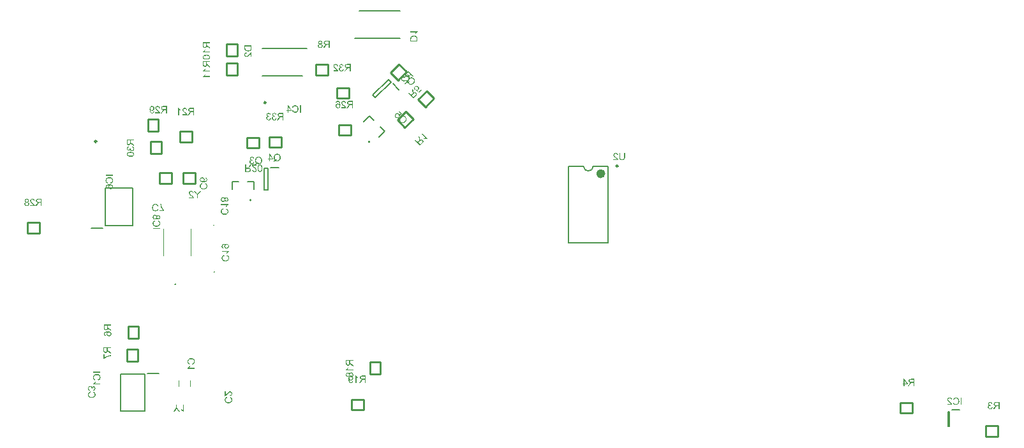
<source format=gbo>
G04*
G04 #@! TF.GenerationSoftware,Altium Limited,Altium Designer,23.5.1 (21)*
G04*
G04 Layer_Color=32896*
%FSLAX44Y44*%
%MOMM*%
G71*
G04*
G04 #@! TF.SameCoordinates,FC4C4C8E-A767-40D1-8FD6-770ACC15EC19*
G04*
G04*
G04 #@! TF.FilePolarity,Positive*
G04*
G01*
G75*
%ADD10C,0.1000*%
%ADD11C,0.2000*%
%ADD12C,0.2500*%
%ADD13C,0.2540*%
%ADD133C,0.6000*%
G36*
X692682Y1129694D02*
X693057Y1129624D01*
X693375Y1129513D01*
X693653Y1129402D01*
X693778Y1129333D01*
X693875Y1129277D01*
X693972Y1129222D01*
X694041Y1129167D01*
X694097Y1129125D01*
X694138Y1129097D01*
X694166Y1129083D01*
X694180Y1129070D01*
X694443Y1128806D01*
X694651Y1128515D01*
X694818Y1128210D01*
X694957Y1127905D01*
X695040Y1127641D01*
X695081Y1127530D01*
X695109Y1127433D01*
X695123Y1127350D01*
X695137Y1127294D01*
X695151Y1127253D01*
Y1127239D01*
X693972Y1127031D01*
X693916Y1127336D01*
X693833Y1127599D01*
X693736Y1127821D01*
X693639Y1128002D01*
X693542Y1128140D01*
X693459Y1128237D01*
X693403Y1128307D01*
X693389Y1128321D01*
X693209Y1128459D01*
X693015Y1128570D01*
X692835Y1128640D01*
X692654Y1128695D01*
X692488Y1128723D01*
X692363Y1128751D01*
X692252D01*
X692003Y1128737D01*
X691781Y1128681D01*
X691587Y1128612D01*
X691420Y1128542D01*
X691295Y1128459D01*
X691198Y1128390D01*
X691129Y1128335D01*
X691115Y1128321D01*
X690962Y1128154D01*
X690852Y1127974D01*
X690782Y1127794D01*
X690727Y1127627D01*
X690699Y1127475D01*
X690671Y1127364D01*
Y1127281D01*
Y1127267D01*
Y1127253D01*
Y1127100D01*
X690699Y1126962D01*
X690768Y1126726D01*
X690865Y1126518D01*
X690976Y1126337D01*
X691087Y1126213D01*
X691184Y1126115D01*
X691254Y1126060D01*
X691267Y1126046D01*
X691281D01*
X691517Y1125921D01*
X691739Y1125824D01*
X691975Y1125755D01*
X692183Y1125713D01*
X692363Y1125686D01*
X692516Y1125658D01*
X692696D01*
X692751Y1125672D01*
X692821D01*
X692960Y1124632D01*
X692779Y1124673D01*
X692613Y1124701D01*
X692474Y1124729D01*
X692349Y1124743D01*
X692252Y1124756D01*
X692127D01*
X691836Y1124729D01*
X691573Y1124673D01*
X691337Y1124590D01*
X691143Y1124493D01*
X690990Y1124396D01*
X690879Y1124313D01*
X690810Y1124257D01*
X690782Y1124229D01*
X690602Y1124021D01*
X690463Y1123800D01*
X690366Y1123578D01*
X690311Y1123356D01*
X690269Y1123175D01*
X690255Y1123023D01*
X690241Y1122967D01*
Y1122926D01*
Y1122898D01*
Y1122884D01*
X690269Y1122579D01*
X690338Y1122302D01*
X690422Y1122066D01*
X690533Y1121858D01*
X690643Y1121692D01*
X690727Y1121567D01*
X690796Y1121484D01*
X690824Y1121456D01*
X691046Y1121262D01*
X691281Y1121123D01*
X691517Y1121026D01*
X691739Y1120956D01*
X691933Y1120915D01*
X692086Y1120901D01*
X692141Y1120887D01*
X692224D01*
X692474Y1120901D01*
X692710Y1120956D01*
X692918Y1121026D01*
X693084Y1121109D01*
X693223Y1121178D01*
X693334Y1121248D01*
X693389Y1121303D01*
X693417Y1121317D01*
X693584Y1121511D01*
X693722Y1121733D01*
X693847Y1121969D01*
X693944Y1122218D01*
X694014Y1122427D01*
X694041Y1122524D01*
X694055Y1122607D01*
X694069Y1122676D01*
X694083Y1122732D01*
X694097Y1122759D01*
Y1122773D01*
X695275Y1122621D01*
X695248Y1122399D01*
X695206Y1122191D01*
X695081Y1121803D01*
X694929Y1121470D01*
X694846Y1121331D01*
X694762Y1121192D01*
X694679Y1121067D01*
X694596Y1120970D01*
X694527Y1120873D01*
X694457Y1120804D01*
X694416Y1120749D01*
X694374Y1120707D01*
X694346Y1120679D01*
X694332Y1120665D01*
X694166Y1120540D01*
X694000Y1120416D01*
X693833Y1120319D01*
X693653Y1120235D01*
X693306Y1120097D01*
X692973Y1120013D01*
X692821Y1119986D01*
X692682Y1119958D01*
X692557Y1119944D01*
X692446Y1119930D01*
X692363Y1119916D01*
X692238D01*
X691975Y1119930D01*
X691739Y1119958D01*
X691503Y1120000D01*
X691281Y1120055D01*
X691073Y1120124D01*
X690893Y1120194D01*
X690713Y1120277D01*
X690560Y1120360D01*
X690408Y1120430D01*
X690283Y1120513D01*
X690172Y1120582D01*
X690089Y1120651D01*
X690019Y1120707D01*
X689964Y1120749D01*
X689936Y1120776D01*
X689922Y1120790D01*
X689756Y1120956D01*
X689617Y1121137D01*
X689492Y1121317D01*
X689381Y1121497D01*
X689298Y1121664D01*
X689215Y1121844D01*
X689104Y1122177D01*
X689076Y1122329D01*
X689049Y1122468D01*
X689021Y1122593D01*
X689007Y1122704D01*
X688993Y1122787D01*
Y1122857D01*
Y1122898D01*
Y1122912D01*
X689007Y1123245D01*
X689062Y1123550D01*
X689146Y1123813D01*
X689229Y1124035D01*
X689312Y1124216D01*
X689395Y1124354D01*
X689451Y1124437D01*
X689465Y1124465D01*
X689659Y1124673D01*
X689867Y1124854D01*
X690089Y1124992D01*
X690311Y1125103D01*
X690505Y1125186D01*
X690657Y1125242D01*
X690713Y1125256D01*
X690754Y1125270D01*
X690782Y1125283D01*
X690796D01*
X690560Y1125408D01*
X690366Y1125533D01*
X690200Y1125672D01*
X690061Y1125797D01*
X689950Y1125908D01*
X689867Y1126005D01*
X689825Y1126060D01*
X689811Y1126088D01*
X689700Y1126282D01*
X689617Y1126476D01*
X689548Y1126670D01*
X689506Y1126851D01*
X689479Y1127003D01*
X689465Y1127114D01*
Y1127197D01*
Y1127225D01*
X689479Y1127461D01*
X689520Y1127697D01*
X689576Y1127905D01*
X689645Y1128085D01*
X689714Y1128237D01*
X689770Y1128362D01*
X689811Y1128432D01*
X689825Y1128459D01*
X689964Y1128667D01*
X690130Y1128848D01*
X690297Y1129000D01*
X690463Y1129139D01*
X690602Y1129236D01*
X690727Y1129319D01*
X690810Y1129361D01*
X690824Y1129375D01*
X690838D01*
X691087Y1129485D01*
X691337Y1129569D01*
X691587Y1129638D01*
X691808Y1129680D01*
X691989Y1129707D01*
X692141Y1129721D01*
X692488D01*
X692682Y1129694D01*
D02*
G37*
G36*
X685221D02*
X685595Y1129624D01*
X685914Y1129513D01*
X686192Y1129402D01*
X686317Y1129333D01*
X686414Y1129277D01*
X686511Y1129222D01*
X686580Y1129167D01*
X686636Y1129125D01*
X686677Y1129097D01*
X686705Y1129083D01*
X686719Y1129070D01*
X686982Y1128806D01*
X687190Y1128515D01*
X687357Y1128210D01*
X687495Y1127905D01*
X687579Y1127641D01*
X687620Y1127530D01*
X687648Y1127433D01*
X687662Y1127350D01*
X687676Y1127294D01*
X687690Y1127253D01*
Y1127239D01*
X686511Y1127031D01*
X686455Y1127336D01*
X686372Y1127599D01*
X686275Y1127821D01*
X686178Y1128002D01*
X686081Y1128140D01*
X685997Y1128237D01*
X685942Y1128307D01*
X685928Y1128321D01*
X685748Y1128459D01*
X685554Y1128570D01*
X685374Y1128640D01*
X685193Y1128695D01*
X685027Y1128723D01*
X684902Y1128751D01*
X684791D01*
X684541Y1128737D01*
X684320Y1128681D01*
X684125Y1128612D01*
X683959Y1128542D01*
X683834Y1128459D01*
X683737Y1128390D01*
X683668Y1128335D01*
X683654Y1128321D01*
X683501Y1128154D01*
X683390Y1127974D01*
X683321Y1127794D01*
X683266Y1127627D01*
X683238Y1127475D01*
X683210Y1127364D01*
Y1127281D01*
Y1127267D01*
Y1127253D01*
Y1127100D01*
X683238Y1126962D01*
X683307Y1126726D01*
X683404Y1126518D01*
X683515Y1126337D01*
X683626Y1126213D01*
X683723Y1126115D01*
X683792Y1126060D01*
X683806Y1126046D01*
X683820D01*
X684056Y1125921D01*
X684278Y1125824D01*
X684514Y1125755D01*
X684722Y1125713D01*
X684902Y1125686D01*
X685054Y1125658D01*
X685235D01*
X685290Y1125672D01*
X685360D01*
X685498Y1124632D01*
X685318Y1124673D01*
X685152Y1124701D01*
X685013Y1124729D01*
X684888Y1124743D01*
X684791Y1124756D01*
X684666D01*
X684375Y1124729D01*
X684111Y1124673D01*
X683876Y1124590D01*
X683681Y1124493D01*
X683529Y1124396D01*
X683418Y1124313D01*
X683349Y1124257D01*
X683321Y1124229D01*
X683141Y1124021D01*
X683002Y1123800D01*
X682905Y1123578D01*
X682849Y1123356D01*
X682808Y1123175D01*
X682794Y1123023D01*
X682780Y1122967D01*
Y1122926D01*
Y1122898D01*
Y1122884D01*
X682808Y1122579D01*
X682877Y1122302D01*
X682960Y1122066D01*
X683071Y1121858D01*
X683182Y1121692D01*
X683266Y1121567D01*
X683335Y1121484D01*
X683363Y1121456D01*
X683584Y1121262D01*
X683820Y1121123D01*
X684056Y1121026D01*
X684278Y1120956D01*
X684472Y1120915D01*
X684625Y1120901D01*
X684680Y1120887D01*
X684763D01*
X685013Y1120901D01*
X685249Y1120956D01*
X685457Y1121026D01*
X685623Y1121109D01*
X685762Y1121178D01*
X685873Y1121248D01*
X685928Y1121303D01*
X685956Y1121317D01*
X686122Y1121511D01*
X686261Y1121733D01*
X686386Y1121969D01*
X686483Y1122218D01*
X686552Y1122427D01*
X686580Y1122524D01*
X686594Y1122607D01*
X686608Y1122676D01*
X686622Y1122732D01*
X686636Y1122759D01*
Y1122773D01*
X687814Y1122621D01*
X687787Y1122399D01*
X687745Y1122191D01*
X687620Y1121803D01*
X687468Y1121470D01*
X687384Y1121331D01*
X687301Y1121192D01*
X687218Y1121067D01*
X687135Y1120970D01*
X687065Y1120873D01*
X686996Y1120804D01*
X686954Y1120749D01*
X686913Y1120707D01*
X686885Y1120679D01*
X686871Y1120665D01*
X686705Y1120540D01*
X686538Y1120416D01*
X686372Y1120319D01*
X686192Y1120235D01*
X685845Y1120097D01*
X685512Y1120013D01*
X685360Y1119986D01*
X685221Y1119958D01*
X685096Y1119944D01*
X684985Y1119930D01*
X684902Y1119916D01*
X684777D01*
X684514Y1119930D01*
X684278Y1119958D01*
X684042Y1120000D01*
X683820Y1120055D01*
X683612Y1120124D01*
X683432Y1120194D01*
X683252Y1120277D01*
X683099Y1120360D01*
X682946Y1120430D01*
X682822Y1120513D01*
X682711Y1120582D01*
X682627Y1120651D01*
X682558Y1120707D01*
X682503Y1120749D01*
X682475Y1120776D01*
X682461Y1120790D01*
X682295Y1120956D01*
X682156Y1121137D01*
X682031Y1121317D01*
X681920Y1121497D01*
X681837Y1121664D01*
X681754Y1121844D01*
X681643Y1122177D01*
X681615Y1122329D01*
X681587Y1122468D01*
X681560Y1122593D01*
X681546Y1122704D01*
X681532Y1122787D01*
Y1122857D01*
Y1122898D01*
Y1122912D01*
X681546Y1123245D01*
X681601Y1123550D01*
X681684Y1123813D01*
X681768Y1124035D01*
X681851Y1124216D01*
X681934Y1124354D01*
X681990Y1124437D01*
X682003Y1124465D01*
X682198Y1124673D01*
X682406Y1124854D01*
X682627Y1124992D01*
X682849Y1125103D01*
X683044Y1125186D01*
X683196Y1125242D01*
X683252Y1125256D01*
X683293Y1125270D01*
X683321Y1125283D01*
X683335D01*
X683099Y1125408D01*
X682905Y1125533D01*
X682738Y1125672D01*
X682600Y1125797D01*
X682489Y1125908D01*
X682406Y1126005D01*
X682364Y1126060D01*
X682350Y1126088D01*
X682239Y1126282D01*
X682156Y1126476D01*
X682087Y1126670D01*
X682045Y1126851D01*
X682017Y1127003D01*
X682003Y1127114D01*
Y1127197D01*
Y1127225D01*
X682017Y1127461D01*
X682059Y1127697D01*
X682114Y1127905D01*
X682184Y1128085D01*
X682253Y1128237D01*
X682309Y1128362D01*
X682350Y1128432D01*
X682364Y1128459D01*
X682503Y1128667D01*
X682669Y1128848D01*
X682835Y1129000D01*
X683002Y1129139D01*
X683141Y1129236D01*
X683266Y1129319D01*
X683349Y1129361D01*
X683363Y1129375D01*
X683376D01*
X683626Y1129485D01*
X683876Y1129569D01*
X684125Y1129638D01*
X684347Y1129680D01*
X684528Y1129707D01*
X684680Y1129721D01*
X685027D01*
X685221Y1129694D01*
D02*
G37*
G36*
X704470Y1120083D02*
X703194D01*
Y1124340D01*
X701558D01*
X701405Y1124326D01*
X701294D01*
X701197Y1124313D01*
X701128Y1124299D01*
X701072D01*
X701045Y1124285D01*
X701031D01*
X700809Y1124216D01*
X700712Y1124174D01*
X700629Y1124132D01*
X700546Y1124091D01*
X700490Y1124063D01*
X700462Y1124049D01*
X700448Y1124035D01*
X700338Y1123952D01*
X700227Y1123855D01*
X700018Y1123647D01*
X699921Y1123550D01*
X699852Y1123467D01*
X699810Y1123411D01*
X699797Y1123397D01*
X699658Y1123203D01*
X699505Y1122995D01*
X699353Y1122773D01*
X699200Y1122565D01*
X699075Y1122371D01*
X698978Y1122218D01*
X698937Y1122163D01*
X698909Y1122121D01*
X698881Y1122094D01*
Y1122080D01*
X697619Y1120083D01*
X696038D01*
X697689Y1122690D01*
X697883Y1122967D01*
X698063Y1123217D01*
X698243Y1123425D01*
X698396Y1123619D01*
X698535Y1123758D01*
X698645Y1123869D01*
X698715Y1123938D01*
X698743Y1123966D01*
X698854Y1124049D01*
X698978Y1124146D01*
X699228Y1124299D01*
X699339Y1124354D01*
X699422Y1124410D01*
X699478Y1124437D01*
X699505Y1124451D01*
X699256Y1124493D01*
X699020Y1124535D01*
X698812Y1124604D01*
X698604Y1124659D01*
X698424Y1124729D01*
X698257Y1124812D01*
X698105Y1124881D01*
X697966Y1124951D01*
X697855Y1125034D01*
X697744Y1125103D01*
X697661Y1125159D01*
X697591Y1125214D01*
X697536Y1125256D01*
X697494Y1125297D01*
X697481Y1125311D01*
X697467Y1125325D01*
X697356Y1125464D01*
X697245Y1125602D01*
X697078Y1125894D01*
X696967Y1126185D01*
X696884Y1126462D01*
X696829Y1126698D01*
X696815Y1126795D01*
Y1126892D01*
X696801Y1126962D01*
Y1127017D01*
Y1127045D01*
Y1127059D01*
X696815Y1127350D01*
X696857Y1127613D01*
X696926Y1127863D01*
X696995Y1128071D01*
X697078Y1128251D01*
X697134Y1128390D01*
X697189Y1128473D01*
X697203Y1128487D01*
Y1128501D01*
X697370Y1128723D01*
X697536Y1128917D01*
X697716Y1129083D01*
X697883Y1129208D01*
X698035Y1129305D01*
X698160Y1129361D01*
X698243Y1129402D01*
X698257Y1129416D01*
X698271D01*
X698396Y1129458D01*
X698548Y1129499D01*
X698854Y1129569D01*
X699186Y1129610D01*
X699492Y1129652D01*
X699783Y1129666D01*
X699908D01*
X700018Y1129680D01*
X704470D01*
Y1120083D01*
D02*
G37*
G36*
X662233Y1216026D02*
X662219Y1215707D01*
X662205Y1215415D01*
X662178Y1215152D01*
X662150Y1214930D01*
X662122Y1214736D01*
X662108Y1214597D01*
X662094Y1214556D01*
X662080Y1214514D01*
Y1214486D01*
X662011Y1214237D01*
X661928Y1214015D01*
X661859Y1213821D01*
X661775Y1213654D01*
X661706Y1213516D01*
X661650Y1213419D01*
X661609Y1213363D01*
X661595Y1213335D01*
X661470Y1213155D01*
X661318Y1213002D01*
X661179Y1212850D01*
X661040Y1212725D01*
X660916Y1212614D01*
X660818Y1212531D01*
X660749Y1212475D01*
X660721Y1212462D01*
X660499Y1212323D01*
X660264Y1212184D01*
X660042Y1212073D01*
X659820Y1211990D01*
X659626Y1211907D01*
X659473Y1211851D01*
X659418Y1211837D01*
X659376Y1211824D01*
X659348Y1211810D01*
X659334D01*
X659002Y1211727D01*
X658669Y1211657D01*
X658350Y1211616D01*
X658045Y1211574D01*
X657781Y1211560D01*
X657670D01*
X657573Y1211546D01*
X657504D01*
X657434D01*
X657407D01*
X657393D01*
X656921Y1211560D01*
X656491Y1211602D01*
X656103Y1211671D01*
X655923Y1211699D01*
X655770Y1211740D01*
X655618Y1211782D01*
X655493Y1211810D01*
X655382Y1211837D01*
X655285Y1211879D01*
X655202Y1211893D01*
X655146Y1211921D01*
X655118Y1211935D01*
X655105D01*
X654744Y1212087D01*
X654425Y1212267D01*
X654148Y1212462D01*
X653912Y1212642D01*
X653718Y1212808D01*
X653579Y1212947D01*
X653538Y1213002D01*
X653496Y1213044D01*
X653482Y1213058D01*
X653468Y1213072D01*
X653288Y1213294D01*
X653149Y1213529D01*
X653024Y1213765D01*
X652927Y1213987D01*
X652858Y1214181D01*
X652816Y1214334D01*
X652789Y1214389D01*
Y1214431D01*
X652775Y1214459D01*
Y1214473D01*
X652733Y1214708D01*
X652691Y1214986D01*
X652664Y1215263D01*
X652650Y1215540D01*
X652636Y1215790D01*
Y1219479D01*
X662233D01*
Y1216026D01*
D02*
G37*
G36*
Y1204085D02*
X661096D01*
Y1208814D01*
X660860Y1208648D01*
X660763Y1208565D01*
X660666Y1208495D01*
X660583Y1208426D01*
X660527Y1208370D01*
X660486Y1208329D01*
X660472Y1208315D01*
X660402Y1208246D01*
X660333Y1208162D01*
X660153Y1207968D01*
X659945Y1207746D01*
X659737Y1207511D01*
X659556Y1207289D01*
X659473Y1207192D01*
X659390Y1207108D01*
X659334Y1207039D01*
X659293Y1206983D01*
X659265Y1206956D01*
X659251Y1206942D01*
X659057Y1206720D01*
X658877Y1206498D01*
X658697Y1206304D01*
X658544Y1206124D01*
X658391Y1205957D01*
X658253Y1205819D01*
X658128Y1205680D01*
X658017Y1205569D01*
X657906Y1205458D01*
X657823Y1205375D01*
X657754Y1205305D01*
X657684Y1205236D01*
X657601Y1205167D01*
X657573Y1205139D01*
X657337Y1204945D01*
X657129Y1204779D01*
X656921Y1204640D01*
X656755Y1204529D01*
X656602Y1204446D01*
X656491Y1204390D01*
X656422Y1204362D01*
X656394Y1204349D01*
X656186Y1204265D01*
X655978Y1204210D01*
X655784Y1204154D01*
X655618Y1204127D01*
X655465Y1204113D01*
X655354Y1204099D01*
X655285D01*
X655257D01*
X655049Y1204113D01*
X654855Y1204140D01*
X654661Y1204168D01*
X654494Y1204224D01*
X654162Y1204362D01*
X653898Y1204501D01*
X653773Y1204584D01*
X653676Y1204654D01*
X653579Y1204723D01*
X653510Y1204792D01*
X653454Y1204848D01*
X653399Y1204875D01*
X653385Y1204903D01*
X653371Y1204917D01*
X653232Y1205070D01*
X653108Y1205236D01*
X653010Y1205416D01*
X652927Y1205597D01*
X652789Y1205957D01*
X652691Y1206318D01*
X652664Y1206470D01*
X652636Y1206623D01*
X652622Y1206762D01*
X652608Y1206873D01*
X652594Y1206970D01*
Y1207108D01*
X652608Y1207358D01*
X652622Y1207594D01*
X652664Y1207816D01*
X652705Y1208024D01*
X652761Y1208218D01*
X652816Y1208398D01*
X652886Y1208565D01*
X652955Y1208717D01*
X653024Y1208856D01*
X653094Y1208967D01*
X653149Y1209064D01*
X653205Y1209147D01*
X653246Y1209216D01*
X653288Y1209258D01*
X653302Y1209286D01*
X653316Y1209300D01*
X653454Y1209438D01*
X653607Y1209563D01*
X653773Y1209688D01*
X653940Y1209785D01*
X654273Y1209951D01*
X654605Y1210062D01*
X654758Y1210104D01*
X654911Y1210145D01*
X655035Y1210173D01*
X655146Y1210201D01*
X655243Y1210215D01*
X655313D01*
X655354Y1210229D01*
X655368D01*
X655493Y1209022D01*
X655174Y1208995D01*
X654897Y1208939D01*
X654647Y1208856D01*
X654453Y1208759D01*
X654286Y1208676D01*
X654175Y1208592D01*
X654106Y1208537D01*
X654078Y1208509D01*
X653912Y1208301D01*
X653787Y1208079D01*
X653690Y1207843D01*
X653635Y1207635D01*
X653593Y1207441D01*
X653579Y1207275D01*
X653565Y1207219D01*
Y1207136D01*
X653579Y1206845D01*
X653635Y1206581D01*
X653718Y1206359D01*
X653801Y1206165D01*
X653898Y1206013D01*
X653967Y1205916D01*
X654023Y1205846D01*
X654051Y1205819D01*
X654245Y1205652D01*
X654439Y1205527D01*
X654633Y1205430D01*
X654827Y1205375D01*
X654980Y1205333D01*
X655118Y1205319D01*
X655202Y1205305D01*
X655216D01*
X655229D01*
X655479Y1205333D01*
X655743Y1205389D01*
X655978Y1205486D01*
X656200Y1205583D01*
X656380Y1205694D01*
X656533Y1205791D01*
X656589Y1205819D01*
X656630Y1205846D01*
X656644Y1205874D01*
X656658D01*
X656810Y1205985D01*
X656963Y1206124D01*
X657129Y1206276D01*
X657296Y1206443D01*
X657629Y1206789D01*
X657962Y1207136D01*
X658114Y1207316D01*
X658253Y1207469D01*
X658378Y1207622D01*
X658488Y1207746D01*
X658572Y1207843D01*
X658641Y1207927D01*
X658683Y1207982D01*
X658697Y1207996D01*
X658988Y1208343D01*
X659265Y1208662D01*
X659515Y1208925D01*
X659723Y1209133D01*
X659903Y1209313D01*
X660028Y1209438D01*
X660111Y1209508D01*
X660125Y1209535D01*
X660139D01*
X660375Y1209730D01*
X660596Y1209882D01*
X660818Y1210021D01*
X661012Y1210132D01*
X661179Y1210215D01*
X661304Y1210270D01*
X661387Y1210298D01*
X661401Y1210312D01*
X661415D01*
X661567Y1210367D01*
X661706Y1210395D01*
X661845Y1210423D01*
X661970Y1210437D01*
X662080Y1210451D01*
X662164D01*
X662219D01*
X662233D01*
Y1204085D01*
D02*
G37*
G36*
X781705Y1194694D02*
X782079Y1194624D01*
X782398Y1194513D01*
X782675Y1194402D01*
X782800Y1194333D01*
X782897Y1194277D01*
X782994Y1194222D01*
X783064Y1194167D01*
X783119Y1194125D01*
X783161Y1194097D01*
X783188Y1194083D01*
X783202Y1194070D01*
X783466Y1193806D01*
X783674Y1193515D01*
X783840Y1193210D01*
X783979Y1192905D01*
X784062Y1192641D01*
X784104Y1192530D01*
X784132Y1192433D01*
X784145Y1192350D01*
X784159Y1192294D01*
X784173Y1192253D01*
Y1192239D01*
X782994Y1192031D01*
X782939Y1192336D01*
X782856Y1192599D01*
X782759Y1192821D01*
X782662Y1193002D01*
X782564Y1193140D01*
X782481Y1193237D01*
X782426Y1193307D01*
X782412Y1193321D01*
X782232Y1193459D01*
X782037Y1193570D01*
X781857Y1193640D01*
X781677Y1193695D01*
X781510Y1193723D01*
X781386Y1193751D01*
X781275D01*
X781025Y1193737D01*
X780803Y1193681D01*
X780609Y1193612D01*
X780443Y1193542D01*
X780318Y1193459D01*
X780221Y1193390D01*
X780151Y1193335D01*
X780137Y1193321D01*
X779985Y1193154D01*
X779874Y1192974D01*
X779805Y1192794D01*
X779749Y1192627D01*
X779721Y1192475D01*
X779694Y1192364D01*
Y1192281D01*
Y1192267D01*
Y1192253D01*
Y1192100D01*
X779721Y1191962D01*
X779791Y1191726D01*
X779888Y1191518D01*
X779999Y1191337D01*
X780110Y1191213D01*
X780207Y1191115D01*
X780276Y1191060D01*
X780290Y1191046D01*
X780304D01*
X780540Y1190921D01*
X780761Y1190824D01*
X780997Y1190755D01*
X781205Y1190713D01*
X781386Y1190686D01*
X781538Y1190658D01*
X781719D01*
X781774Y1190672D01*
X781843D01*
X781982Y1189632D01*
X781802Y1189673D01*
X781635Y1189701D01*
X781497Y1189729D01*
X781372Y1189743D01*
X781275Y1189756D01*
X781150D01*
X780859Y1189729D01*
X780595Y1189673D01*
X780359Y1189590D01*
X780165Y1189493D01*
X780013Y1189396D01*
X779902Y1189313D01*
X779832Y1189257D01*
X779805Y1189229D01*
X779624Y1189021D01*
X779486Y1188800D01*
X779389Y1188578D01*
X779333Y1188356D01*
X779292Y1188175D01*
X779278Y1188023D01*
X779264Y1187967D01*
Y1187926D01*
Y1187898D01*
Y1187884D01*
X779292Y1187579D01*
X779361Y1187302D01*
X779444Y1187066D01*
X779555Y1186858D01*
X779666Y1186692D01*
X779749Y1186567D01*
X779818Y1186484D01*
X779846Y1186456D01*
X780068Y1186262D01*
X780304Y1186123D01*
X780540Y1186026D01*
X780761Y1185956D01*
X780956Y1185915D01*
X781108Y1185901D01*
X781164Y1185887D01*
X781247D01*
X781497Y1185901D01*
X781732Y1185956D01*
X781940Y1186026D01*
X782107Y1186109D01*
X782245Y1186178D01*
X782356Y1186248D01*
X782412Y1186303D01*
X782440Y1186317D01*
X782606Y1186511D01*
X782745Y1186733D01*
X782869Y1186969D01*
X782967Y1187218D01*
X783036Y1187427D01*
X783064Y1187524D01*
X783078Y1187607D01*
X783091Y1187676D01*
X783105Y1187732D01*
X783119Y1187759D01*
Y1187773D01*
X784298Y1187621D01*
X784270Y1187399D01*
X784229Y1187191D01*
X784104Y1186803D01*
X783951Y1186470D01*
X783868Y1186331D01*
X783785Y1186192D01*
X783702Y1186067D01*
X783618Y1185970D01*
X783549Y1185873D01*
X783480Y1185804D01*
X783438Y1185749D01*
X783397Y1185707D01*
X783369Y1185679D01*
X783355Y1185665D01*
X783188Y1185540D01*
X783022Y1185416D01*
X782856Y1185319D01*
X782675Y1185235D01*
X782329Y1185097D01*
X781996Y1185013D01*
X781843Y1184986D01*
X781705Y1184958D01*
X781580Y1184944D01*
X781469Y1184930D01*
X781386Y1184916D01*
X781261D01*
X780997Y1184930D01*
X780761Y1184958D01*
X780526Y1185000D01*
X780304Y1185055D01*
X780096Y1185124D01*
X779916Y1185194D01*
X779735Y1185277D01*
X779583Y1185360D01*
X779430Y1185430D01*
X779305Y1185513D01*
X779194Y1185582D01*
X779111Y1185651D01*
X779042Y1185707D01*
X778986Y1185749D01*
X778959Y1185776D01*
X778945Y1185790D01*
X778778Y1185956D01*
X778640Y1186137D01*
X778515Y1186317D01*
X778404Y1186497D01*
X778321Y1186664D01*
X778238Y1186844D01*
X778127Y1187177D01*
X778099Y1187329D01*
X778071Y1187468D01*
X778043Y1187593D01*
X778029Y1187704D01*
X778016Y1187787D01*
Y1187857D01*
Y1187898D01*
Y1187912D01*
X778029Y1188245D01*
X778085Y1188550D01*
X778168Y1188813D01*
X778251Y1189035D01*
X778335Y1189216D01*
X778418Y1189354D01*
X778473Y1189437D01*
X778487Y1189465D01*
X778681Y1189673D01*
X778889Y1189854D01*
X779111Y1189992D01*
X779333Y1190103D01*
X779527Y1190186D01*
X779680Y1190242D01*
X779735Y1190256D01*
X779777Y1190270D01*
X779805Y1190283D01*
X779818D01*
X779583Y1190408D01*
X779389Y1190533D01*
X779222Y1190672D01*
X779083Y1190797D01*
X778972Y1190908D01*
X778889Y1191005D01*
X778848Y1191060D01*
X778834Y1191088D01*
X778723Y1191282D01*
X778640Y1191476D01*
X778570Y1191670D01*
X778529Y1191851D01*
X778501Y1192003D01*
X778487Y1192114D01*
Y1192197D01*
Y1192225D01*
X778501Y1192461D01*
X778543Y1192697D01*
X778598Y1192905D01*
X778667Y1193085D01*
X778737Y1193237D01*
X778792Y1193362D01*
X778834Y1193431D01*
X778848Y1193459D01*
X778986Y1193667D01*
X779153Y1193848D01*
X779319Y1194000D01*
X779486Y1194139D01*
X779624Y1194236D01*
X779749Y1194319D01*
X779832Y1194361D01*
X779846Y1194375D01*
X779860D01*
X780110Y1194485D01*
X780359Y1194569D01*
X780609Y1194638D01*
X780831Y1194680D01*
X781011Y1194707D01*
X781164Y1194721D01*
X781510D01*
X781705Y1194694D01*
D02*
G37*
G36*
X773924Y1194707D02*
X774160Y1194694D01*
X774382Y1194652D01*
X774590Y1194610D01*
X774784Y1194555D01*
X774965Y1194499D01*
X775131Y1194430D01*
X775284Y1194361D01*
X775422Y1194291D01*
X775533Y1194222D01*
X775630Y1194167D01*
X775713Y1194111D01*
X775783Y1194070D01*
X775824Y1194028D01*
X775852Y1194014D01*
X775866Y1194000D01*
X776005Y1193861D01*
X776130Y1193709D01*
X776254Y1193542D01*
X776351Y1193376D01*
X776518Y1193043D01*
X776629Y1192710D01*
X776670Y1192558D01*
X776712Y1192405D01*
X776740Y1192281D01*
X776767Y1192169D01*
X776781Y1192072D01*
Y1192003D01*
X776795Y1191962D01*
Y1191948D01*
X775589Y1191823D01*
X775561Y1192142D01*
X775505Y1192419D01*
X775422Y1192669D01*
X775325Y1192863D01*
X775242Y1193029D01*
X775159Y1193140D01*
X775103Y1193210D01*
X775076Y1193237D01*
X774867Y1193404D01*
X774646Y1193529D01*
X774410Y1193626D01*
X774202Y1193681D01*
X774008Y1193723D01*
X773841Y1193737D01*
X773786Y1193751D01*
X773702D01*
X773411Y1193737D01*
X773148Y1193681D01*
X772926Y1193598D01*
X772732Y1193515D01*
X772579Y1193418D01*
X772482Y1193348D01*
X772413Y1193293D01*
X772385Y1193265D01*
X772219Y1193071D01*
X772094Y1192877D01*
X771997Y1192683D01*
X771941Y1192488D01*
X771900Y1192336D01*
X771886Y1192197D01*
X771872Y1192114D01*
Y1192100D01*
Y1192086D01*
X771900Y1191837D01*
X771955Y1191573D01*
X772052Y1191337D01*
X772149Y1191115D01*
X772260Y1190935D01*
X772357Y1190783D01*
X772385Y1190727D01*
X772413Y1190686D01*
X772440Y1190672D01*
Y1190658D01*
X772551Y1190505D01*
X772690Y1190353D01*
X772843Y1190186D01*
X773009Y1190020D01*
X773356Y1189687D01*
X773702Y1189354D01*
X773883Y1189202D01*
X774035Y1189063D01*
X774188Y1188938D01*
X774313Y1188827D01*
X774410Y1188744D01*
X774493Y1188675D01*
X774548Y1188633D01*
X774562Y1188619D01*
X774909Y1188328D01*
X775228Y1188051D01*
X775491Y1187801D01*
X775700Y1187593D01*
X775880Y1187413D01*
X776005Y1187288D01*
X776074Y1187205D01*
X776102Y1187191D01*
Y1187177D01*
X776296Y1186941D01*
X776449Y1186719D01*
X776587Y1186497D01*
X776698Y1186303D01*
X776781Y1186137D01*
X776837Y1186012D01*
X776864Y1185929D01*
X776878Y1185915D01*
Y1185901D01*
X776934Y1185749D01*
X776962Y1185610D01*
X776989Y1185471D01*
X777003Y1185346D01*
X777017Y1185235D01*
Y1185152D01*
Y1185097D01*
Y1185083D01*
X770651D01*
Y1186220D01*
X775381D01*
X775214Y1186456D01*
X775131Y1186553D01*
X775062Y1186650D01*
X774992Y1186733D01*
X774937Y1186789D01*
X774895Y1186830D01*
X774881Y1186844D01*
X774812Y1186913D01*
X774729Y1186983D01*
X774535Y1187163D01*
X774313Y1187371D01*
X774077Y1187579D01*
X773855Y1187759D01*
X773758Y1187843D01*
X773675Y1187926D01*
X773605Y1187981D01*
X773550Y1188023D01*
X773522Y1188051D01*
X773508Y1188064D01*
X773287Y1188259D01*
X773065Y1188439D01*
X772870Y1188619D01*
X772690Y1188772D01*
X772524Y1188924D01*
X772385Y1189063D01*
X772246Y1189188D01*
X772135Y1189299D01*
X772024Y1189410D01*
X771941Y1189493D01*
X771872Y1189562D01*
X771803Y1189632D01*
X771733Y1189715D01*
X771705Y1189743D01*
X771511Y1189978D01*
X771345Y1190186D01*
X771206Y1190394D01*
X771095Y1190561D01*
X771012Y1190713D01*
X770957Y1190824D01*
X770929Y1190894D01*
X770915Y1190921D01*
X770832Y1191129D01*
X770776Y1191337D01*
X770721Y1191532D01*
X770693Y1191698D01*
X770679Y1191851D01*
X770665Y1191962D01*
Y1192031D01*
Y1192059D01*
X770679Y1192267D01*
X770707Y1192461D01*
X770735Y1192655D01*
X770790Y1192821D01*
X770929Y1193154D01*
X771068Y1193418D01*
X771151Y1193542D01*
X771220Y1193640D01*
X771289Y1193737D01*
X771359Y1193806D01*
X771414Y1193861D01*
X771442Y1193917D01*
X771470Y1193931D01*
X771484Y1193945D01*
X771636Y1194083D01*
X771803Y1194208D01*
X771983Y1194305D01*
X772163Y1194389D01*
X772524Y1194527D01*
X772884Y1194624D01*
X773037Y1194652D01*
X773189Y1194680D01*
X773328Y1194694D01*
X773439Y1194707D01*
X773536Y1194721D01*
X773675D01*
X773924Y1194707D01*
D02*
G37*
G36*
X793493Y1185083D02*
X792217D01*
Y1189340D01*
X790580D01*
X790428Y1189326D01*
X790317D01*
X790220Y1189313D01*
X790150Y1189299D01*
X790095D01*
X790067Y1189285D01*
X790053D01*
X789831Y1189216D01*
X789734Y1189174D01*
X789651Y1189132D01*
X789568Y1189091D01*
X789512Y1189063D01*
X789485Y1189049D01*
X789471Y1189035D01*
X789360Y1188952D01*
X789249Y1188855D01*
X789041Y1188647D01*
X788944Y1188550D01*
X788875Y1188467D01*
X788833Y1188411D01*
X788819Y1188397D01*
X788680Y1188203D01*
X788528Y1187995D01*
X788375Y1187773D01*
X788223Y1187565D01*
X788098Y1187371D01*
X788001Y1187218D01*
X787959Y1187163D01*
X787932Y1187121D01*
X787904Y1187094D01*
Y1187080D01*
X786642Y1185083D01*
X785061D01*
X786711Y1187690D01*
X786905Y1187967D01*
X787085Y1188217D01*
X787266Y1188425D01*
X787418Y1188619D01*
X787557Y1188758D01*
X787668Y1188869D01*
X787737Y1188938D01*
X787765Y1188966D01*
X787876Y1189049D01*
X788001Y1189146D01*
X788251Y1189299D01*
X788361Y1189354D01*
X788445Y1189410D01*
X788500Y1189437D01*
X788528Y1189451D01*
X788278Y1189493D01*
X788042Y1189535D01*
X787834Y1189604D01*
X787626Y1189659D01*
X787446Y1189729D01*
X787280Y1189812D01*
X787127Y1189881D01*
X786988Y1189951D01*
X786878Y1190034D01*
X786767Y1190103D01*
X786683Y1190159D01*
X786614Y1190214D01*
X786559Y1190256D01*
X786517Y1190297D01*
X786503Y1190311D01*
X786489Y1190325D01*
X786378Y1190464D01*
X786267Y1190602D01*
X786101Y1190894D01*
X785990Y1191185D01*
X785907Y1191462D01*
X785851Y1191698D01*
X785837Y1191795D01*
Y1191892D01*
X785824Y1191962D01*
Y1192017D01*
Y1192045D01*
Y1192059D01*
X785837Y1192350D01*
X785879Y1192613D01*
X785948Y1192863D01*
X786018Y1193071D01*
X786101Y1193251D01*
X786156Y1193390D01*
X786212Y1193473D01*
X786226Y1193487D01*
Y1193501D01*
X786392Y1193723D01*
X786559Y1193917D01*
X786739Y1194083D01*
X786905Y1194208D01*
X787058Y1194305D01*
X787183Y1194361D01*
X787266Y1194402D01*
X787280Y1194416D01*
X787293D01*
X787418Y1194458D01*
X787571Y1194499D01*
X787876Y1194569D01*
X788209Y1194610D01*
X788514Y1194652D01*
X788805Y1194666D01*
X788930D01*
X789041Y1194680D01*
X793493D01*
Y1185083D01*
D02*
G37*
G36*
X720274Y1139937D02*
X720718Y1139868D01*
X721106Y1139785D01*
X721287Y1139729D01*
X721453Y1139674D01*
X721606Y1139618D01*
X721745Y1139563D01*
X721855Y1139521D01*
X721966Y1139480D01*
X722036Y1139438D01*
X722091Y1139410D01*
X722133Y1139396D01*
X722147Y1139382D01*
X722521Y1139147D01*
X722840Y1138869D01*
X723117Y1138592D01*
X723353Y1138315D01*
X723533Y1138065D01*
X723603Y1137954D01*
X723658Y1137857D01*
X723714Y1137787D01*
X723742Y1137732D01*
X723755Y1137690D01*
X723769Y1137677D01*
X723963Y1137247D01*
X724102Y1136803D01*
X724199Y1136359D01*
X724268Y1135957D01*
X724296Y1135777D01*
X724310Y1135596D01*
X724324Y1135458D01*
Y1135319D01*
X724338Y1135222D01*
Y1135139D01*
Y1135083D01*
Y1135069D01*
X724310Y1134570D01*
X724255Y1134085D01*
X724185Y1133655D01*
X724130Y1133447D01*
X724088Y1133266D01*
X724047Y1133100D01*
X723991Y1132947D01*
X723950Y1132809D01*
X723922Y1132698D01*
X723880Y1132615D01*
X723866Y1132545D01*
X723839Y1132504D01*
Y1132490D01*
X723631Y1132074D01*
X723395Y1131699D01*
X723145Y1131380D01*
X723020Y1131255D01*
X722909Y1131131D01*
X722798Y1131020D01*
X722688Y1130923D01*
X722590Y1130839D01*
X722507Y1130784D01*
X722452Y1130729D01*
X722396Y1130687D01*
X722368Y1130673D01*
X722355Y1130659D01*
X722160Y1130548D01*
X721966Y1130451D01*
X721550Y1130299D01*
X721134Y1130188D01*
X720732Y1130118D01*
X720538Y1130091D01*
X720371Y1130063D01*
X720219Y1130049D01*
X720094D01*
X719983Y1130035D01*
X719831D01*
X719553Y1130049D01*
X719290Y1130077D01*
X719040Y1130104D01*
X718804Y1130160D01*
X718583Y1130229D01*
X718374Y1130299D01*
X718180Y1130368D01*
X718000Y1130451D01*
X717847Y1130520D01*
X717695Y1130590D01*
X717584Y1130659D01*
X717473Y1130729D01*
X717404Y1130784D01*
X717334Y1130812D01*
X717307Y1130839D01*
X717293Y1130853D01*
X717098Y1131020D01*
X716932Y1131186D01*
X716780Y1131380D01*
X716627Y1131574D01*
X716377Y1131963D01*
X716183Y1132351D01*
X716100Y1132531D01*
X716031Y1132698D01*
X715975Y1132850D01*
X715934Y1132975D01*
X715892Y1133086D01*
X715864Y1133169D01*
X715850Y1133225D01*
Y1133239D01*
X717126Y1133558D01*
X717182Y1133336D01*
X717251Y1133128D01*
X717320Y1132934D01*
X717390Y1132753D01*
X717473Y1132587D01*
X717556Y1132448D01*
X717653Y1132309D01*
X717737Y1132185D01*
X717806Y1132074D01*
X717889Y1131991D01*
X717958Y1131907D01*
X718014Y1131838D01*
X718069Y1131796D01*
X718111Y1131755D01*
X718125Y1131741D01*
X718139Y1131727D01*
X718277Y1131616D01*
X718430Y1131533D01*
X718735Y1131380D01*
X719026Y1131269D01*
X719317Y1131200D01*
X719567Y1131145D01*
X719664Y1131131D01*
X719761D01*
X719845Y1131117D01*
X719942D01*
X720260Y1131131D01*
X720566Y1131186D01*
X720843Y1131255D01*
X721093Y1131339D01*
X721287Y1131422D01*
X721370Y1131463D01*
X721439Y1131491D01*
X721495Y1131519D01*
X721536Y1131547D01*
X721564Y1131561D01*
X721578D01*
X721842Y1131755D01*
X722063Y1131963D01*
X722258Y1132198D01*
X722410Y1132420D01*
X722535Y1132615D01*
X722618Y1132781D01*
X722646Y1132850D01*
X722674Y1132892D01*
X722688Y1132920D01*
Y1132934D01*
X722798Y1133294D01*
X722882Y1133655D01*
X722951Y1134015D01*
X722993Y1134348D01*
X723007Y1134501D01*
X723020Y1134639D01*
Y1134764D01*
X723034Y1134861D01*
Y1134945D01*
Y1135014D01*
Y1135055D01*
Y1135069D01*
X723020Y1135430D01*
X722993Y1135763D01*
X722937Y1136068D01*
X722882Y1136345D01*
X722840Y1136581D01*
X722812Y1136678D01*
X722785Y1136761D01*
X722771Y1136831D01*
X722757Y1136872D01*
X722743Y1136900D01*
Y1136914D01*
X722604Y1137233D01*
X722452Y1137524D01*
X722285Y1137760D01*
X722105Y1137968D01*
X721953Y1138134D01*
X721828Y1138245D01*
X721731Y1138315D01*
X721717Y1138342D01*
X721703D01*
X721412Y1138522D01*
X721093Y1138661D01*
X720788Y1138758D01*
X720496Y1138814D01*
X720233Y1138855D01*
X720122Y1138869D01*
X720025D01*
X719955Y1138883D01*
X719845D01*
X719498Y1138869D01*
X719179Y1138814D01*
X718915Y1138731D01*
X718680Y1138647D01*
X718499Y1138550D01*
X718361Y1138481D01*
X718277Y1138426D01*
X718250Y1138398D01*
X718028Y1138190D01*
X717820Y1137954D01*
X717653Y1137704D01*
X717515Y1137455D01*
X717404Y1137233D01*
X717362Y1137122D01*
X717334Y1137039D01*
X717307Y1136969D01*
X717279Y1136914D01*
X717265Y1136886D01*
Y1136872D01*
X716017Y1137163D01*
X716100Y1137413D01*
X716183Y1137635D01*
X716294Y1137843D01*
X716391Y1138051D01*
X716502Y1138231D01*
X716627Y1138398D01*
X716738Y1138564D01*
X716849Y1138703D01*
X716960Y1138814D01*
X717057Y1138925D01*
X717154Y1139022D01*
X717223Y1139091D01*
X717293Y1139161D01*
X717348Y1139202D01*
X717376Y1139216D01*
X717390Y1139230D01*
X717584Y1139355D01*
X717778Y1139480D01*
X717972Y1139576D01*
X718180Y1139660D01*
X718596Y1139785D01*
X718971Y1139868D01*
X719151Y1139909D01*
X719304Y1139923D01*
X719456Y1139937D01*
X719581Y1139951D01*
X719678Y1139965D01*
X719817D01*
X720274Y1139937D01*
D02*
G37*
G36*
X727486Y1130201D02*
X726210D01*
Y1139798D01*
X727486D01*
Y1130201D01*
D02*
G37*
G36*
X715171Y1133585D02*
Y1132504D01*
X710996D01*
Y1130201D01*
X709818D01*
Y1132504D01*
X708514D01*
Y1133585D01*
X709818D01*
Y1139798D01*
X710775D01*
X715171Y1133585D01*
D02*
G37*
G36*
X1588755Y751548D02*
X1588991Y751534D01*
X1589213Y751492D01*
X1589421Y751451D01*
X1589615Y751395D01*
X1589796Y751340D01*
X1589962Y751270D01*
X1590114Y751201D01*
X1590253Y751132D01*
X1590364Y751062D01*
X1590461Y751007D01*
X1590544Y750951D01*
X1590614Y750910D01*
X1590655Y750868D01*
X1590683Y750854D01*
X1590697Y750840D01*
X1590836Y750702D01*
X1590961Y750549D01*
X1591085Y750383D01*
X1591182Y750216D01*
X1591349Y749883D01*
X1591460Y749551D01*
X1591501Y749398D01*
X1591543Y749246D01*
X1591571Y749121D01*
X1591599Y749010D01*
X1591612Y748913D01*
Y748843D01*
X1591626Y748802D01*
Y748788D01*
X1590420Y748663D01*
X1590392Y748982D01*
X1590336Y749259D01*
X1590253Y749509D01*
X1590156Y749703D01*
X1590073Y749870D01*
X1589990Y749980D01*
X1589934Y750050D01*
X1589906Y750078D01*
X1589698Y750244D01*
X1589477Y750369D01*
X1589241Y750466D01*
X1589033Y750521D01*
X1588839Y750563D01*
X1588672Y750577D01*
X1588617Y750591D01*
X1588534D01*
X1588242Y750577D01*
X1587979Y750521D01*
X1587757Y750438D01*
X1587563Y750355D01*
X1587410Y750258D01*
X1587313Y750189D01*
X1587244Y750133D01*
X1587216Y750105D01*
X1587050Y749911D01*
X1586925Y749717D01*
X1586828Y749523D01*
X1586772Y749329D01*
X1586731Y749176D01*
X1586717Y749037D01*
X1586703Y748954D01*
Y748940D01*
Y748926D01*
X1586731Y748677D01*
X1586786Y748413D01*
X1586883Y748178D01*
X1586980Y747956D01*
X1587091Y747775D01*
X1587188Y747623D01*
X1587216Y747567D01*
X1587244Y747526D01*
X1587272Y747512D01*
Y747498D01*
X1587383Y747346D01*
X1587521Y747193D01*
X1587674Y747027D01*
X1587840Y746860D01*
X1588187Y746527D01*
X1588534Y746195D01*
X1588714Y746042D01*
X1588866Y745903D01*
X1589019Y745778D01*
X1589144Y745667D01*
X1589241Y745584D01*
X1589324Y745515D01*
X1589379Y745473D01*
X1589393Y745459D01*
X1589740Y745168D01*
X1590059Y744891D01*
X1590323Y744641D01*
X1590531Y744433D01*
X1590711Y744253D01*
X1590836Y744128D01*
X1590905Y744045D01*
X1590933Y744031D01*
Y744017D01*
X1591127Y743781D01*
X1591279Y743559D01*
X1591418Y743338D01*
X1591529Y743143D01*
X1591612Y742977D01*
X1591668Y742852D01*
X1591696Y742769D01*
X1591709Y742755D01*
Y742741D01*
X1591765Y742589D01*
X1591793Y742450D01*
X1591820Y742311D01*
X1591834Y742187D01*
X1591848Y742076D01*
Y741992D01*
Y741937D01*
Y741923D01*
X1585482D01*
Y743060D01*
X1590212D01*
X1590045Y743296D01*
X1589962Y743393D01*
X1589893Y743490D01*
X1589823Y743573D01*
X1589768Y743629D01*
X1589726Y743670D01*
X1589712Y743684D01*
X1589643Y743754D01*
X1589560Y743823D01*
X1589366Y744003D01*
X1589144Y744211D01*
X1588908Y744419D01*
X1588686Y744600D01*
X1588589Y744683D01*
X1588506Y744766D01*
X1588436Y744821D01*
X1588381Y744863D01*
X1588353Y744891D01*
X1588339Y744905D01*
X1588118Y745099D01*
X1587896Y745279D01*
X1587701Y745459D01*
X1587521Y745612D01*
X1587355Y745764D01*
X1587216Y745903D01*
X1587077Y746028D01*
X1586966Y746139D01*
X1586855Y746250D01*
X1586772Y746333D01*
X1586703Y746403D01*
X1586634Y746472D01*
X1586564Y746555D01*
X1586537Y746583D01*
X1586342Y746818D01*
X1586176Y747027D01*
X1586037Y747235D01*
X1585926Y747401D01*
X1585843Y747554D01*
X1585788Y747664D01*
X1585760Y747734D01*
X1585746Y747762D01*
X1585663Y747970D01*
X1585607Y748178D01*
X1585552Y748372D01*
X1585524Y748538D01*
X1585510Y748691D01*
X1585496Y748802D01*
Y748871D01*
Y748899D01*
X1585510Y749107D01*
X1585538Y749301D01*
X1585566Y749495D01*
X1585621Y749662D01*
X1585760Y749994D01*
X1585899Y750258D01*
X1585982Y750383D01*
X1586051Y750480D01*
X1586120Y750577D01*
X1586190Y750646D01*
X1586245Y750702D01*
X1586273Y750757D01*
X1586301Y750771D01*
X1586315Y750785D01*
X1586467Y750924D01*
X1586634Y751048D01*
X1586814Y751145D01*
X1586994Y751229D01*
X1587355Y751367D01*
X1587715Y751464D01*
X1587868Y751492D01*
X1588020Y751520D01*
X1588159Y751534D01*
X1588270Y751548D01*
X1588367Y751562D01*
X1588506D01*
X1588755Y751548D01*
D02*
G37*
G36*
X1597187Y751659D02*
X1597631Y751589D01*
X1598020Y751506D01*
X1598200Y751451D01*
X1598366Y751395D01*
X1598519Y751340D01*
X1598658Y751284D01*
X1598768Y751243D01*
X1598879Y751201D01*
X1598949Y751159D01*
X1599004Y751132D01*
X1599046Y751118D01*
X1599060Y751104D01*
X1599434Y750868D01*
X1599753Y750591D01*
X1600031Y750313D01*
X1600266Y750036D01*
X1600446Y749786D01*
X1600516Y749675D01*
X1600571Y749578D01*
X1600627Y749509D01*
X1600654Y749454D01*
X1600668Y749412D01*
X1600682Y749398D01*
X1600876Y748968D01*
X1601015Y748524D01*
X1601112Y748081D01*
X1601181Y747678D01*
X1601209Y747498D01*
X1601223Y747318D01*
X1601237Y747179D01*
Y747040D01*
X1601251Y746943D01*
Y746860D01*
Y746805D01*
Y746791D01*
X1601223Y746292D01*
X1601168Y745806D01*
X1601098Y745376D01*
X1601043Y745168D01*
X1601001Y744988D01*
X1600960Y744821D01*
X1600904Y744669D01*
X1600863Y744530D01*
X1600835Y744419D01*
X1600793Y744336D01*
X1600779Y744267D01*
X1600752Y744225D01*
Y744211D01*
X1600544Y743795D01*
X1600308Y743421D01*
X1600058Y743102D01*
X1599933Y742977D01*
X1599822Y742852D01*
X1599711Y742741D01*
X1599601Y742644D01*
X1599503Y742561D01*
X1599420Y742505D01*
X1599365Y742450D01*
X1599309Y742408D01*
X1599282Y742394D01*
X1599268Y742381D01*
X1599073Y742270D01*
X1598879Y742173D01*
X1598463Y742020D01*
X1598047Y741909D01*
X1597645Y741840D01*
X1597451Y741812D01*
X1597285Y741784D01*
X1597132Y741770D01*
X1597007D01*
X1596896Y741757D01*
X1596744D01*
X1596466Y741770D01*
X1596203Y741798D01*
X1595953Y741826D01*
X1595717Y741881D01*
X1595495Y741951D01*
X1595287Y742020D01*
X1595093Y742089D01*
X1594913Y742173D01*
X1594760Y742242D01*
X1594608Y742311D01*
X1594497Y742381D01*
X1594386Y742450D01*
X1594317Y742505D01*
X1594247Y742533D01*
X1594220Y742561D01*
X1594206Y742575D01*
X1594012Y742741D01*
X1593845Y742908D01*
X1593693Y743102D01*
X1593540Y743296D01*
X1593290Y743684D01*
X1593096Y744073D01*
X1593013Y744253D01*
X1592944Y744419D01*
X1592888Y744572D01*
X1592847Y744697D01*
X1592805Y744808D01*
X1592777Y744891D01*
X1592763Y744946D01*
Y744960D01*
X1594039Y745279D01*
X1594095Y745057D01*
X1594164Y744849D01*
X1594234Y744655D01*
X1594303Y744475D01*
X1594386Y744308D01*
X1594469Y744170D01*
X1594566Y744031D01*
X1594650Y743906D01*
X1594719Y743795D01*
X1594802Y743712D01*
X1594871Y743629D01*
X1594927Y743559D01*
X1594982Y743518D01*
X1595024Y743476D01*
X1595038Y743462D01*
X1595052Y743448D01*
X1595190Y743338D01*
X1595343Y743254D01*
X1595648Y743102D01*
X1595939Y742991D01*
X1596230Y742922D01*
X1596480Y742866D01*
X1596577Y742852D01*
X1596674D01*
X1596758Y742838D01*
X1596855D01*
X1597174Y742852D01*
X1597479Y742908D01*
X1597756Y742977D01*
X1598006Y743060D01*
X1598200Y743143D01*
X1598283Y743185D01*
X1598352Y743213D01*
X1598408Y743241D01*
X1598450Y743268D01*
X1598477Y743282D01*
X1598491D01*
X1598755Y743476D01*
X1598976Y743684D01*
X1599171Y743920D01*
X1599323Y744142D01*
X1599448Y744336D01*
X1599531Y744502D01*
X1599559Y744572D01*
X1599587Y744613D01*
X1599601Y744641D01*
Y744655D01*
X1599711Y745016D01*
X1599795Y745376D01*
X1599864Y745737D01*
X1599906Y746070D01*
X1599919Y746222D01*
X1599933Y746361D01*
Y746486D01*
X1599947Y746583D01*
Y746666D01*
Y746735D01*
Y746777D01*
Y746791D01*
X1599933Y747151D01*
X1599906Y747484D01*
X1599850Y747789D01*
X1599795Y748067D01*
X1599753Y748303D01*
X1599725Y748400D01*
X1599698Y748483D01*
X1599684Y748552D01*
X1599670Y748594D01*
X1599656Y748621D01*
Y748635D01*
X1599517Y748954D01*
X1599365Y749246D01*
X1599198Y749481D01*
X1599018Y749689D01*
X1598866Y749856D01*
X1598741Y749967D01*
X1598644Y750036D01*
X1598630Y750064D01*
X1598616D01*
X1598325Y750244D01*
X1598006Y750383D01*
X1597701Y750480D01*
X1597409Y750535D01*
X1597146Y750577D01*
X1597035Y750591D01*
X1596938D01*
X1596868Y750605D01*
X1596758D01*
X1596411Y750591D01*
X1596092Y750535D01*
X1595828Y750452D01*
X1595593Y750369D01*
X1595412Y750272D01*
X1595274Y750202D01*
X1595190Y750147D01*
X1595163Y750119D01*
X1594941Y749911D01*
X1594733Y749675D01*
X1594566Y749426D01*
X1594428Y749176D01*
X1594317Y748954D01*
X1594275Y748843D01*
X1594247Y748760D01*
X1594220Y748691D01*
X1594192Y748635D01*
X1594178Y748608D01*
Y748594D01*
X1592930Y748885D01*
X1593013Y749135D01*
X1593096Y749357D01*
X1593207Y749565D01*
X1593304Y749772D01*
X1593415Y749953D01*
X1593540Y750119D01*
X1593651Y750286D01*
X1593762Y750424D01*
X1593873Y750535D01*
X1593970Y750646D01*
X1594067Y750743D01*
X1594136Y750813D01*
X1594206Y750882D01*
X1594261Y750924D01*
X1594289Y750938D01*
X1594303Y750951D01*
X1594497Y751076D01*
X1594691Y751201D01*
X1594885Y751298D01*
X1595093Y751381D01*
X1595509Y751506D01*
X1595884Y751589D01*
X1596064Y751631D01*
X1596217Y751645D01*
X1596369Y751659D01*
X1596494Y751673D01*
X1596591Y751686D01*
X1596730D01*
X1597187Y751659D01*
D02*
G37*
G36*
X1604399Y741923D02*
X1603123D01*
Y751520D01*
X1604399D01*
Y741923D01*
D02*
G37*
G36*
X596947Y1043993D02*
X597183Y1043965D01*
X597419Y1043923D01*
X597627Y1043882D01*
X597821Y1043812D01*
X598015Y1043743D01*
X598181Y1043674D01*
X598334Y1043590D01*
X598473Y1043507D01*
X598597Y1043438D01*
X598695Y1043369D01*
X598792Y1043299D01*
X598861Y1043258D01*
X598903Y1043216D01*
X598930Y1043188D01*
X598944Y1043174D01*
X599097Y1043022D01*
X599235Y1042855D01*
X599346Y1042675D01*
X599444Y1042509D01*
X599541Y1042342D01*
X599610Y1042176D01*
X599707Y1041857D01*
X599749Y1041718D01*
X599776Y1041580D01*
X599790Y1041469D01*
X599804Y1041358D01*
X599818Y1041274D01*
Y1041163D01*
X599804Y1040914D01*
X599762Y1040678D01*
X599721Y1040456D01*
X599665Y1040262D01*
X599596Y1040096D01*
X599554Y1039971D01*
X599513Y1039887D01*
X599499Y1039874D01*
Y1039860D01*
X599360Y1039638D01*
X599208Y1039444D01*
X599055Y1039263D01*
X598889Y1039125D01*
X598750Y1039000D01*
X598639Y1038903D01*
X598556Y1038847D01*
X598542Y1038833D01*
X598792D01*
X599041Y1038847D01*
X599263Y1038861D01*
X599485Y1038889D01*
X599679Y1038903D01*
X599860Y1038931D01*
X600026Y1038958D01*
X600178Y1039000D01*
X600317Y1039028D01*
X600428Y1039055D01*
X600525Y1039083D01*
X600608Y1039097D01*
X600664Y1039125D01*
X600705Y1039139D01*
X600733Y1039153D01*
X600747D01*
X601025Y1039291D01*
X601274Y1039430D01*
X601468Y1039582D01*
X601635Y1039721D01*
X601773Y1039846D01*
X601870Y1039943D01*
X601926Y1040012D01*
X601940Y1040040D01*
X602051Y1040207D01*
X602120Y1040373D01*
X602176Y1040539D01*
X602217Y1040706D01*
X602245Y1040831D01*
X602259Y1040941D01*
Y1041039D01*
X602231Y1041288D01*
X602176Y1041524D01*
X602092Y1041718D01*
X602009Y1041898D01*
X601912Y1042037D01*
X601829Y1042134D01*
X601773Y1042190D01*
X601746Y1042217D01*
X601621Y1042315D01*
X601468Y1042412D01*
X601302Y1042495D01*
X601135Y1042550D01*
X600983Y1042606D01*
X600858Y1042647D01*
X600775Y1042661D01*
X600761Y1042675D01*
X600747D01*
X600844Y1043854D01*
X601232Y1043771D01*
X601579Y1043646D01*
X601884Y1043507D01*
X602134Y1043355D01*
X602328Y1043202D01*
X602411Y1043147D01*
X602481Y1043077D01*
X602522Y1043036D01*
X602564Y1042994D01*
X602578Y1042980D01*
X602592Y1042966D01*
X602703Y1042828D01*
X602800Y1042675D01*
X602966Y1042370D01*
X603077Y1042065D01*
X603146Y1041774D01*
X603202Y1041510D01*
X603216Y1041399D01*
Y1041302D01*
X603230Y1041219D01*
Y1041108D01*
X603216Y1040831D01*
X603188Y1040567D01*
X603133Y1040317D01*
X603063Y1040082D01*
X602966Y1039874D01*
X602883Y1039666D01*
X602772Y1039485D01*
X602675Y1039319D01*
X602578Y1039180D01*
X602467Y1039042D01*
X602384Y1038931D01*
X602300Y1038847D01*
X602217Y1038778D01*
X602162Y1038723D01*
X602134Y1038695D01*
X602120Y1038681D01*
X601870Y1038501D01*
X601579Y1038348D01*
X601274Y1038209D01*
X600955Y1038085D01*
X600622Y1037988D01*
X600289Y1037904D01*
X599943Y1037835D01*
X599624Y1037779D01*
X599305Y1037738D01*
X599014Y1037710D01*
X598750Y1037682D01*
X598528Y1037669D01*
X598334D01*
X598195Y1037655D01*
X598140D01*
X598098D01*
X598084D01*
X598070D01*
X597627Y1037669D01*
X597211Y1037696D01*
X596822Y1037738D01*
X596462Y1037807D01*
X596143Y1037877D01*
X595852Y1037946D01*
X595588Y1038029D01*
X595352Y1038126D01*
X595158Y1038209D01*
X594978Y1038293D01*
X594839Y1038362D01*
X594714Y1038445D01*
X594617Y1038501D01*
X594562Y1038542D01*
X594520Y1038570D01*
X594506Y1038584D01*
X594312Y1038764D01*
X594146Y1038958D01*
X594007Y1039153D01*
X593882Y1039347D01*
X593771Y1039555D01*
X593688Y1039749D01*
X593619Y1039943D01*
X593563Y1040137D01*
X593522Y1040304D01*
X593480Y1040470D01*
X593452Y1040609D01*
X593438Y1040733D01*
Y1040844D01*
X593425Y1040914D01*
Y1040983D01*
X593438Y1041302D01*
X593494Y1041593D01*
X593549Y1041857D01*
X593633Y1042093D01*
X593702Y1042273D01*
X593771Y1042412D01*
X593785Y1042467D01*
X593813Y1042509D01*
X593827Y1042523D01*
Y1042536D01*
X593993Y1042772D01*
X594187Y1042994D01*
X594381Y1043174D01*
X594576Y1043327D01*
X594756Y1043452D01*
X594895Y1043535D01*
X594950Y1043563D01*
X594992Y1043590D01*
X595006Y1043604D01*
X595019D01*
X595311Y1043743D01*
X595616Y1043840D01*
X595893Y1043909D01*
X596157Y1043951D01*
X596379Y1043993D01*
X596462D01*
X596545Y1044006D01*
X596614D01*
X596656D01*
X596684D01*
X596698D01*
X596947Y1043993D01*
D02*
G37*
G36*
Y1035352D02*
X596725Y1035297D01*
X596517Y1035228D01*
X596323Y1035158D01*
X596143Y1035089D01*
X595976Y1035006D01*
X595838Y1034923D01*
X595699Y1034826D01*
X595574Y1034742D01*
X595463Y1034673D01*
X595380Y1034590D01*
X595297Y1034520D01*
X595228Y1034465D01*
X595186Y1034409D01*
X595144Y1034368D01*
X595130Y1034354D01*
X595117Y1034340D01*
X595006Y1034202D01*
X594922Y1034049D01*
X594770Y1033744D01*
X594659Y1033453D01*
X594590Y1033161D01*
X594534Y1032912D01*
X594520Y1032815D01*
Y1032718D01*
X594506Y1032634D01*
Y1032537D01*
X594520Y1032218D01*
X594576Y1031913D01*
X594645Y1031636D01*
X594728Y1031386D01*
X594811Y1031192D01*
X594853Y1031109D01*
X594881Y1031040D01*
X594908Y1030984D01*
X594936Y1030942D01*
X594950Y1030915D01*
Y1030901D01*
X595144Y1030637D01*
X595352Y1030415D01*
X595588Y1030221D01*
X595810Y1030069D01*
X596004Y1029944D01*
X596171Y1029861D01*
X596240Y1029833D01*
X596282Y1029805D01*
X596309Y1029791D01*
X596323D01*
X596684Y1029680D01*
X597044Y1029597D01*
X597405Y1029528D01*
X597738Y1029486D01*
X597890Y1029472D01*
X598029Y1029458D01*
X598154D01*
X598251Y1029445D01*
X598334D01*
X598403D01*
X598445D01*
X598459D01*
X598819Y1029458D01*
X599152Y1029486D01*
X599457Y1029542D01*
X599735Y1029597D01*
X599971Y1029639D01*
X600068Y1029667D01*
X600151Y1029694D01*
X600220Y1029708D01*
X600262Y1029722D01*
X600289Y1029736D01*
X600303D01*
X600622Y1029874D01*
X600914Y1030027D01*
X601149Y1030193D01*
X601357Y1030374D01*
X601524Y1030526D01*
X601635Y1030651D01*
X601704Y1030748D01*
X601732Y1030762D01*
Y1030776D01*
X601912Y1031067D01*
X602051Y1031386D01*
X602148Y1031691D01*
X602203Y1031982D01*
X602245Y1032246D01*
X602259Y1032357D01*
Y1032454D01*
X602273Y1032523D01*
Y1032634D01*
X602259Y1032981D01*
X602203Y1033300D01*
X602120Y1033564D01*
X602037Y1033799D01*
X601940Y1033980D01*
X601870Y1034118D01*
X601815Y1034202D01*
X601787Y1034229D01*
X601579Y1034451D01*
X601343Y1034659D01*
X601094Y1034826D01*
X600844Y1034964D01*
X600622Y1035075D01*
X600511Y1035117D01*
X600428Y1035145D01*
X600359Y1035172D01*
X600303Y1035200D01*
X600276Y1035214D01*
X600262D01*
X600553Y1036462D01*
X600803Y1036379D01*
X601025Y1036296D01*
X601232Y1036185D01*
X601441Y1036088D01*
X601621Y1035977D01*
X601787Y1035852D01*
X601954Y1035741D01*
X602092Y1035630D01*
X602203Y1035519D01*
X602314Y1035422D01*
X602411Y1035325D01*
X602481Y1035256D01*
X602550Y1035186D01*
X602592Y1035131D01*
X602606Y1035103D01*
X602619Y1035089D01*
X602744Y1034895D01*
X602869Y1034701D01*
X602966Y1034507D01*
X603049Y1034298D01*
X603174Y1033883D01*
X603257Y1033508D01*
X603299Y1033328D01*
X603313Y1033175D01*
X603327Y1033023D01*
X603340Y1032898D01*
X603354Y1032801D01*
Y1032662D01*
X603327Y1032204D01*
X603257Y1031761D01*
X603174Y1031372D01*
X603119Y1031192D01*
X603063Y1031026D01*
X603008Y1030873D01*
X602952Y1030734D01*
X602911Y1030623D01*
X602869Y1030512D01*
X602827Y1030443D01*
X602800Y1030388D01*
X602786Y1030346D01*
X602772Y1030332D01*
X602536Y1029958D01*
X602259Y1029639D01*
X601981Y1029361D01*
X601704Y1029126D01*
X601454Y1028945D01*
X601343Y1028876D01*
X601246Y1028820D01*
X601177Y1028765D01*
X601122Y1028737D01*
X601080Y1028723D01*
X601066Y1028710D01*
X600636Y1028515D01*
X600192Y1028377D01*
X599749Y1028280D01*
X599346Y1028210D01*
X599166Y1028183D01*
X598986Y1028169D01*
X598847Y1028155D01*
X598708D01*
X598611Y1028141D01*
X598528D01*
X598473D01*
X598459D01*
X597960Y1028169D01*
X597474Y1028224D01*
X597044Y1028294D01*
X596836Y1028349D01*
X596656Y1028391D01*
X596489Y1028432D01*
X596337Y1028488D01*
X596198Y1028529D01*
X596087Y1028557D01*
X596004Y1028599D01*
X595935Y1028613D01*
X595893Y1028640D01*
X595879D01*
X595463Y1028848D01*
X595089Y1029084D01*
X594770Y1029334D01*
X594645Y1029458D01*
X594520Y1029569D01*
X594409Y1029680D01*
X594312Y1029791D01*
X594229Y1029888D01*
X594174Y1029972D01*
X594118Y1030027D01*
X594076Y1030082D01*
X594062Y1030110D01*
X594049Y1030124D01*
X593938Y1030318D01*
X593841Y1030512D01*
X593688Y1030928D01*
X593577Y1031345D01*
X593508Y1031747D01*
X593480Y1031941D01*
X593452Y1032107D01*
X593438Y1032260D01*
Y1032385D01*
X593425Y1032496D01*
Y1032648D01*
X593438Y1032926D01*
X593466Y1033189D01*
X593494Y1033439D01*
X593549Y1033674D01*
X593619Y1033896D01*
X593688Y1034104D01*
X593757Y1034298D01*
X593841Y1034479D01*
X593910Y1034631D01*
X593979Y1034784D01*
X594049Y1034895D01*
X594118Y1035006D01*
X594174Y1035075D01*
X594201Y1035145D01*
X594229Y1035172D01*
X594243Y1035186D01*
X594409Y1035380D01*
X594576Y1035547D01*
X594770Y1035699D01*
X594964Y1035852D01*
X595352Y1036101D01*
X595741Y1036296D01*
X595921Y1036379D01*
X596087Y1036448D01*
X596240Y1036504D01*
X596365Y1036545D01*
X596476Y1036587D01*
X596559Y1036615D01*
X596614Y1036628D01*
X596628D01*
X596947Y1035352D01*
D02*
G37*
G36*
X506157Y1093265D02*
X501899D01*
Y1091629D01*
X501913Y1091476D01*
Y1091365D01*
X501927Y1091268D01*
X501941Y1091199D01*
Y1091143D01*
X501955Y1091115D01*
Y1091102D01*
X502024Y1090880D01*
X502066Y1090783D01*
X502108Y1090699D01*
X502149Y1090616D01*
X502177Y1090561D01*
X502191Y1090533D01*
X502205Y1090519D01*
X502288Y1090408D01*
X502385Y1090297D01*
X502593Y1090089D01*
X502690Y1089992D01*
X502773Y1089923D01*
X502829Y1089881D01*
X502842Y1089867D01*
X503037Y1089729D01*
X503245Y1089576D01*
X503467Y1089424D01*
X503675Y1089271D01*
X503869Y1089146D01*
X504021Y1089049D01*
X504077Y1089007D01*
X504118Y1088980D01*
X504146Y1088952D01*
X504160D01*
X506157Y1087690D01*
Y1086109D01*
X503550Y1087759D01*
X503272Y1087953D01*
X503023Y1088134D01*
X502815Y1088314D01*
X502621Y1088467D01*
X502482Y1088605D01*
X502371Y1088716D01*
X502302Y1088786D01*
X502274Y1088813D01*
X502191Y1088924D01*
X502094Y1089049D01*
X501941Y1089299D01*
X501886Y1089410D01*
X501830Y1089493D01*
X501802Y1089548D01*
X501788Y1089576D01*
X501747Y1089326D01*
X501705Y1089091D01*
X501636Y1088883D01*
X501581Y1088675D01*
X501511Y1088494D01*
X501428Y1088328D01*
X501359Y1088175D01*
X501289Y1088037D01*
X501206Y1087926D01*
X501137Y1087815D01*
X501081Y1087732D01*
X501026Y1087662D01*
X500984Y1087607D01*
X500942Y1087565D01*
X500929Y1087551D01*
X500915Y1087538D01*
X500776Y1087427D01*
X500637Y1087316D01*
X500346Y1087149D01*
X500055Y1087038D01*
X499778Y1086955D01*
X499542Y1086899D01*
X499445Y1086886D01*
X499348D01*
X499278Y1086872D01*
X499223D01*
X499195D01*
X499181D01*
X498890Y1086886D01*
X498627Y1086927D01*
X498377Y1086997D01*
X498169Y1087066D01*
X497989Y1087149D01*
X497850Y1087205D01*
X497767Y1087260D01*
X497753Y1087274D01*
X497739D01*
X497517Y1087440D01*
X497323Y1087607D01*
X497156Y1087787D01*
X497032Y1087953D01*
X496935Y1088106D01*
X496879Y1088231D01*
X496838Y1088314D01*
X496824Y1088328D01*
Y1088342D01*
X496782Y1088467D01*
X496740Y1088619D01*
X496671Y1088924D01*
X496629Y1089257D01*
X496588Y1089562D01*
X496574Y1089854D01*
Y1089978D01*
X496560Y1090089D01*
Y1094541D01*
X506157D01*
Y1093265D01*
D02*
G37*
G36*
X503841Y1085319D02*
X504049Y1085277D01*
X504437Y1085152D01*
X504770Y1085000D01*
X504909Y1084916D01*
X505048Y1084833D01*
X505172Y1084750D01*
X505269Y1084667D01*
X505367Y1084597D01*
X505436Y1084528D01*
X505491Y1084486D01*
X505533Y1084445D01*
X505561Y1084417D01*
X505575Y1084403D01*
X505699Y1084237D01*
X505824Y1084070D01*
X505921Y1083904D01*
X506004Y1083724D01*
X506143Y1083377D01*
X506226Y1083044D01*
X506254Y1082892D01*
X506282Y1082753D01*
X506296Y1082628D01*
X506310Y1082517D01*
X506323Y1082434D01*
Y1082309D01*
X506310Y1082046D01*
X506282Y1081810D01*
X506240Y1081574D01*
X506185Y1081352D01*
X506115Y1081144D01*
X506046Y1080964D01*
X505963Y1080784D01*
X505880Y1080631D01*
X505810Y1080479D01*
X505727Y1080354D01*
X505658Y1080243D01*
X505588Y1080160D01*
X505533Y1080090D01*
X505491Y1080035D01*
X505464Y1080007D01*
X505450Y1079993D01*
X505283Y1079827D01*
X505103Y1079688D01*
X504923Y1079563D01*
X504742Y1079452D01*
X504576Y1079369D01*
X504396Y1079286D01*
X504063Y1079175D01*
X503910Y1079147D01*
X503772Y1079119D01*
X503647Y1079092D01*
X503536Y1079078D01*
X503453Y1079064D01*
X503383D01*
X503342D01*
X503328D01*
X502995Y1079078D01*
X502690Y1079133D01*
X502426Y1079216D01*
X502205Y1079300D01*
X502024Y1079383D01*
X501886Y1079466D01*
X501802Y1079521D01*
X501775Y1079535D01*
X501567Y1079730D01*
X501386Y1079938D01*
X501248Y1080160D01*
X501137Y1080381D01*
X501054Y1080575D01*
X500998Y1080728D01*
X500984Y1080784D01*
X500970Y1080825D01*
X500956Y1080853D01*
Y1080867D01*
X500832Y1080631D01*
X500707Y1080437D01*
X500568Y1080270D01*
X500443Y1080132D01*
X500332Y1080021D01*
X500235Y1079938D01*
X500180Y1079896D01*
X500152Y1079882D01*
X499958Y1079771D01*
X499764Y1079688D01*
X499570Y1079619D01*
X499389Y1079577D01*
X499237Y1079549D01*
X499126Y1079535D01*
X499043D01*
X499015D01*
X498779Y1079549D01*
X498543Y1079591D01*
X498335Y1079646D01*
X498155Y1079716D01*
X498002Y1079785D01*
X497878Y1079840D01*
X497808Y1079882D01*
X497780Y1079896D01*
X497573Y1080035D01*
X497392Y1080201D01*
X497240Y1080368D01*
X497101Y1080534D01*
X497004Y1080673D01*
X496921Y1080797D01*
X496879Y1080881D01*
X496865Y1080894D01*
Y1080908D01*
X496754Y1081158D01*
X496671Y1081408D01*
X496602Y1081657D01*
X496560Y1081879D01*
X496532Y1082059D01*
X496519Y1082212D01*
Y1082559D01*
X496546Y1082753D01*
X496616Y1083127D01*
X496726Y1083446D01*
X496838Y1083724D01*
X496907Y1083848D01*
X496962Y1083946D01*
X497018Y1084043D01*
X497073Y1084112D01*
X497115Y1084167D01*
X497143Y1084209D01*
X497156Y1084237D01*
X497170Y1084251D01*
X497434Y1084514D01*
X497725Y1084722D01*
X498030Y1084889D01*
X498335Y1085027D01*
X498599Y1085110D01*
X498710Y1085152D01*
X498807Y1085180D01*
X498890Y1085194D01*
X498946Y1085208D01*
X498987Y1085221D01*
X499001D01*
X499209Y1084043D01*
X498904Y1083987D01*
X498640Y1083904D01*
X498419Y1083807D01*
X498238Y1083710D01*
X498100Y1083613D01*
X498002Y1083530D01*
X497933Y1083474D01*
X497919Y1083460D01*
X497780Y1083280D01*
X497670Y1083086D01*
X497600Y1082905D01*
X497545Y1082725D01*
X497517Y1082559D01*
X497489Y1082434D01*
Y1082323D01*
X497503Y1082073D01*
X497559Y1081851D01*
X497628Y1081657D01*
X497697Y1081491D01*
X497780Y1081366D01*
X497850Y1081269D01*
X497905Y1081200D01*
X497919Y1081186D01*
X498086Y1081033D01*
X498266Y1080922D01*
X498446Y1080853D01*
X498613Y1080797D01*
X498765Y1080770D01*
X498876Y1080742D01*
X498959D01*
X498973D01*
X498987D01*
X499140D01*
X499278Y1080770D01*
X499514Y1080839D01*
X499722Y1080936D01*
X499902Y1081047D01*
X500027Y1081158D01*
X500124Y1081255D01*
X500180Y1081324D01*
X500194Y1081338D01*
Y1081352D01*
X500318Y1081588D01*
X500415Y1081810D01*
X500485Y1082046D01*
X500527Y1082254D01*
X500554Y1082434D01*
X500582Y1082587D01*
Y1082767D01*
X500568Y1082822D01*
Y1082892D01*
X501608Y1083030D01*
X501567Y1082850D01*
X501539Y1082683D01*
X501511Y1082545D01*
X501497Y1082420D01*
X501483Y1082323D01*
Y1082198D01*
X501511Y1081907D01*
X501567Y1081643D01*
X501650Y1081408D01*
X501747Y1081214D01*
X501844Y1081061D01*
X501927Y1080950D01*
X501983Y1080881D01*
X502010Y1080853D01*
X502218Y1080673D01*
X502440Y1080534D01*
X502662Y1080437D01*
X502884Y1080381D01*
X503064Y1080340D01*
X503217Y1080326D01*
X503272Y1080312D01*
X503314D01*
X503342D01*
X503356D01*
X503661Y1080340D01*
X503938Y1080409D01*
X504174Y1080492D01*
X504382Y1080603D01*
X504548Y1080714D01*
X504673Y1080797D01*
X504756Y1080867D01*
X504784Y1080894D01*
X504978Y1081116D01*
X505117Y1081352D01*
X505214Y1081588D01*
X505283Y1081810D01*
X505325Y1082004D01*
X505339Y1082157D01*
X505353Y1082212D01*
Y1082295D01*
X505339Y1082545D01*
X505283Y1082781D01*
X505214Y1082989D01*
X505131Y1083155D01*
X505061Y1083294D01*
X504992Y1083405D01*
X504937Y1083460D01*
X504923Y1083488D01*
X504729Y1083654D01*
X504507Y1083793D01*
X504271Y1083918D01*
X504021Y1084015D01*
X503813Y1084084D01*
X503716Y1084112D01*
X503633Y1084126D01*
X503564Y1084140D01*
X503508Y1084154D01*
X503480Y1084167D01*
X503467D01*
X503619Y1085346D01*
X503841Y1085319D01*
D02*
G37*
G36*
X501913Y1077885D02*
X502371Y1077857D01*
X502787Y1077816D01*
X503175Y1077746D01*
X503536Y1077677D01*
X503855Y1077594D01*
X504146Y1077511D01*
X504396Y1077427D01*
X504618Y1077344D01*
X504812Y1077247D01*
X504978Y1077178D01*
X505103Y1077108D01*
X505214Y1077039D01*
X505283Y1076998D01*
X505325Y1076970D01*
X505339Y1076956D01*
X505505Y1076803D01*
X505658Y1076637D01*
X505796Y1076457D01*
X505907Y1076276D01*
X506004Y1076096D01*
X506088Y1075916D01*
X506143Y1075735D01*
X506199Y1075569D01*
X506240Y1075403D01*
X506268Y1075250D01*
X506296Y1075111D01*
X506310Y1075000D01*
X506323Y1074903D01*
Y1074765D01*
X506296Y1074390D01*
X506240Y1074044D01*
X506143Y1073752D01*
X506046Y1073503D01*
X505949Y1073295D01*
X505894Y1073225D01*
X505852Y1073156D01*
X505824Y1073101D01*
X505796Y1073059D01*
X505769Y1073045D01*
Y1073031D01*
X505533Y1072782D01*
X505283Y1072573D01*
X505006Y1072393D01*
X504756Y1072254D01*
X504521Y1072144D01*
X504423Y1072088D01*
X504326Y1072060D01*
X504257Y1072033D01*
X504202Y1072005D01*
X504174Y1071991D01*
X504160D01*
X503952Y1071922D01*
X503744Y1071866D01*
X503300Y1071783D01*
X502842Y1071714D01*
X502399Y1071672D01*
X502205Y1071658D01*
X502024Y1071644D01*
X501858D01*
X501705Y1071630D01*
X501594D01*
X501497D01*
X501442D01*
X501428D01*
X501164D01*
X500915Y1071644D01*
X500693D01*
X500471Y1071658D01*
X500277Y1071686D01*
X500083Y1071700D01*
X499916Y1071714D01*
X499764Y1071741D01*
X499625Y1071755D01*
X499500Y1071783D01*
X499403Y1071797D01*
X499320Y1071811D01*
X499251Y1071825D01*
X499209Y1071838D01*
X499181Y1071852D01*
X499167D01*
X498862Y1071936D01*
X498585Y1072033D01*
X498349Y1072144D01*
X498141Y1072227D01*
X497961Y1072324D01*
X497836Y1072379D01*
X497767Y1072435D01*
X497739Y1072449D01*
X497531Y1072601D01*
X497351Y1072754D01*
X497198Y1072920D01*
X497059Y1073073D01*
X496962Y1073211D01*
X496893Y1073322D01*
X496851Y1073392D01*
X496838Y1073406D01*
Y1073419D01*
X496726Y1073641D01*
X496657Y1073877D01*
X496602Y1074099D01*
X496560Y1074307D01*
X496532Y1074487D01*
X496519Y1074640D01*
Y1074765D01*
X496546Y1075139D01*
X496602Y1075486D01*
X496699Y1075777D01*
X496796Y1076027D01*
X496907Y1076235D01*
X496948Y1076318D01*
X497004Y1076387D01*
X497032Y1076443D01*
X497059Y1076484D01*
X497087Y1076498D01*
Y1076512D01*
X497309Y1076762D01*
X497573Y1076970D01*
X497836Y1077150D01*
X498086Y1077289D01*
X498321Y1077400D01*
X498419Y1077455D01*
X498516Y1077483D01*
X498585Y1077511D01*
X498640Y1077538D01*
X498668Y1077552D01*
X498682D01*
X498890Y1077608D01*
X499098Y1077663D01*
X499556Y1077746D01*
X500013Y1077816D01*
X500443Y1077857D01*
X500651Y1077871D01*
X500832Y1077885D01*
X500998D01*
X501151Y1077899D01*
X501261D01*
X501359D01*
X501414D01*
X501428D01*
X501913Y1077885D01*
D02*
G37*
G36*
X537609Y1138889D02*
X537845Y1138875D01*
X538067Y1138833D01*
X538275Y1138792D01*
X538469Y1138736D01*
X538649Y1138681D01*
X538816Y1138611D01*
X538968Y1138542D01*
X539107Y1138473D01*
X539218Y1138403D01*
X539315Y1138348D01*
X539398Y1138292D01*
X539467Y1138251D01*
X539509Y1138209D01*
X539537Y1138195D01*
X539551Y1138181D01*
X539689Y1138043D01*
X539814Y1137890D01*
X539939Y1137724D01*
X540036Y1137557D01*
X540202Y1137224D01*
X540313Y1136892D01*
X540355Y1136739D01*
X540397Y1136587D01*
X540424Y1136462D01*
X540452Y1136351D01*
X540466Y1136254D01*
Y1136184D01*
X540480Y1136143D01*
Y1136129D01*
X539273Y1136004D01*
X539245Y1136323D01*
X539190Y1136600D01*
X539107Y1136850D01*
X539010Y1137044D01*
X538927Y1137211D01*
X538843Y1137321D01*
X538788Y1137391D01*
X538760Y1137419D01*
X538552Y1137585D01*
X538330Y1137710D01*
X538094Y1137807D01*
X537886Y1137862D01*
X537692Y1137904D01*
X537526Y1137918D01*
X537470Y1137932D01*
X537387D01*
X537096Y1137918D01*
X536832Y1137862D01*
X536610Y1137779D01*
X536416Y1137696D01*
X536264Y1137599D01*
X536167Y1137530D01*
X536097Y1137474D01*
X536070Y1137446D01*
X535903Y1137252D01*
X535778Y1137058D01*
X535681Y1136864D01*
X535626Y1136670D01*
X535584Y1136517D01*
X535570Y1136378D01*
X535556Y1136295D01*
Y1136281D01*
Y1136267D01*
X535584Y1136018D01*
X535640Y1135754D01*
X535737Y1135519D01*
X535834Y1135297D01*
X535945Y1135116D01*
X536042Y1134964D01*
X536070Y1134908D01*
X536097Y1134867D01*
X536125Y1134853D01*
Y1134839D01*
X536236Y1134687D01*
X536375Y1134534D01*
X536527Y1134368D01*
X536694Y1134201D01*
X537040Y1133868D01*
X537387Y1133535D01*
X537567Y1133383D01*
X537720Y1133244D01*
X537873Y1133119D01*
X537997Y1133008D01*
X538094Y1132925D01*
X538178Y1132856D01*
X538233Y1132814D01*
X538247Y1132800D01*
X538594Y1132509D01*
X538913Y1132232D01*
X539176Y1131982D01*
X539384Y1131774D01*
X539565Y1131594D01*
X539689Y1131469D01*
X539759Y1131386D01*
X539786Y1131372D01*
Y1131358D01*
X539981Y1131122D01*
X540133Y1130900D01*
X540272Y1130678D01*
X540383Y1130484D01*
X540466Y1130318D01*
X540521Y1130193D01*
X540549Y1130110D01*
X540563Y1130096D01*
Y1130082D01*
X540619Y1129930D01*
X540646Y1129791D01*
X540674Y1129652D01*
X540688Y1129528D01*
X540702Y1129417D01*
Y1129333D01*
Y1129278D01*
Y1129264D01*
X534336D01*
Y1130401D01*
X539065D01*
X538899Y1130637D01*
X538816Y1130734D01*
X538746Y1130831D01*
X538677Y1130914D01*
X538621Y1130970D01*
X538580Y1131011D01*
X538566Y1131025D01*
X538497Y1131095D01*
X538413Y1131164D01*
X538219Y1131344D01*
X537997Y1131552D01*
X537762Y1131760D01*
X537540Y1131941D01*
X537443Y1132024D01*
X537359Y1132107D01*
X537290Y1132162D01*
X537235Y1132204D01*
X537207Y1132232D01*
X537193Y1132246D01*
X536971Y1132440D01*
X536749Y1132620D01*
X536555Y1132800D01*
X536375Y1132953D01*
X536208Y1133105D01*
X536070Y1133244D01*
X535931Y1133369D01*
X535820Y1133480D01*
X535709Y1133591D01*
X535626Y1133674D01*
X535556Y1133744D01*
X535487Y1133813D01*
X535418Y1133896D01*
X535390Y1133924D01*
X535196Y1134159D01*
X535029Y1134368D01*
X534891Y1134576D01*
X534780Y1134742D01*
X534697Y1134894D01*
X534641Y1135005D01*
X534613Y1135075D01*
X534600Y1135103D01*
X534516Y1135311D01*
X534461Y1135519D01*
X534405Y1135713D01*
X534378Y1135879D01*
X534364Y1136032D01*
X534350Y1136143D01*
Y1136212D01*
Y1136240D01*
X534364Y1136448D01*
X534392Y1136642D01*
X534419Y1136836D01*
X534475Y1137002D01*
X534613Y1137335D01*
X534752Y1137599D01*
X534835Y1137724D01*
X534905Y1137821D01*
X534974Y1137918D01*
X535043Y1137987D01*
X535099Y1138043D01*
X535127Y1138098D01*
X535154Y1138112D01*
X535168Y1138126D01*
X535321Y1138265D01*
X535487Y1138389D01*
X535667Y1138486D01*
X535848Y1138570D01*
X536208Y1138708D01*
X536569Y1138805D01*
X536721Y1138833D01*
X536874Y1138861D01*
X537013Y1138875D01*
X537124Y1138889D01*
X537221Y1138903D01*
X537359D01*
X537609Y1138889D01*
D02*
G37*
G36*
X530300D02*
X530522Y1138861D01*
X530744Y1138819D01*
X530938Y1138764D01*
X531313Y1138611D01*
X531479Y1138542D01*
X531618Y1138459D01*
X531757Y1138362D01*
X531867Y1138292D01*
X531978Y1138209D01*
X532062Y1138140D01*
X532131Y1138084D01*
X532173Y1138043D01*
X532200Y1138015D01*
X532214Y1138001D01*
X532367Y1137835D01*
X532492Y1137641D01*
X532616Y1137460D01*
X532714Y1137266D01*
X532797Y1137058D01*
X532866Y1136864D01*
X532963Y1136503D01*
X533005Y1136323D01*
X533032Y1136170D01*
X533046Y1136018D01*
X533060Y1135893D01*
X533074Y1135796D01*
Y1135727D01*
Y1135671D01*
Y1135657D01*
X533060Y1135394D01*
X533032Y1135158D01*
X533005Y1134922D01*
X532949Y1134700D01*
X532880Y1134506D01*
X532811Y1134312D01*
X532741Y1134146D01*
X532658Y1133993D01*
X532589Y1133854D01*
X532519Y1133730D01*
X532450Y1133633D01*
X532381Y1133535D01*
X532325Y1133466D01*
X532297Y1133425D01*
X532270Y1133397D01*
X532256Y1133383D01*
X532103Y1133230D01*
X531937Y1133105D01*
X531770Y1132981D01*
X531590Y1132884D01*
X531424Y1132800D01*
X531257Y1132731D01*
X530938Y1132634D01*
X530800Y1132592D01*
X530661Y1132565D01*
X530550Y1132551D01*
X530439Y1132537D01*
X530356Y1132523D01*
X530245D01*
X529981Y1132537D01*
X529732Y1132579D01*
X529510Y1132634D01*
X529302Y1132703D01*
X529149Y1132759D01*
X529025Y1132814D01*
X528941Y1132856D01*
X528913Y1132870D01*
X528692Y1133008D01*
X528498Y1133161D01*
X528331Y1133314D01*
X528192Y1133452D01*
X528095Y1133591D01*
X528012Y1133688D01*
X527957Y1133757D01*
X527943Y1133785D01*
Y1133674D01*
Y1133605D01*
Y1133563D01*
Y1133549D01*
X527957Y1133272D01*
X527971Y1133008D01*
X527998Y1132773D01*
X528026Y1132551D01*
X528068Y1132371D01*
X528095Y1132232D01*
X528109Y1132176D01*
Y1132135D01*
X528123Y1132121D01*
Y1132107D01*
X528192Y1131857D01*
X528262Y1131636D01*
X528331Y1131441D01*
X528400Y1131275D01*
X528456Y1131150D01*
X528511Y1131053D01*
X528539Y1130984D01*
X528553Y1130970D01*
X528664Y1130817D01*
X528775Y1130692D01*
X528886Y1130582D01*
X528997Y1130484D01*
X529080Y1130401D01*
X529163Y1130346D01*
X529219Y1130318D01*
X529232Y1130304D01*
X529385Y1130221D01*
X529552Y1130165D01*
X529704Y1130124D01*
X529857Y1130096D01*
X529981Y1130082D01*
X530079Y1130068D01*
X530176D01*
X530397Y1130082D01*
X530606Y1130124D01*
X530786Y1130179D01*
X530938Y1130249D01*
X531049Y1130304D01*
X531146Y1130360D01*
X531202Y1130401D01*
X531216Y1130415D01*
X531354Y1130568D01*
X531465Y1130748D01*
X531562Y1130942D01*
X531632Y1131136D01*
X531687Y1131303D01*
X531729Y1131455D01*
X531743Y1131511D01*
Y1131538D01*
X531757Y1131566D01*
Y1131580D01*
X532894Y1131483D01*
X532811Y1131081D01*
X532700Y1130734D01*
X532561Y1130429D01*
X532422Y1130179D01*
X532284Y1129985D01*
X532214Y1129902D01*
X532159Y1129833D01*
X532117Y1129791D01*
X532076Y1129749D01*
X532062Y1129735D01*
X532048Y1129722D01*
X531909Y1129611D01*
X531757Y1129514D01*
X531451Y1129361D01*
X531146Y1129250D01*
X530855Y1129181D01*
X530592Y1129125D01*
X530481Y1129111D01*
X530384D01*
X530314Y1129098D01*
X530203D01*
X529815Y1129125D01*
X529468Y1129181D01*
X529149Y1129278D01*
X528886Y1129389D01*
X528775Y1129430D01*
X528664Y1129486D01*
X528581Y1129541D01*
X528498Y1129583D01*
X528442Y1129611D01*
X528400Y1129638D01*
X528373Y1129666D01*
X528359D01*
X528081Y1129902D01*
X527832Y1130165D01*
X527638Y1130443D01*
X527471Y1130706D01*
X527332Y1130942D01*
X527277Y1131053D01*
X527235Y1131136D01*
X527208Y1131219D01*
X527180Y1131275D01*
X527166Y1131303D01*
Y1131317D01*
X527097Y1131525D01*
X527027Y1131760D01*
X526930Y1132232D01*
X526861Y1132731D01*
X526819Y1133203D01*
X526792Y1133411D01*
X526778Y1133619D01*
Y1133799D01*
X526764Y1133951D01*
Y1134076D01*
Y1134173D01*
Y1134243D01*
Y1134257D01*
Y1134576D01*
X526778Y1134881D01*
X526805Y1135158D01*
X526833Y1135422D01*
X526861Y1135657D01*
X526889Y1135879D01*
X526930Y1136087D01*
X526972Y1136267D01*
X527014Y1136420D01*
X527041Y1136559D01*
X527083Y1136684D01*
X527111Y1136781D01*
X527138Y1136850D01*
X527166Y1136905D01*
X527180Y1136933D01*
Y1136947D01*
X527346Y1137280D01*
X527527Y1137571D01*
X527735Y1137821D01*
X527915Y1138029D01*
X528095Y1138181D01*
X528234Y1138292D01*
X528289Y1138334D01*
X528331Y1138362D01*
X528345Y1138389D01*
X528359D01*
X528650Y1138556D01*
X528941Y1138681D01*
X529232Y1138778D01*
X529496Y1138833D01*
X529732Y1138875D01*
X529829Y1138889D01*
X529898D01*
X529967Y1138903D01*
X530065D01*
X530300Y1138889D01*
D02*
G37*
G36*
X549716Y1129264D02*
X548440D01*
Y1133522D01*
X546804D01*
X546651Y1133508D01*
X546540D01*
X546443Y1133494D01*
X546374Y1133480D01*
X546318D01*
X546291Y1133466D01*
X546277D01*
X546055Y1133397D01*
X545958Y1133355D01*
X545875Y1133314D01*
X545791Y1133272D01*
X545736Y1133244D01*
X545708Y1133230D01*
X545694Y1133216D01*
X545583Y1133133D01*
X545472Y1133036D01*
X545264Y1132828D01*
X545167Y1132731D01*
X545098Y1132648D01*
X545056Y1132592D01*
X545042Y1132579D01*
X544904Y1132384D01*
X544751Y1132176D01*
X544599Y1131954D01*
X544446Y1131746D01*
X544321Y1131552D01*
X544224Y1131400D01*
X544183Y1131344D01*
X544155Y1131303D01*
X544127Y1131275D01*
Y1131261D01*
X542865Y1129264D01*
X541284D01*
X542934Y1131871D01*
X543129Y1132149D01*
X543309Y1132398D01*
X543489Y1132606D01*
X543642Y1132800D01*
X543780Y1132939D01*
X543891Y1133050D01*
X543961Y1133119D01*
X543988Y1133147D01*
X544099Y1133230D01*
X544224Y1133327D01*
X544474Y1133480D01*
X544585Y1133535D01*
X544668Y1133591D01*
X544724Y1133619D01*
X544751Y1133633D01*
X544502Y1133674D01*
X544266Y1133716D01*
X544058Y1133785D01*
X543850Y1133840D01*
X543670Y1133910D01*
X543503Y1133993D01*
X543350Y1134062D01*
X543212Y1134132D01*
X543101Y1134215D01*
X542990Y1134284D01*
X542907Y1134340D01*
X542837Y1134395D01*
X542782Y1134437D01*
X542740Y1134479D01*
X542726Y1134492D01*
X542713Y1134506D01*
X542602Y1134645D01*
X542491Y1134784D01*
X542324Y1135075D01*
X542213Y1135366D01*
X542130Y1135643D01*
X542075Y1135879D01*
X542061Y1135976D01*
Y1136073D01*
X542047Y1136143D01*
Y1136198D01*
Y1136226D01*
Y1136240D01*
X542061Y1136531D01*
X542102Y1136795D01*
X542172Y1137044D01*
X542241Y1137252D01*
X542324Y1137432D01*
X542380Y1137571D01*
X542435Y1137654D01*
X542449Y1137668D01*
Y1137682D01*
X542616Y1137904D01*
X542782Y1138098D01*
X542962Y1138265D01*
X543129Y1138389D01*
X543281Y1138486D01*
X543406Y1138542D01*
X543489Y1138584D01*
X543503Y1138597D01*
X543517D01*
X543642Y1138639D01*
X543794Y1138681D01*
X544099Y1138750D01*
X544432Y1138792D01*
X544737Y1138833D01*
X545029Y1138847D01*
X545153D01*
X545264Y1138861D01*
X549716D01*
Y1129264D01*
D02*
G37*
G36*
X784434Y1145708D02*
X784670Y1145694D01*
X784892Y1145652D01*
X785100Y1145611D01*
X785294Y1145555D01*
X785474Y1145500D01*
X785640Y1145430D01*
X785793Y1145361D01*
X785932Y1145292D01*
X786043Y1145222D01*
X786140Y1145167D01*
X786223Y1145111D01*
X786292Y1145070D01*
X786334Y1145028D01*
X786362Y1145014D01*
X786376Y1145000D01*
X786514Y1144862D01*
X786639Y1144709D01*
X786764Y1144543D01*
X786861Y1144376D01*
X787027Y1144044D01*
X787138Y1143711D01*
X787180Y1143558D01*
X787221Y1143406D01*
X787249Y1143281D01*
X787277Y1143170D01*
X787291Y1143073D01*
Y1143003D01*
X787305Y1142962D01*
Y1142948D01*
X786098Y1142823D01*
X786070Y1143142D01*
X786015Y1143419D01*
X785932Y1143669D01*
X785835Y1143863D01*
X785751Y1144030D01*
X785668Y1144140D01*
X785613Y1144210D01*
X785585Y1144238D01*
X785377Y1144404D01*
X785155Y1144529D01*
X784919Y1144626D01*
X784711Y1144681D01*
X784517Y1144723D01*
X784351Y1144737D01*
X784295Y1144751D01*
X784212D01*
X783921Y1144737D01*
X783657Y1144681D01*
X783435Y1144598D01*
X783241Y1144515D01*
X783089Y1144418D01*
X782992Y1144349D01*
X782922Y1144293D01*
X782895Y1144265D01*
X782728Y1144071D01*
X782603Y1143877D01*
X782506Y1143683D01*
X782451Y1143489D01*
X782409Y1143336D01*
X782395Y1143197D01*
X782381Y1143114D01*
Y1143100D01*
Y1143086D01*
X782409Y1142837D01*
X782465Y1142573D01*
X782562Y1142338D01*
X782659Y1142116D01*
X782770Y1141936D01*
X782867Y1141783D01*
X782895Y1141727D01*
X782922Y1141686D01*
X782950Y1141672D01*
Y1141658D01*
X783061Y1141506D01*
X783200Y1141353D01*
X783352Y1141187D01*
X783519Y1141020D01*
X783865Y1140687D01*
X784212Y1140355D01*
X784392Y1140202D01*
X784545Y1140063D01*
X784697Y1139938D01*
X784822Y1139827D01*
X784919Y1139744D01*
X785003Y1139675D01*
X785058Y1139633D01*
X785072Y1139619D01*
X785418Y1139328D01*
X785738Y1139051D01*
X786001Y1138801D01*
X786209Y1138593D01*
X786389Y1138413D01*
X786514Y1138288D01*
X786583Y1138205D01*
X786611Y1138191D01*
Y1138177D01*
X786805Y1137941D01*
X786958Y1137719D01*
X787097Y1137498D01*
X787208Y1137303D01*
X787291Y1137137D01*
X787346Y1137012D01*
X787374Y1136929D01*
X787388Y1136915D01*
Y1136901D01*
X787443Y1136749D01*
X787471Y1136610D01*
X787499Y1136471D01*
X787513Y1136347D01*
X787526Y1136236D01*
Y1136152D01*
Y1136097D01*
Y1136083D01*
X781161D01*
Y1137220D01*
X785890D01*
X785724Y1137456D01*
X785640Y1137553D01*
X785571Y1137650D01*
X785502Y1137733D01*
X785446Y1137789D01*
X785405Y1137830D01*
X785391Y1137844D01*
X785322Y1137914D01*
X785238Y1137983D01*
X785044Y1138163D01*
X784822Y1138371D01*
X784586Y1138579D01*
X784364Y1138760D01*
X784268Y1138843D01*
X784184Y1138926D01*
X784115Y1138981D01*
X784059Y1139023D01*
X784032Y1139051D01*
X784018Y1139065D01*
X783796Y1139259D01*
X783574Y1139439D01*
X783380Y1139619D01*
X783200Y1139772D01*
X783033Y1139924D01*
X782895Y1140063D01*
X782756Y1140188D01*
X782645Y1140299D01*
X782534Y1140410D01*
X782451Y1140493D01*
X782381Y1140563D01*
X782312Y1140632D01*
X782243Y1140715D01*
X782215Y1140743D01*
X782021Y1140978D01*
X781854Y1141187D01*
X781716Y1141395D01*
X781605Y1141561D01*
X781522Y1141714D01*
X781466Y1141824D01*
X781438Y1141894D01*
X781424Y1141922D01*
X781341Y1142130D01*
X781286Y1142338D01*
X781230Y1142532D01*
X781203Y1142698D01*
X781189Y1142851D01*
X781175Y1142962D01*
Y1143031D01*
Y1143059D01*
X781189Y1143267D01*
X781216Y1143461D01*
X781244Y1143655D01*
X781300Y1143822D01*
X781438Y1144154D01*
X781577Y1144418D01*
X781660Y1144543D01*
X781730Y1144640D01*
X781799Y1144737D01*
X781868Y1144806D01*
X781924Y1144862D01*
X781951Y1144917D01*
X781979Y1144931D01*
X781993Y1144945D01*
X782146Y1145084D01*
X782312Y1145208D01*
X782492Y1145305D01*
X782673Y1145389D01*
X783033Y1145527D01*
X783394Y1145624D01*
X783546Y1145652D01*
X783699Y1145680D01*
X783838Y1145694D01*
X783949Y1145708D01*
X784046Y1145722D01*
X784184D01*
X784434Y1145708D01*
D02*
G37*
G36*
X776778D02*
X777042Y1145680D01*
X777292Y1145624D01*
X777527Y1145555D01*
X777736Y1145458D01*
X777943Y1145375D01*
X778124Y1145264D01*
X778290Y1145167D01*
X778429Y1145070D01*
X778568Y1144959D01*
X778679Y1144876D01*
X778762Y1144792D01*
X778831Y1144709D01*
X778886Y1144654D01*
X778914Y1144626D01*
X778928Y1144612D01*
X779108Y1144362D01*
X779261Y1144071D01*
X779400Y1143766D01*
X779525Y1143447D01*
X779622Y1143114D01*
X779705Y1142781D01*
X779774Y1142435D01*
X779830Y1142116D01*
X779871Y1141797D01*
X779899Y1141506D01*
X779927Y1141242D01*
X779940Y1141020D01*
Y1140826D01*
X779954Y1140687D01*
Y1140632D01*
Y1140590D01*
Y1140576D01*
Y1140563D01*
X779940Y1140119D01*
X779913Y1139703D01*
X779871Y1139314D01*
X779802Y1138954D01*
X779733Y1138635D01*
X779663Y1138344D01*
X779580Y1138080D01*
X779483Y1137844D01*
X779400Y1137650D01*
X779316Y1137470D01*
X779247Y1137331D01*
X779164Y1137206D01*
X779108Y1137109D01*
X779067Y1137054D01*
X779039Y1137012D01*
X779025Y1136998D01*
X778845Y1136804D01*
X778651Y1136638D01*
X778457Y1136499D01*
X778262Y1136374D01*
X778054Y1136263D01*
X777860Y1136180D01*
X777666Y1136111D01*
X777472Y1136055D01*
X777306Y1136014D01*
X777139Y1135972D01*
X777000Y1135944D01*
X776876Y1135930D01*
X776765D01*
X776695Y1135917D01*
X776626D01*
X776307Y1135930D01*
X776016Y1135986D01*
X775752Y1136041D01*
X775517Y1136125D01*
X775336Y1136194D01*
X775198Y1136263D01*
X775142Y1136277D01*
X775100Y1136305D01*
X775087Y1136319D01*
X775073D01*
X774837Y1136485D01*
X774615Y1136679D01*
X774435Y1136873D01*
X774282Y1137068D01*
X774157Y1137248D01*
X774074Y1137387D01*
X774046Y1137442D01*
X774019Y1137484D01*
X774005Y1137498D01*
Y1137511D01*
X773866Y1137803D01*
X773769Y1138108D01*
X773700Y1138385D01*
X773658Y1138649D01*
X773616Y1138870D01*
Y1138954D01*
X773603Y1139037D01*
Y1139106D01*
Y1139148D01*
Y1139176D01*
Y1139190D01*
X773616Y1139439D01*
X773644Y1139675D01*
X773686Y1139911D01*
X773727Y1140119D01*
X773797Y1140313D01*
X773866Y1140507D01*
X773935Y1140673D01*
X774019Y1140826D01*
X774102Y1140965D01*
X774171Y1141089D01*
X774241Y1141187D01*
X774310Y1141284D01*
X774352Y1141353D01*
X774393Y1141395D01*
X774421Y1141422D01*
X774435Y1141436D01*
X774587Y1141589D01*
X774754Y1141727D01*
X774934Y1141838D01*
X775100Y1141936D01*
X775267Y1142032D01*
X775433Y1142102D01*
X775752Y1142199D01*
X775891Y1142241D01*
X776030Y1142268D01*
X776141Y1142282D01*
X776252Y1142296D01*
X776335Y1142310D01*
X776446D01*
X776695Y1142296D01*
X776931Y1142254D01*
X777153Y1142213D01*
X777347Y1142157D01*
X777514Y1142088D01*
X777638Y1142046D01*
X777722Y1142005D01*
X777736Y1141991D01*
X777749D01*
X777971Y1141852D01*
X778165Y1141700D01*
X778346Y1141547D01*
X778484Y1141381D01*
X778609Y1141242D01*
X778706Y1141131D01*
X778762Y1141048D01*
X778776Y1141034D01*
Y1141284D01*
X778762Y1141533D01*
X778748Y1141755D01*
X778720Y1141977D01*
X778706Y1142171D01*
X778679Y1142352D01*
X778651Y1142518D01*
X778609Y1142671D01*
X778581Y1142809D01*
X778554Y1142920D01*
X778526Y1143017D01*
X778512Y1143100D01*
X778484Y1143156D01*
X778471Y1143197D01*
X778457Y1143225D01*
Y1143239D01*
X778318Y1143516D01*
X778179Y1143766D01*
X778027Y1143960D01*
X777888Y1144127D01*
X777763Y1144265D01*
X777666Y1144362D01*
X777597Y1144418D01*
X777569Y1144432D01*
X777403Y1144543D01*
X777236Y1144612D01*
X777070Y1144668D01*
X776903Y1144709D01*
X776778Y1144737D01*
X776668Y1144751D01*
X776571D01*
X776321Y1144723D01*
X776085Y1144668D01*
X775891Y1144584D01*
X775711Y1144501D01*
X775572Y1144404D01*
X775475Y1144321D01*
X775419Y1144265D01*
X775392Y1144238D01*
X775295Y1144113D01*
X775198Y1143960D01*
X775114Y1143794D01*
X775059Y1143627D01*
X775003Y1143475D01*
X774962Y1143350D01*
X774948Y1143267D01*
X774934Y1143253D01*
Y1143239D01*
X773755Y1143336D01*
X773838Y1143725D01*
X773963Y1144071D01*
X774102Y1144376D01*
X774255Y1144626D01*
X774407Y1144820D01*
X774463Y1144903D01*
X774532Y1144973D01*
X774574Y1145014D01*
X774615Y1145056D01*
X774629Y1145070D01*
X774643Y1145084D01*
X774781Y1145194D01*
X774934Y1145292D01*
X775239Y1145458D01*
X775544Y1145569D01*
X775835Y1145638D01*
X776099Y1145694D01*
X776210Y1145708D01*
X776307D01*
X776390Y1145722D01*
X776501D01*
X776778Y1145708D01*
D02*
G37*
G36*
X796541Y1136083D02*
X795265D01*
Y1140341D01*
X793629D01*
X793476Y1140327D01*
X793365D01*
X793268Y1140313D01*
X793199Y1140299D01*
X793143D01*
X793115Y1140285D01*
X793102D01*
X792880Y1140216D01*
X792783Y1140174D01*
X792700Y1140133D01*
X792616Y1140091D01*
X792561Y1140063D01*
X792533Y1140049D01*
X792519Y1140035D01*
X792408Y1139952D01*
X792297Y1139855D01*
X792089Y1139647D01*
X791992Y1139550D01*
X791923Y1139467D01*
X791881Y1139411D01*
X791867Y1139398D01*
X791729Y1139203D01*
X791576Y1138995D01*
X791424Y1138773D01*
X791271Y1138565D01*
X791146Y1138371D01*
X791049Y1138219D01*
X791008Y1138163D01*
X790980Y1138122D01*
X790952Y1138094D01*
Y1138080D01*
X789690Y1136083D01*
X788109D01*
X789759Y1138690D01*
X789954Y1138968D01*
X790134Y1139217D01*
X790314Y1139425D01*
X790467Y1139619D01*
X790605Y1139758D01*
X790716Y1139869D01*
X790786Y1139938D01*
X790813Y1139966D01*
X790924Y1140049D01*
X791049Y1140146D01*
X791299Y1140299D01*
X791410Y1140355D01*
X791493Y1140410D01*
X791548Y1140438D01*
X791576Y1140452D01*
X791327Y1140493D01*
X791091Y1140535D01*
X790883Y1140604D01*
X790675Y1140660D01*
X790494Y1140729D01*
X790328Y1140812D01*
X790175Y1140882D01*
X790037Y1140951D01*
X789926Y1141034D01*
X789815Y1141103D01*
X789732Y1141159D01*
X789662Y1141214D01*
X789607Y1141256D01*
X789565Y1141298D01*
X789551Y1141311D01*
X789538Y1141325D01*
X789426Y1141464D01*
X789316Y1141603D01*
X789149Y1141894D01*
X789038Y1142185D01*
X788955Y1142462D01*
X788900Y1142698D01*
X788886Y1142795D01*
Y1142892D01*
X788872Y1142962D01*
Y1143017D01*
Y1143045D01*
Y1143059D01*
X788886Y1143350D01*
X788927Y1143614D01*
X788997Y1143863D01*
X789066Y1144071D01*
X789149Y1144251D01*
X789205Y1144390D01*
X789260Y1144473D01*
X789274Y1144487D01*
Y1144501D01*
X789440Y1144723D01*
X789607Y1144917D01*
X789787Y1145084D01*
X789954Y1145208D01*
X790106Y1145305D01*
X790231Y1145361D01*
X790314Y1145403D01*
X790328Y1145416D01*
X790342D01*
X790467Y1145458D01*
X790619Y1145500D01*
X790924Y1145569D01*
X791257Y1145611D01*
X791562Y1145652D01*
X791853Y1145666D01*
X791978D01*
X792089Y1145680D01*
X796541D01*
Y1136083D01*
D02*
G37*
G36*
X573674Y1136454D02*
X573910Y1136440D01*
X574132Y1136398D01*
X574340Y1136357D01*
X574534Y1136301D01*
X574714Y1136246D01*
X574880Y1136176D01*
X575033Y1136107D01*
X575172Y1136038D01*
X575283Y1135968D01*
X575380Y1135913D01*
X575463Y1135857D01*
X575532Y1135816D01*
X575574Y1135774D01*
X575602Y1135760D01*
X575616Y1135746D01*
X575754Y1135608D01*
X575879Y1135455D01*
X576004Y1135289D01*
X576101Y1135122D01*
X576267Y1134790D01*
X576378Y1134457D01*
X576420Y1134304D01*
X576461Y1134152D01*
X576489Y1134027D01*
X576517Y1133916D01*
X576531Y1133819D01*
Y1133749D01*
X576545Y1133708D01*
Y1133694D01*
X575338Y1133569D01*
X575310Y1133888D01*
X575255Y1134165D01*
X575172Y1134415D01*
X575075Y1134609D01*
X574991Y1134776D01*
X574908Y1134887D01*
X574853Y1134956D01*
X574825Y1134984D01*
X574617Y1135150D01*
X574395Y1135275D01*
X574159Y1135372D01*
X573951Y1135427D01*
X573757Y1135469D01*
X573591Y1135483D01*
X573535Y1135497D01*
X573452D01*
X573161Y1135483D01*
X572897Y1135427D01*
X572675Y1135344D01*
X572481Y1135261D01*
X572329Y1135164D01*
X572232Y1135095D01*
X572162Y1135039D01*
X572135Y1135011D01*
X571968Y1134817D01*
X571843Y1134623D01*
X571746Y1134429D01*
X571691Y1134235D01*
X571649Y1134082D01*
X571635Y1133943D01*
X571621Y1133860D01*
Y1133846D01*
Y1133833D01*
X571649Y1133583D01*
X571705Y1133319D01*
X571802Y1133084D01*
X571899Y1132862D01*
X572010Y1132682D01*
X572107Y1132529D01*
X572135Y1132474D01*
X572162Y1132432D01*
X572190Y1132418D01*
Y1132404D01*
X572301Y1132252D01*
X572440Y1132099D01*
X572592Y1131933D01*
X572759Y1131766D01*
X573105Y1131433D01*
X573452Y1131100D01*
X573632Y1130948D01*
X573785Y1130809D01*
X573937Y1130684D01*
X574062Y1130574D01*
X574159Y1130490D01*
X574243Y1130421D01*
X574298Y1130379D01*
X574312Y1130366D01*
X574659Y1130074D01*
X574977Y1129797D01*
X575241Y1129547D01*
X575449Y1129339D01*
X575629Y1129159D01*
X575754Y1129034D01*
X575824Y1128951D01*
X575851Y1128937D01*
Y1128923D01*
X576045Y1128687D01*
X576198Y1128465D01*
X576337Y1128244D01*
X576448Y1128049D01*
X576531Y1127883D01*
X576586Y1127758D01*
X576614Y1127675D01*
X576628Y1127661D01*
Y1127647D01*
X576683Y1127495D01*
X576711Y1127356D01*
X576739Y1127217D01*
X576753Y1127093D01*
X576767Y1126982D01*
Y1126898D01*
Y1126843D01*
Y1126829D01*
X570401D01*
Y1127966D01*
X575130D01*
X574964Y1128202D01*
X574880Y1128299D01*
X574811Y1128396D01*
X574742Y1128479D01*
X574686Y1128535D01*
X574645Y1128576D01*
X574631Y1128590D01*
X574562Y1128660D01*
X574478Y1128729D01*
X574284Y1128909D01*
X574062Y1129117D01*
X573826Y1129325D01*
X573605Y1129506D01*
X573507Y1129589D01*
X573424Y1129672D01*
X573355Y1129727D01*
X573299Y1129769D01*
X573272Y1129797D01*
X573258Y1129811D01*
X573036Y1130005D01*
X572814Y1130185D01*
X572620Y1130366D01*
X572440Y1130518D01*
X572273Y1130671D01*
X572135Y1130809D01*
X571996Y1130934D01*
X571885Y1131045D01*
X571774Y1131156D01*
X571691Y1131239D01*
X571621Y1131309D01*
X571552Y1131378D01*
X571483Y1131461D01*
X571455Y1131489D01*
X571261Y1131725D01*
X571094Y1131933D01*
X570956Y1132141D01*
X570845Y1132307D01*
X570761Y1132460D01*
X570706Y1132570D01*
X570678Y1132640D01*
X570664Y1132668D01*
X570581Y1132876D01*
X570526Y1133084D01*
X570470Y1133278D01*
X570443Y1133444D01*
X570429Y1133597D01*
X570415Y1133708D01*
Y1133777D01*
Y1133805D01*
X570429Y1134013D01*
X570456Y1134207D01*
X570484Y1134401D01*
X570540Y1134568D01*
X570678Y1134900D01*
X570817Y1135164D01*
X570900Y1135289D01*
X570970Y1135386D01*
X571039Y1135483D01*
X571108Y1135552D01*
X571164Y1135608D01*
X571191Y1135663D01*
X571219Y1135677D01*
X571233Y1135691D01*
X571386Y1135830D01*
X571552Y1135954D01*
X571732Y1136051D01*
X571913Y1136135D01*
X572273Y1136273D01*
X572634Y1136370D01*
X572786Y1136398D01*
X572939Y1136426D01*
X573078Y1136440D01*
X573189Y1136454D01*
X573286Y1136468D01*
X573424D01*
X573674Y1136454D01*
D02*
G37*
G36*
X565602Y1136232D02*
X565755Y1136010D01*
X565935Y1135788D01*
X566102Y1135594D01*
X566268Y1135427D01*
X566393Y1135289D01*
X566449Y1135247D01*
X566490Y1135206D01*
X566504Y1135192D01*
X566518Y1135178D01*
X566809Y1134942D01*
X567100Y1134720D01*
X567378Y1134526D01*
X567655Y1134373D01*
X567891Y1134235D01*
X567988Y1134179D01*
X568071Y1134138D01*
X568140Y1134096D01*
X568196Y1134082D01*
X568224Y1134054D01*
X568237D01*
Y1132917D01*
X568030Y1133000D01*
X567821Y1133098D01*
X567613Y1133195D01*
X567419Y1133292D01*
X567253Y1133375D01*
X567114Y1133444D01*
X567031Y1133500D01*
X567017Y1133514D01*
X567003D01*
X566754Y1133666D01*
X566532Y1133819D01*
X566338Y1133957D01*
X566185Y1134082D01*
X566046Y1134179D01*
X565963Y1134262D01*
X565894Y1134318D01*
X565880Y1134332D01*
Y1126829D01*
X564701D01*
Y1136468D01*
X565464D01*
X565602Y1136232D01*
D02*
G37*
G36*
X585781Y1126829D02*
X584505D01*
Y1131087D01*
X582869D01*
X582716Y1131073D01*
X582605D01*
X582508Y1131059D01*
X582439Y1131045D01*
X582383D01*
X582355Y1131031D01*
X582342D01*
X582120Y1130962D01*
X582023Y1130920D01*
X581940Y1130879D01*
X581856Y1130837D01*
X581801Y1130809D01*
X581773Y1130795D01*
X581759Y1130781D01*
X581648Y1130698D01*
X581537Y1130601D01*
X581329Y1130393D01*
X581232Y1130296D01*
X581163Y1130213D01*
X581121Y1130157D01*
X581107Y1130144D01*
X580969Y1129949D01*
X580816Y1129741D01*
X580664Y1129520D01*
X580511Y1129312D01*
X580386Y1129117D01*
X580289Y1128965D01*
X580247Y1128909D01*
X580220Y1128868D01*
X580192Y1128840D01*
Y1128826D01*
X578930Y1126829D01*
X577349D01*
X578999Y1129436D01*
X579193Y1129714D01*
X579374Y1129963D01*
X579554Y1130171D01*
X579707Y1130366D01*
X579845Y1130504D01*
X579956Y1130615D01*
X580026Y1130684D01*
X580053Y1130712D01*
X580164Y1130795D01*
X580289Y1130892D01*
X580539Y1131045D01*
X580650Y1131100D01*
X580733Y1131156D01*
X580788Y1131184D01*
X580816Y1131198D01*
X580566Y1131239D01*
X580331Y1131281D01*
X580123Y1131350D01*
X579915Y1131406D01*
X579734Y1131475D01*
X579568Y1131558D01*
X579415Y1131628D01*
X579277Y1131697D01*
X579166Y1131780D01*
X579055Y1131849D01*
X578972Y1131905D01*
X578902Y1131960D01*
X578847Y1132002D01*
X578805Y1132044D01*
X578791Y1132057D01*
X578778Y1132071D01*
X578666Y1132210D01*
X578556Y1132349D01*
X578389Y1132640D01*
X578278Y1132931D01*
X578195Y1133208D01*
X578139Y1133444D01*
X578126Y1133541D01*
Y1133638D01*
X578112Y1133708D01*
Y1133763D01*
Y1133791D01*
Y1133805D01*
X578126Y1134096D01*
X578167Y1134360D01*
X578237Y1134609D01*
X578306Y1134817D01*
X578389Y1134997D01*
X578445Y1135136D01*
X578500Y1135219D01*
X578514Y1135233D01*
Y1135247D01*
X578680Y1135469D01*
X578847Y1135663D01*
X579027Y1135830D01*
X579193Y1135954D01*
X579346Y1136051D01*
X579471Y1136107D01*
X579554Y1136149D01*
X579568Y1136162D01*
X579582D01*
X579707Y1136204D01*
X579859Y1136246D01*
X580164Y1136315D01*
X580497Y1136357D01*
X580802Y1136398D01*
X581093Y1136412D01*
X581218D01*
X581329Y1136426D01*
X585781D01*
Y1126829D01*
D02*
G37*
G36*
X861334Y1129269D02*
X858500Y1125121D01*
X857607Y1125798D01*
X857646Y1125974D01*
Y1126151D01*
X857656Y1126318D01*
X857646Y1126465D01*
X857617Y1126592D01*
X857607Y1126700D01*
X857588Y1126759D01*
Y1126778D01*
X857519Y1126965D01*
X857440Y1127141D01*
X857352Y1127288D01*
X857264Y1127435D01*
X857176Y1127543D01*
X857107Y1127632D01*
X856921Y1127818D01*
X856783Y1127916D01*
X856528Y1128073D01*
X856283Y1128181D01*
X856058Y1128269D01*
X855862Y1128308D01*
X855705Y1128328D01*
X855607D01*
X855577Y1128338D01*
X855567Y1128328D01*
X855263Y1128298D01*
X854989Y1128220D01*
X854734Y1128102D01*
X854499Y1127965D01*
X854312Y1127838D01*
X854234Y1127779D01*
X854175Y1127720D01*
X854116Y1127681D01*
X854077Y1127641D01*
X854057Y1127622D01*
X854047Y1127612D01*
X853910Y1127475D01*
X853802Y1127327D01*
X853606Y1127033D01*
X853469Y1126759D01*
X853371Y1126523D01*
X853312Y1126308D01*
X853273Y1126131D01*
Y1126072D01*
X853263Y1126023D01*
Y1126004D01*
Y1125984D01*
Y1125827D01*
X853273Y1125680D01*
X853332Y1125386D01*
X853420Y1125141D01*
X853537Y1124925D01*
X853635Y1124748D01*
X853743Y1124621D01*
X853773Y1124572D01*
X853832Y1124513D01*
X854028Y1124337D01*
X854234Y1124209D01*
X854430Y1124111D01*
X854606Y1124052D01*
X854773Y1124003D01*
X854901Y1123974D01*
X854979D01*
X855008Y1123964D01*
X855263Y1123984D01*
X855508Y1124033D01*
X855754Y1124121D01*
X855960Y1124209D01*
X856146Y1124317D01*
X856283Y1124395D01*
X856342Y1124435D01*
X856381Y1124454D01*
X856401Y1124474D01*
X856411Y1124484D01*
X857215Y1123542D01*
X857038Y1123405D01*
X856862Y1123287D01*
X856499Y1123101D01*
X856156Y1122973D01*
X855989Y1122924D01*
X855842Y1122895D01*
X855705Y1122856D01*
X855567Y1122836D01*
X855460Y1122826D01*
X855361D01*
X855283D01*
X855224Y1122807D01*
X855195Y1122817D01*
X855175D01*
X854969Y1122846D01*
X854773Y1122885D01*
X854577Y1122944D01*
X854391Y1123013D01*
X854057Y1123170D01*
X853753Y1123356D01*
X853616Y1123434D01*
X853498Y1123532D01*
X853400Y1123611D01*
X853312Y1123680D01*
X853233Y1123738D01*
X853145Y1123827D01*
X852949Y1124042D01*
X852782Y1124268D01*
X852635Y1124493D01*
X852518Y1124709D01*
X852429Y1124935D01*
X852351Y1125151D01*
X852282Y1125356D01*
X852243Y1125553D01*
X852214Y1125739D01*
X852184Y1125906D01*
Y1126062D01*
X852174Y1126190D01*
Y1126288D01*
Y1126367D01*
X852184Y1126415D01*
Y1126435D01*
X852214Y1126661D01*
X852272Y1126876D01*
X852321Y1127082D01*
X852400Y1127279D01*
X852567Y1127641D01*
X852763Y1127955D01*
X852851Y1128083D01*
X852939Y1128210D01*
X853018Y1128308D01*
X853086Y1128396D01*
X853145Y1128475D01*
X853194Y1128524D01*
X853224Y1128553D01*
X853233Y1128563D01*
X853420Y1128730D01*
X853606Y1128877D01*
X853802Y1129014D01*
X853988Y1129122D01*
X854175Y1129210D01*
X854361Y1129299D01*
X854538Y1129358D01*
X854695Y1129416D01*
X854852Y1129455D01*
X854999Y1129485D01*
X855116Y1129505D01*
X855234Y1129524D01*
X855322Y1129534D01*
X855381D01*
X855420D01*
X855440D01*
X855665Y1129524D01*
X855881Y1129505D01*
X856087Y1129455D01*
X856283Y1129397D01*
X856479Y1129338D01*
X856656Y1129259D01*
X856960Y1129093D01*
X857097Y1129014D01*
X857215Y1128936D01*
X857313Y1128857D01*
X857401Y1128789D01*
X857470Y1128740D01*
X857686Y1128524D01*
X857784Y1128387D01*
X857970Y1128102D01*
X858117Y1127818D01*
X858235Y1127543D01*
X858313Y1127308D01*
X858343Y1127200D01*
X858372Y1127112D01*
X858392Y1127033D01*
X858401Y1126984D01*
X858411Y1126955D01*
Y1126935D01*
X859882Y1129132D01*
X857166Y1131848D01*
X857960Y1132643D01*
X861334Y1129269D01*
D02*
G37*
G36*
X863550Y1125915D02*
X863854Y1125886D01*
X863991Y1125866D01*
X864099Y1125857D01*
X864187Y1125827D01*
X864256Y1125817D01*
X864285Y1125807D01*
X864305D01*
X864530Y1125739D01*
X864746Y1125660D01*
X865148Y1125494D01*
X865521Y1125278D01*
X865825Y1125072D01*
X865962Y1124974D01*
X866099Y1124876D01*
X866198Y1124798D01*
X866286Y1124709D01*
X866364Y1124650D01*
X866629Y1124386D01*
X866776Y1124199D01*
X867041Y1123836D01*
X867257Y1123483D01*
X867345Y1123317D01*
X867433Y1123150D01*
X867502Y1123003D01*
X867561Y1122866D01*
X867600Y1122748D01*
X867639Y1122650D01*
X867669Y1122562D01*
X867688Y1122503D01*
X867708Y1122464D01*
Y1122444D01*
X867796Y1122003D01*
X867816Y1121571D01*
Y1121159D01*
X867776Y1120806D01*
X867727Y1120483D01*
X867698Y1120355D01*
X867669Y1120247D01*
X867649Y1120149D01*
X867629Y1120090D01*
X867610Y1120051D01*
Y1120032D01*
X867433Y1119580D01*
X867208Y1119159D01*
X866972Y1118786D01*
X866737Y1118453D01*
X866629Y1118306D01*
X866521Y1118178D01*
X866423Y1118061D01*
X866335Y1117972D01*
X866276Y1117894D01*
X866227Y1117845D01*
X866188Y1117805D01*
X866178Y1117796D01*
X865796Y1117452D01*
X865413Y1117148D01*
X865207Y1117021D01*
X865031Y1116903D01*
X864854Y1116805D01*
X864687Y1116717D01*
X864540Y1116629D01*
X864393Y1116560D01*
X864266Y1116511D01*
X864158Y1116462D01*
X864079Y1116423D01*
X864020Y1116403D01*
X863971Y1116393D01*
X863962Y1116384D01*
X863511Y1116266D01*
X863079Y1116207D01*
X862677Y1116178D01*
X862314Y1116187D01*
X862010Y1116217D01*
X861883Y1116227D01*
X861765Y1116246D01*
X861687Y1116266D01*
X861618Y1116276D01*
X861589Y1116285D01*
X861569D01*
X861343Y1116354D01*
X861137Y1116423D01*
X860735Y1116609D01*
X860372Y1116815D01*
X860069Y1117021D01*
X859931Y1117119D01*
X859804Y1117207D01*
X859696Y1117296D01*
X859617Y1117374D01*
X859539Y1117433D01*
X859451Y1117521D01*
X859294Y1117698D01*
X859137Y1117874D01*
X858872Y1118237D01*
X858656Y1118590D01*
X858568Y1118757D01*
X858490Y1118914D01*
X858421Y1119061D01*
X858352Y1119188D01*
X858313Y1119306D01*
X858264Y1119414D01*
X858244Y1119492D01*
X858215Y1119561D01*
Y1119600D01*
X858205Y1119610D01*
X857735Y1119688D01*
X857293Y1119777D01*
X856911Y1119884D01*
X856577Y1119983D01*
X856430Y1120032D01*
X856303Y1120081D01*
X856185Y1120120D01*
X856087Y1120159D01*
X856009Y1120198D01*
X855950Y1120218D01*
X855920Y1120228D01*
X855911Y1120238D01*
X856264Y1121120D01*
X856548Y1121012D01*
X856842Y1120894D01*
X857146Y1120806D01*
X857431Y1120738D01*
X857666Y1120679D01*
X857774Y1120649D01*
X857862Y1120639D01*
X857941Y1120620D01*
X857990Y1120610D01*
X858029D01*
X858039Y1120600D01*
X858058Y1120973D01*
X858097Y1121326D01*
X858156Y1121659D01*
X858235Y1121954D01*
X858313Y1122189D01*
X858352Y1122287D01*
X858382Y1122375D01*
X858401Y1122434D01*
X858421Y1122493D01*
X858431Y1122522D01*
X858441Y1122532D01*
X858607Y1122875D01*
X858813Y1123199D01*
X859019Y1123503D01*
X859225Y1123768D01*
X859313Y1123876D01*
X859402Y1123984D01*
X859490Y1124072D01*
X859559Y1124160D01*
X859617Y1124219D01*
X859657Y1124258D01*
X859686Y1124287D01*
X859696Y1124297D01*
X860078Y1124641D01*
X860461Y1124945D01*
X860647Y1125072D01*
X860833Y1125180D01*
X861010Y1125278D01*
X861167Y1125376D01*
X861324Y1125454D01*
X861471Y1125523D01*
X861589Y1125582D01*
X861706Y1125621D01*
X861785Y1125660D01*
X861843Y1125680D01*
X861892Y1125690D01*
X861902Y1125700D01*
X862344Y1125827D01*
X862785Y1125896D01*
X863197Y1125915D01*
X863550D01*
D02*
G37*
G36*
X582225Y1026172D02*
X582460Y1026158D01*
X582682Y1026116D01*
X582890Y1026075D01*
X583084Y1026019D01*
X583265Y1025964D01*
X583431Y1025894D01*
X583584Y1025825D01*
X583722Y1025756D01*
X583833Y1025686D01*
X583930Y1025631D01*
X584014Y1025575D01*
X584083Y1025534D01*
X584124Y1025492D01*
X584152Y1025478D01*
X584166Y1025464D01*
X584305Y1025326D01*
X584430Y1025173D01*
X584554Y1025007D01*
X584651Y1024840D01*
X584818Y1024508D01*
X584929Y1024175D01*
X584971Y1024022D01*
X585012Y1023869D01*
X585040Y1023745D01*
X585068Y1023634D01*
X585081Y1023537D01*
Y1023467D01*
X585095Y1023426D01*
Y1023412D01*
X583889Y1023287D01*
X583861Y1023606D01*
X583806Y1023883D01*
X583722Y1024133D01*
X583625Y1024327D01*
X583542Y1024494D01*
X583459Y1024605D01*
X583403Y1024674D01*
X583376Y1024702D01*
X583168Y1024868D01*
X582946Y1024993D01*
X582710Y1025090D01*
X582502Y1025145D01*
X582308Y1025187D01*
X582141Y1025201D01*
X582086Y1025215D01*
X582003D01*
X581711Y1025201D01*
X581448Y1025145D01*
X581226Y1025062D01*
X581032Y1024979D01*
X580879Y1024882D01*
X580782Y1024813D01*
X580713Y1024757D01*
X580685Y1024729D01*
X580519Y1024535D01*
X580394Y1024341D01*
X580297Y1024147D01*
X580241Y1023953D01*
X580200Y1023800D01*
X580186Y1023661D01*
X580172Y1023578D01*
Y1023564D01*
Y1023551D01*
X580200Y1023301D01*
X580255Y1023037D01*
X580352Y1022802D01*
X580449Y1022580D01*
X580560Y1022400D01*
X580657Y1022247D01*
X580685Y1022191D01*
X580713Y1022150D01*
X580741Y1022136D01*
Y1022122D01*
X580852Y1021970D01*
X580990Y1021817D01*
X581143Y1021651D01*
X581309Y1021484D01*
X581656Y1021151D01*
X582003Y1020818D01*
X582183Y1020666D01*
X582336Y1020527D01*
X582488Y1020402D01*
X582613Y1020292D01*
X582710Y1020208D01*
X582793Y1020139D01*
X582849Y1020097D01*
X582863Y1020083D01*
X583209Y1019792D01*
X583528Y1019515D01*
X583792Y1019265D01*
X584000Y1019057D01*
X584180Y1018877D01*
X584305Y1018752D01*
X584374Y1018669D01*
X584402Y1018655D01*
Y1018641D01*
X584596Y1018405D01*
X584749Y1018184D01*
X584887Y1017962D01*
X584998Y1017767D01*
X585081Y1017601D01*
X585137Y1017476D01*
X585165Y1017393D01*
X585178Y1017379D01*
Y1017365D01*
X585234Y1017213D01*
X585262Y1017074D01*
X585289Y1016935D01*
X585303Y1016811D01*
X585317Y1016700D01*
Y1016616D01*
Y1016561D01*
Y1016547D01*
X578952D01*
Y1017684D01*
X583681D01*
X583514Y1017920D01*
X583431Y1018017D01*
X583362Y1018114D01*
X583292Y1018197D01*
X583237Y1018253D01*
X583195Y1018294D01*
X583181Y1018308D01*
X583112Y1018378D01*
X583029Y1018447D01*
X582835Y1018627D01*
X582613Y1018835D01*
X582377Y1019043D01*
X582155Y1019224D01*
X582058Y1019307D01*
X581975Y1019390D01*
X581906Y1019445D01*
X581850Y1019487D01*
X581822Y1019515D01*
X581809Y1019529D01*
X581587Y1019723D01*
X581365Y1019903D01*
X581171Y1020083D01*
X580990Y1020236D01*
X580824Y1020389D01*
X580685Y1020527D01*
X580546Y1020652D01*
X580435Y1020763D01*
X580325Y1020874D01*
X580241Y1020957D01*
X580172Y1021027D01*
X580103Y1021096D01*
X580033Y1021179D01*
X580006Y1021207D01*
X579811Y1021443D01*
X579645Y1021651D01*
X579506Y1021859D01*
X579395Y1022025D01*
X579312Y1022178D01*
X579257Y1022289D01*
X579229Y1022358D01*
X579215Y1022386D01*
X579132Y1022594D01*
X579076Y1022802D01*
X579021Y1022996D01*
X578993Y1023162D01*
X578979Y1023315D01*
X578965Y1023426D01*
Y1023495D01*
Y1023523D01*
X578979Y1023731D01*
X579007Y1023925D01*
X579035Y1024119D01*
X579090Y1024286D01*
X579229Y1024618D01*
X579368Y1024882D01*
X579451Y1025007D01*
X579520Y1025104D01*
X579590Y1025201D01*
X579659Y1025270D01*
X579714Y1025326D01*
X579742Y1025381D01*
X579770Y1025395D01*
X579784Y1025409D01*
X579936Y1025548D01*
X580103Y1025672D01*
X580283Y1025770D01*
X580463Y1025853D01*
X580824Y1025991D01*
X581184Y1026088D01*
X581337Y1026116D01*
X581489Y1026144D01*
X581628Y1026158D01*
X581739Y1026172D01*
X581836Y1026186D01*
X581975D01*
X582225Y1026172D01*
D02*
G37*
G36*
X590920Y1020611D02*
Y1016547D01*
X589644D01*
Y1020611D01*
X585816Y1026144D01*
X587300D01*
X589145Y1023315D01*
X589367Y1022968D01*
X589575Y1022649D01*
X589755Y1022358D01*
X589908Y1022108D01*
X590032Y1021900D01*
X590088Y1021817D01*
X590130Y1021748D01*
X590171Y1021692D01*
X590199Y1021651D01*
X590213Y1021623D01*
Y1021609D01*
X590379Y1021914D01*
X590559Y1022205D01*
X590726Y1022483D01*
X590878Y1022732D01*
X591003Y1022940D01*
X591059Y1023024D01*
X591114Y1023093D01*
X591142Y1023148D01*
X591170Y1023190D01*
X591197Y1023218D01*
Y1023232D01*
X593083Y1026144D01*
X594623D01*
X590920Y1020611D01*
D02*
G37*
G36*
X572058Y732744D02*
X571295D01*
X571157Y732980D01*
X571004Y733202D01*
X570824Y733424D01*
X570657Y733618D01*
X570491Y733784D01*
X570366Y733923D01*
X570311Y733965D01*
X570269Y734006D01*
X570255Y734020D01*
X570241Y734034D01*
X569950Y734270D01*
X569659Y734492D01*
X569381Y734686D01*
X569104Y734838D01*
X568868Y734977D01*
X568771Y735033D01*
X568688Y735074D01*
X568619Y735116D01*
X568563Y735130D01*
X568535Y735157D01*
X568522D01*
Y736295D01*
X568730Y736211D01*
X568938Y736114D01*
X569146Y736017D01*
X569340Y735920D01*
X569506Y735837D01*
X569645Y735768D01*
X569728Y735712D01*
X569742Y735698D01*
X569756D01*
X570006Y735546D01*
X570228Y735393D01*
X570422Y735255D01*
X570574Y735130D01*
X570713Y735033D01*
X570796Y734949D01*
X570865Y734894D01*
X570879Y734880D01*
Y742383D01*
X572058D01*
Y732744D01*
D02*
G37*
G36*
X563127Y738319D02*
X566954Y732786D01*
X565471D01*
X563626Y735615D01*
X563404Y735962D01*
X563196Y736281D01*
X563016Y736572D01*
X562863Y736822D01*
X562738Y737030D01*
X562683Y737113D01*
X562641Y737182D01*
X562600Y737238D01*
X562572Y737279D01*
X562558Y737307D01*
Y737321D01*
X562392Y737016D01*
X562212Y736725D01*
X562045Y736447D01*
X561893Y736198D01*
X561768Y735990D01*
X561712Y735906D01*
X561657Y735837D01*
X561629Y735782D01*
X561601Y735740D01*
X561574Y735712D01*
Y735698D01*
X559688Y732786D01*
X558148D01*
X561851Y738319D01*
Y742383D01*
X563127D01*
Y738319D01*
D02*
G37*
G36*
X1145534Y1076680D02*
X1145770Y1076666D01*
X1145992Y1076624D01*
X1146200Y1076583D01*
X1146394Y1076527D01*
X1146574Y1076472D01*
X1146740Y1076402D01*
X1146893Y1076333D01*
X1147032Y1076264D01*
X1147143Y1076194D01*
X1147240Y1076139D01*
X1147323Y1076083D01*
X1147392Y1076042D01*
X1147434Y1076000D01*
X1147462Y1075986D01*
X1147476Y1075972D01*
X1147614Y1075834D01*
X1147739Y1075681D01*
X1147864Y1075515D01*
X1147961Y1075348D01*
X1148127Y1075015D01*
X1148238Y1074683D01*
X1148280Y1074530D01*
X1148321Y1074378D01*
X1148349Y1074253D01*
X1148377Y1074142D01*
X1148391Y1074045D01*
Y1073975D01*
X1148405Y1073934D01*
Y1073920D01*
X1147198Y1073795D01*
X1147170Y1074114D01*
X1147115Y1074391D01*
X1147032Y1074641D01*
X1146935Y1074835D01*
X1146851Y1075002D01*
X1146768Y1075113D01*
X1146713Y1075182D01*
X1146685Y1075210D01*
X1146477Y1075376D01*
X1146255Y1075501D01*
X1146019Y1075598D01*
X1145811Y1075653D01*
X1145617Y1075695D01*
X1145451Y1075709D01*
X1145395Y1075723D01*
X1145312D01*
X1145021Y1075709D01*
X1144757Y1075653D01*
X1144535Y1075570D01*
X1144341Y1075487D01*
X1144189Y1075390D01*
X1144092Y1075321D01*
X1144022Y1075265D01*
X1143995Y1075237D01*
X1143828Y1075043D01*
X1143703Y1074849D01*
X1143606Y1074655D01*
X1143551Y1074461D01*
X1143509Y1074308D01*
X1143495Y1074169D01*
X1143481Y1074086D01*
Y1074072D01*
Y1074059D01*
X1143509Y1073809D01*
X1143565Y1073545D01*
X1143662Y1073310D01*
X1143759Y1073088D01*
X1143870Y1072907D01*
X1143967Y1072755D01*
X1143995Y1072699D01*
X1144022Y1072658D01*
X1144050Y1072644D01*
Y1072630D01*
X1144161Y1072477D01*
X1144300Y1072325D01*
X1144452Y1072159D01*
X1144619Y1071992D01*
X1144965Y1071659D01*
X1145312Y1071327D01*
X1145492Y1071174D01*
X1145645Y1071035D01*
X1145797Y1070910D01*
X1145922Y1070799D01*
X1146019Y1070716D01*
X1146103Y1070647D01*
X1146158Y1070605D01*
X1146172Y1070591D01*
X1146518Y1070300D01*
X1146837Y1070023D01*
X1147101Y1069773D01*
X1147309Y1069565D01*
X1147489Y1069385D01*
X1147614Y1069260D01*
X1147683Y1069177D01*
X1147711Y1069163D01*
Y1069149D01*
X1147905Y1068913D01*
X1148058Y1068691D01*
X1148197Y1068470D01*
X1148308Y1068275D01*
X1148391Y1068109D01*
X1148446Y1067984D01*
X1148474Y1067901D01*
X1148488Y1067887D01*
Y1067873D01*
X1148543Y1067721D01*
X1148571Y1067582D01*
X1148599Y1067443D01*
X1148613Y1067318D01*
X1148626Y1067207D01*
Y1067124D01*
Y1067069D01*
Y1067055D01*
X1142261D01*
Y1068192D01*
X1146990D01*
X1146824Y1068428D01*
X1146740Y1068525D01*
X1146671Y1068622D01*
X1146602Y1068705D01*
X1146546Y1068761D01*
X1146505Y1068802D01*
X1146491Y1068816D01*
X1146422Y1068886D01*
X1146338Y1068955D01*
X1146144Y1069135D01*
X1145922Y1069343D01*
X1145686Y1069551D01*
X1145464Y1069732D01*
X1145368Y1069815D01*
X1145284Y1069898D01*
X1145215Y1069954D01*
X1145159Y1069995D01*
X1145132Y1070023D01*
X1145118Y1070037D01*
X1144896Y1070231D01*
X1144674Y1070411D01*
X1144480Y1070591D01*
X1144300Y1070744D01*
X1144133Y1070897D01*
X1143995Y1071035D01*
X1143856Y1071160D01*
X1143745Y1071271D01*
X1143634Y1071382D01*
X1143551Y1071465D01*
X1143481Y1071535D01*
X1143412Y1071604D01*
X1143343Y1071687D01*
X1143315Y1071715D01*
X1143121Y1071951D01*
X1142954Y1072159D01*
X1142816Y1072367D01*
X1142705Y1072533D01*
X1142622Y1072686D01*
X1142566Y1072796D01*
X1142538Y1072866D01*
X1142524Y1072894D01*
X1142441Y1073102D01*
X1142386Y1073310D01*
X1142330Y1073504D01*
X1142302Y1073670D01*
X1142289Y1073823D01*
X1142275Y1073934D01*
Y1074003D01*
Y1074031D01*
X1142289Y1074239D01*
X1142316Y1074433D01*
X1142344Y1074627D01*
X1142400Y1074794D01*
X1142538Y1075126D01*
X1142677Y1075390D01*
X1142760Y1075515D01*
X1142830Y1075612D01*
X1142899Y1075709D01*
X1142968Y1075778D01*
X1143024Y1075834D01*
X1143051Y1075889D01*
X1143079Y1075903D01*
X1143093Y1075917D01*
X1143246Y1076056D01*
X1143412Y1076180D01*
X1143592Y1076277D01*
X1143773Y1076361D01*
X1144133Y1076499D01*
X1144494Y1076596D01*
X1144646Y1076624D01*
X1144799Y1076652D01*
X1144938Y1076666D01*
X1145049Y1076680D01*
X1145146Y1076693D01*
X1145284D01*
X1145534Y1076680D01*
D02*
G37*
G36*
X1157641Y1071105D02*
Y1070827D01*
X1157627Y1070564D01*
X1157613Y1070314D01*
X1157586Y1070078D01*
X1157558Y1069870D01*
X1157530Y1069676D01*
X1157488Y1069496D01*
X1157461Y1069329D01*
X1157433Y1069177D01*
X1157391Y1069052D01*
X1157364Y1068941D01*
X1157336Y1068858D01*
X1157308Y1068789D01*
X1157294Y1068733D01*
X1157280Y1068705D01*
Y1068691D01*
X1157128Y1068386D01*
X1156934Y1068109D01*
X1156740Y1067887D01*
X1156532Y1067693D01*
X1156351Y1067540D01*
X1156199Y1067429D01*
X1156143Y1067402D01*
X1156102Y1067374D01*
X1156074Y1067346D01*
X1156060D01*
X1155713Y1067194D01*
X1155353Y1067083D01*
X1154978Y1067000D01*
X1154632Y1066944D01*
X1154479Y1066930D01*
X1154326Y1066916D01*
X1154188Y1066902D01*
X1154077D01*
X1153980Y1066889D01*
X1153855D01*
X1153356Y1066916D01*
X1153134Y1066944D01*
X1152926Y1066972D01*
X1152718Y1067013D01*
X1152537Y1067055D01*
X1152371Y1067097D01*
X1152218Y1067152D01*
X1152080Y1067207D01*
X1151969Y1067249D01*
X1151858Y1067291D01*
X1151775Y1067332D01*
X1151705Y1067374D01*
X1151664Y1067388D01*
X1151636Y1067416D01*
X1151622D01*
X1151317Y1067624D01*
X1151067Y1067859D01*
X1150873Y1068081D01*
X1150707Y1068303D01*
X1150582Y1068497D01*
X1150499Y1068650D01*
X1150471Y1068705D01*
X1150443Y1068747D01*
X1150429Y1068775D01*
Y1068789D01*
X1150374Y1068955D01*
X1150319Y1069135D01*
X1150235Y1069510D01*
X1150180Y1069898D01*
X1150138Y1070273D01*
X1150124Y1070439D01*
X1150110Y1070605D01*
Y1070744D01*
X1150097Y1070869D01*
Y1070966D01*
Y1071035D01*
Y1071091D01*
Y1071105D01*
Y1076652D01*
X1151373D01*
Y1071105D01*
Y1070786D01*
X1151400Y1070480D01*
X1151428Y1070217D01*
X1151470Y1069967D01*
X1151511Y1069745D01*
X1151567Y1069537D01*
X1151608Y1069357D01*
X1151664Y1069205D01*
X1151719Y1069080D01*
X1151775Y1068955D01*
X1151830Y1068872D01*
X1151872Y1068789D01*
X1151913Y1068733D01*
X1151941Y1068691D01*
X1151955Y1068678D01*
X1151969Y1068664D01*
X1152094Y1068553D01*
X1152232Y1068456D01*
X1152537Y1068303D01*
X1152856Y1068192D01*
X1153189Y1068123D01*
X1153494Y1068067D01*
X1153619Y1068054D01*
X1153744D01*
X1153827Y1068040D01*
X1153966D01*
X1154257Y1068054D01*
X1154521Y1068095D01*
X1154770Y1068137D01*
X1154964Y1068206D01*
X1155131Y1068261D01*
X1155256Y1068303D01*
X1155325Y1068345D01*
X1155353Y1068359D01*
X1155547Y1068483D01*
X1155713Y1068636D01*
X1155852Y1068789D01*
X1155949Y1068927D01*
X1156032Y1069066D01*
X1156102Y1069163D01*
X1156129Y1069232D01*
X1156143Y1069260D01*
X1156185Y1069385D01*
X1156212Y1069510D01*
X1156268Y1069801D01*
X1156310Y1070106D01*
X1156337Y1070411D01*
X1156351Y1070675D01*
Y1070799D01*
X1156365Y1070897D01*
Y1070980D01*
Y1071049D01*
Y1071091D01*
Y1071105D01*
Y1076652D01*
X1157641D01*
Y1071105D01*
D02*
G37*
G36*
X371434Y1015708D02*
X371670Y1015694D01*
X371892Y1015652D01*
X372100Y1015611D01*
X372294Y1015555D01*
X372474Y1015500D01*
X372640Y1015430D01*
X372793Y1015361D01*
X372932Y1015292D01*
X373043Y1015222D01*
X373140Y1015167D01*
X373223Y1015111D01*
X373292Y1015070D01*
X373334Y1015028D01*
X373362Y1015014D01*
X373376Y1015000D01*
X373514Y1014862D01*
X373639Y1014709D01*
X373764Y1014543D01*
X373861Y1014376D01*
X374027Y1014044D01*
X374138Y1013711D01*
X374180Y1013558D01*
X374221Y1013406D01*
X374249Y1013281D01*
X374277Y1013170D01*
X374291Y1013073D01*
Y1013003D01*
X374305Y1012962D01*
Y1012948D01*
X373098Y1012823D01*
X373070Y1013142D01*
X373015Y1013419D01*
X372932Y1013669D01*
X372835Y1013863D01*
X372751Y1014030D01*
X372668Y1014140D01*
X372613Y1014210D01*
X372585Y1014238D01*
X372377Y1014404D01*
X372155Y1014529D01*
X371919Y1014626D01*
X371711Y1014681D01*
X371517Y1014723D01*
X371351Y1014737D01*
X371295Y1014751D01*
X371212D01*
X370921Y1014737D01*
X370657Y1014681D01*
X370435Y1014598D01*
X370241Y1014515D01*
X370089Y1014418D01*
X369992Y1014349D01*
X369922Y1014293D01*
X369894Y1014265D01*
X369728Y1014071D01*
X369603Y1013877D01*
X369506Y1013683D01*
X369451Y1013489D01*
X369409Y1013336D01*
X369395Y1013197D01*
X369381Y1013114D01*
Y1013100D01*
Y1013086D01*
X369409Y1012837D01*
X369465Y1012573D01*
X369562Y1012338D01*
X369659Y1012116D01*
X369770Y1011936D01*
X369867Y1011783D01*
X369894Y1011727D01*
X369922Y1011686D01*
X369950Y1011672D01*
Y1011658D01*
X370061Y1011506D01*
X370200Y1011353D01*
X370352Y1011187D01*
X370519Y1011020D01*
X370865Y1010687D01*
X371212Y1010355D01*
X371392Y1010202D01*
X371545Y1010063D01*
X371697Y1009938D01*
X371822Y1009827D01*
X371919Y1009744D01*
X372002Y1009675D01*
X372058Y1009633D01*
X372072Y1009619D01*
X372419Y1009328D01*
X372738Y1009051D01*
X373001Y1008801D01*
X373209Y1008593D01*
X373389Y1008413D01*
X373514Y1008288D01*
X373583Y1008205D01*
X373611Y1008191D01*
Y1008177D01*
X373805Y1007941D01*
X373958Y1007719D01*
X374097Y1007498D01*
X374208Y1007303D01*
X374291Y1007137D01*
X374346Y1007012D01*
X374374Y1006929D01*
X374388Y1006915D01*
Y1006901D01*
X374443Y1006749D01*
X374471Y1006610D01*
X374499Y1006471D01*
X374513Y1006347D01*
X374526Y1006236D01*
Y1006152D01*
Y1006097D01*
Y1006083D01*
X368161D01*
Y1007220D01*
X372890D01*
X372724Y1007456D01*
X372640Y1007553D01*
X372571Y1007650D01*
X372502Y1007733D01*
X372446Y1007789D01*
X372405Y1007830D01*
X372391Y1007844D01*
X372322Y1007914D01*
X372238Y1007983D01*
X372044Y1008163D01*
X371822Y1008371D01*
X371586Y1008579D01*
X371365Y1008760D01*
X371268Y1008843D01*
X371184Y1008926D01*
X371115Y1008981D01*
X371059Y1009023D01*
X371032Y1009051D01*
X371018Y1009065D01*
X370796Y1009259D01*
X370574Y1009439D01*
X370380Y1009619D01*
X370200Y1009772D01*
X370033Y1009924D01*
X369894Y1010063D01*
X369756Y1010188D01*
X369645Y1010299D01*
X369534Y1010410D01*
X369451Y1010493D01*
X369381Y1010563D01*
X369312Y1010632D01*
X369243Y1010715D01*
X369215Y1010743D01*
X369021Y1010978D01*
X368854Y1011187D01*
X368716Y1011395D01*
X368605Y1011561D01*
X368521Y1011714D01*
X368466Y1011824D01*
X368438Y1011894D01*
X368424Y1011922D01*
X368341Y1012130D01*
X368286Y1012338D01*
X368230Y1012532D01*
X368203Y1012698D01*
X368189Y1012851D01*
X368175Y1012962D01*
Y1013031D01*
Y1013059D01*
X368189Y1013267D01*
X368216Y1013461D01*
X368244Y1013655D01*
X368300Y1013822D01*
X368438Y1014154D01*
X368577Y1014418D01*
X368660Y1014543D01*
X368730Y1014640D01*
X368799Y1014737D01*
X368868Y1014806D01*
X368924Y1014862D01*
X368951Y1014917D01*
X368979Y1014931D01*
X368993Y1014945D01*
X369146Y1015084D01*
X369312Y1015208D01*
X369492Y1015305D01*
X369673Y1015389D01*
X370033Y1015527D01*
X370394Y1015624D01*
X370546Y1015652D01*
X370699Y1015680D01*
X370838Y1015694D01*
X370948Y1015708D01*
X371046Y1015722D01*
X371184D01*
X371434Y1015708D01*
D02*
G37*
G36*
X383541Y1006083D02*
X382265D01*
Y1010341D01*
X380629D01*
X380476Y1010327D01*
X380365D01*
X380268Y1010313D01*
X380199Y1010299D01*
X380143D01*
X380116Y1010285D01*
X380102D01*
X379880Y1010216D01*
X379783Y1010174D01*
X379699Y1010133D01*
X379616Y1010091D01*
X379561Y1010063D01*
X379533Y1010049D01*
X379519Y1010035D01*
X379408Y1009952D01*
X379297Y1009855D01*
X379089Y1009647D01*
X378992Y1009550D01*
X378923Y1009467D01*
X378881Y1009411D01*
X378867Y1009398D01*
X378729Y1009203D01*
X378576Y1008995D01*
X378424Y1008773D01*
X378271Y1008565D01*
X378146Y1008371D01*
X378049Y1008219D01*
X378008Y1008163D01*
X377980Y1008122D01*
X377952Y1008094D01*
Y1008080D01*
X376690Y1006083D01*
X375109D01*
X376759Y1008690D01*
X376954Y1008968D01*
X377134Y1009217D01*
X377314Y1009425D01*
X377467Y1009619D01*
X377605Y1009758D01*
X377716Y1009869D01*
X377786Y1009938D01*
X377813Y1009966D01*
X377924Y1010049D01*
X378049Y1010146D01*
X378299Y1010299D01*
X378410Y1010355D01*
X378493Y1010410D01*
X378548Y1010438D01*
X378576Y1010452D01*
X378326Y1010493D01*
X378091Y1010535D01*
X377883Y1010604D01*
X377675Y1010660D01*
X377494Y1010729D01*
X377328Y1010812D01*
X377175Y1010882D01*
X377037Y1010951D01*
X376926Y1011034D01*
X376815Y1011103D01*
X376732Y1011159D01*
X376662Y1011214D01*
X376607Y1011256D01*
X376565Y1011298D01*
X376551Y1011311D01*
X376537Y1011325D01*
X376427Y1011464D01*
X376316Y1011603D01*
X376149Y1011894D01*
X376038Y1012185D01*
X375955Y1012462D01*
X375900Y1012698D01*
X375886Y1012795D01*
Y1012892D01*
X375872Y1012962D01*
Y1013017D01*
Y1013045D01*
Y1013059D01*
X375886Y1013350D01*
X375927Y1013614D01*
X375997Y1013863D01*
X376066Y1014071D01*
X376149Y1014251D01*
X376205Y1014390D01*
X376260Y1014473D01*
X376274Y1014487D01*
Y1014501D01*
X376440Y1014723D01*
X376607Y1014917D01*
X376787Y1015084D01*
X376954Y1015208D01*
X377106Y1015305D01*
X377231Y1015361D01*
X377314Y1015403D01*
X377328Y1015416D01*
X377342D01*
X377467Y1015458D01*
X377619Y1015500D01*
X377924Y1015569D01*
X378257Y1015611D01*
X378562Y1015652D01*
X378853Y1015666D01*
X378978D01*
X379089Y1015680D01*
X383541D01*
Y1006083D01*
D02*
G37*
G36*
X364000Y1015708D02*
X364222Y1015694D01*
X364611Y1015611D01*
X364791Y1015555D01*
X364957Y1015500D01*
X365110Y1015430D01*
X365249Y1015361D01*
X365359Y1015292D01*
X365471Y1015222D01*
X365568Y1015167D01*
X365637Y1015111D01*
X365692Y1015070D01*
X365734Y1015028D01*
X365762Y1015014D01*
X365776Y1015000D01*
X365900Y1014862D01*
X366025Y1014723D01*
X366122Y1014570D01*
X366205Y1014418D01*
X366344Y1014127D01*
X366427Y1013849D01*
X366483Y1013614D01*
X366497Y1013503D01*
X366511Y1013419D01*
X366525Y1013336D01*
Y1013281D01*
Y1013253D01*
Y1013239D01*
X366511Y1012990D01*
X366469Y1012754D01*
X366413Y1012546D01*
X366344Y1012365D01*
X366289Y1012227D01*
X366233Y1012116D01*
X366192Y1012060D01*
X366178Y1012032D01*
X366025Y1011866D01*
X365859Y1011714D01*
X365678Y1011575D01*
X365498Y1011464D01*
X365332Y1011381D01*
X365207Y1011325D01*
X365151Y1011298D01*
X365110Y1011284D01*
X365096Y1011270D01*
X365082D01*
X365401Y1011173D01*
X365665Y1011048D01*
X365900Y1010895D01*
X366095Y1010757D01*
X366247Y1010618D01*
X366358Y1010507D01*
X366413Y1010438D01*
X366441Y1010424D01*
Y1010410D01*
X366594Y1010160D01*
X366719Y1009897D01*
X366802Y1009647D01*
X366857Y1009398D01*
X366885Y1009176D01*
X366899Y1009079D01*
Y1008995D01*
X366913Y1008940D01*
Y1008884D01*
Y1008857D01*
Y1008843D01*
X366899Y1008621D01*
X366871Y1008399D01*
X366830Y1008191D01*
X366774Y1007983D01*
X366635Y1007636D01*
X366566Y1007470D01*
X366483Y1007331D01*
X366400Y1007193D01*
X366330Y1007082D01*
X366247Y1006984D01*
X366192Y1006901D01*
X366136Y1006832D01*
X366095Y1006790D01*
X366067Y1006763D01*
X366053Y1006749D01*
X365886Y1006596D01*
X365706Y1006471D01*
X365512Y1006360D01*
X365318Y1006263D01*
X365138Y1006194D01*
X364944Y1006125D01*
X364569Y1006028D01*
X364403Y1005986D01*
X364250Y1005958D01*
X364111Y1005944D01*
X363987Y1005930D01*
X363890Y1005917D01*
X363751D01*
X363487Y1005930D01*
X363251Y1005958D01*
X363016Y1006000D01*
X362794Y1006041D01*
X362600Y1006111D01*
X362406Y1006180D01*
X362225Y1006249D01*
X362073Y1006333D01*
X361934Y1006416D01*
X361809Y1006485D01*
X361712Y1006554D01*
X361615Y1006624D01*
X361546Y1006665D01*
X361504Y1006707D01*
X361476Y1006735D01*
X361463Y1006749D01*
X361310Y1006915D01*
X361171Y1007082D01*
X361060Y1007248D01*
X360963Y1007428D01*
X360866Y1007595D01*
X360797Y1007775D01*
X360700Y1008094D01*
X360658Y1008247D01*
X360630Y1008385D01*
X360616Y1008510D01*
X360603Y1008607D01*
X360589Y1008690D01*
Y1008760D01*
Y1008801D01*
Y1008815D01*
X360603Y1009134D01*
X360658Y1009425D01*
X360741Y1009689D01*
X360825Y1009911D01*
X360908Y1010091D01*
X360991Y1010230D01*
X361046Y1010313D01*
X361060Y1010327D01*
Y1010341D01*
X361255Y1010563D01*
X361463Y1010757D01*
X361684Y1010909D01*
X361892Y1011048D01*
X362087Y1011145D01*
X362253Y1011214D01*
X362309Y1011242D01*
X362350Y1011256D01*
X362378Y1011270D01*
X362392D01*
X362142Y1011381D01*
X361934Y1011506D01*
X361754Y1011630D01*
X361601Y1011755D01*
X361490Y1011866D01*
X361407Y1011949D01*
X361352Y1012005D01*
X361338Y1012032D01*
X361213Y1012227D01*
X361130Y1012421D01*
X361060Y1012615D01*
X361019Y1012809D01*
X360991Y1012962D01*
X360977Y1013086D01*
Y1013170D01*
Y1013184D01*
Y1013197D01*
X360991Y1013392D01*
X361005Y1013572D01*
X361102Y1013919D01*
X361227Y1014224D01*
X361365Y1014487D01*
X361504Y1014695D01*
X361573Y1014779D01*
X361629Y1014862D01*
X361684Y1014917D01*
X361726Y1014959D01*
X361740Y1014973D01*
X361754Y1014986D01*
X361906Y1015111D01*
X362059Y1015236D01*
X362225Y1015333D01*
X362392Y1015416D01*
X362724Y1015541D01*
X363057Y1015624D01*
X363196Y1015666D01*
X363335Y1015680D01*
X363460Y1015694D01*
X363571Y1015708D01*
X363654Y1015722D01*
X363778D01*
X364000Y1015708D01*
D02*
G37*
G36*
X660241Y1058310D02*
X660047Y1058033D01*
X659866Y1057783D01*
X659686Y1057575D01*
X659533Y1057381D01*
X659395Y1057242D01*
X659284Y1057131D01*
X659214Y1057062D01*
X659187Y1057034D01*
X659076Y1056951D01*
X658951Y1056854D01*
X658701Y1056701D01*
X658590Y1056646D01*
X658507Y1056590D01*
X658452Y1056562D01*
X658424Y1056549D01*
X658674Y1056507D01*
X658909Y1056465D01*
X659118Y1056396D01*
X659325Y1056341D01*
X659506Y1056271D01*
X659672Y1056188D01*
X659825Y1056119D01*
X659963Y1056049D01*
X660074Y1055966D01*
X660185Y1055897D01*
X660268Y1055841D01*
X660338Y1055786D01*
X660393Y1055744D01*
X660435Y1055703D01*
X660449Y1055689D01*
X660463Y1055675D01*
X660574Y1055536D01*
X660685Y1055398D01*
X660851Y1055106D01*
X660962Y1054815D01*
X661045Y1054538D01*
X661101Y1054302D01*
X661115Y1054205D01*
Y1054108D01*
X661128Y1054038D01*
Y1053983D01*
Y1053955D01*
Y1053941D01*
X661115Y1053650D01*
X661073Y1053387D01*
X661004Y1053137D01*
X660934Y1052929D01*
X660851Y1052749D01*
X660796Y1052610D01*
X660740Y1052527D01*
X660726Y1052513D01*
Y1052499D01*
X660560Y1052277D01*
X660393Y1052083D01*
X660213Y1051917D01*
X660047Y1051792D01*
X659894Y1051695D01*
X659769Y1051639D01*
X659686Y1051598D01*
X659672Y1051584D01*
X659658D01*
X659533Y1051542D01*
X659381Y1051500D01*
X659076Y1051431D01*
X658743Y1051390D01*
X658438Y1051348D01*
X658147Y1051334D01*
X658022D01*
X657911Y1051320D01*
X653459D01*
Y1060917D01*
X654735D01*
Y1056660D01*
X656372D01*
X656524Y1056674D01*
X656635D01*
X656732Y1056687D01*
X656801Y1056701D01*
X656857D01*
X656885Y1056715D01*
X656898D01*
X657120Y1056784D01*
X657217Y1056826D01*
X657301Y1056868D01*
X657384Y1056909D01*
X657439Y1056937D01*
X657467Y1056951D01*
X657481Y1056965D01*
X657592Y1057048D01*
X657703Y1057145D01*
X657911Y1057353D01*
X658008Y1057450D01*
X658077Y1057533D01*
X658119Y1057589D01*
X658133Y1057603D01*
X658271Y1057797D01*
X658424Y1058005D01*
X658577Y1058227D01*
X658729Y1058435D01*
X658854Y1058629D01*
X658951Y1058781D01*
X658993Y1058837D01*
X659020Y1058878D01*
X659048Y1058906D01*
Y1058920D01*
X660310Y1060917D01*
X661891D01*
X660241Y1058310D01*
D02*
G37*
G36*
X668839Y1059780D02*
X664110D01*
X664277Y1059544D01*
X664360Y1059447D01*
X664429Y1059350D01*
X664498Y1059267D01*
X664554Y1059211D01*
X664595Y1059170D01*
X664609Y1059156D01*
X664679Y1059087D01*
X664762Y1059017D01*
X664956Y1058837D01*
X665178Y1058629D01*
X665414Y1058421D01*
X665636Y1058241D01*
X665733Y1058157D01*
X665816Y1058074D01*
X665885Y1058019D01*
X665941Y1057977D01*
X665968Y1057949D01*
X665982Y1057935D01*
X666204Y1057741D01*
X666426Y1057561D01*
X666620Y1057381D01*
X666801Y1057228D01*
X666967Y1057076D01*
X667106Y1056937D01*
X667244Y1056812D01*
X667355Y1056701D01*
X667466Y1056590D01*
X667549Y1056507D01*
X667619Y1056438D01*
X667688Y1056368D01*
X667757Y1056285D01*
X667785Y1056257D01*
X667979Y1056022D01*
X668146Y1055814D01*
X668285Y1055606D01*
X668395Y1055439D01*
X668479Y1055287D01*
X668534Y1055176D01*
X668562Y1055106D01*
X668576Y1055079D01*
X668659Y1054871D01*
X668714Y1054662D01*
X668770Y1054468D01*
X668798Y1054302D01*
X668811Y1054149D01*
X668825Y1054038D01*
Y1053969D01*
Y1053941D01*
X668811Y1053733D01*
X668784Y1053539D01*
X668756Y1053345D01*
X668700Y1053179D01*
X668562Y1052846D01*
X668423Y1052582D01*
X668340Y1052458D01*
X668271Y1052360D01*
X668201Y1052263D01*
X668132Y1052194D01*
X668076Y1052139D01*
X668049Y1052083D01*
X668021Y1052069D01*
X668007Y1052055D01*
X667855Y1051917D01*
X667688Y1051792D01*
X667508Y1051695D01*
X667327Y1051611D01*
X666967Y1051473D01*
X666606Y1051376D01*
X666454Y1051348D01*
X666301Y1051320D01*
X666163Y1051306D01*
X666052Y1051292D01*
X665955Y1051279D01*
X665816D01*
X665566Y1051292D01*
X665331Y1051306D01*
X665109Y1051348D01*
X664901Y1051390D01*
X664706Y1051445D01*
X664526Y1051500D01*
X664360Y1051570D01*
X664207Y1051639D01*
X664069Y1051709D01*
X663958Y1051778D01*
X663860Y1051833D01*
X663777Y1051889D01*
X663708Y1051930D01*
X663666Y1051972D01*
X663639Y1051986D01*
X663625Y1052000D01*
X663486Y1052139D01*
X663361Y1052291D01*
X663236Y1052458D01*
X663139Y1052624D01*
X662973Y1052957D01*
X662862Y1053290D01*
X662820Y1053442D01*
X662779Y1053595D01*
X662751Y1053719D01*
X662723Y1053830D01*
X662709Y1053928D01*
Y1053997D01*
X662695Y1054038D01*
Y1054052D01*
X663902Y1054177D01*
X663930Y1053858D01*
X663985Y1053581D01*
X664069Y1053331D01*
X664165Y1053137D01*
X664249Y1052971D01*
X664332Y1052860D01*
X664387Y1052790D01*
X664415Y1052763D01*
X664623Y1052596D01*
X664845Y1052471D01*
X665081Y1052374D01*
X665289Y1052319D01*
X665483Y1052277D01*
X665649Y1052263D01*
X665705Y1052249D01*
X665788D01*
X666079Y1052263D01*
X666343Y1052319D01*
X666565Y1052402D01*
X666759Y1052485D01*
X666911Y1052582D01*
X667009Y1052652D01*
X667078Y1052707D01*
X667106Y1052735D01*
X667272Y1052929D01*
X667397Y1053123D01*
X667494Y1053317D01*
X667549Y1053512D01*
X667591Y1053664D01*
X667605Y1053803D01*
X667619Y1053886D01*
Y1053900D01*
Y1053914D01*
X667591Y1054163D01*
X667536Y1054427D01*
X667439Y1054662D01*
X667341Y1054884D01*
X667231Y1055065D01*
X667133Y1055217D01*
X667106Y1055273D01*
X667078Y1055314D01*
X667050Y1055328D01*
Y1055342D01*
X666939Y1055495D01*
X666801Y1055647D01*
X666648Y1055814D01*
X666482Y1055980D01*
X666135Y1056313D01*
X665788Y1056646D01*
X665608Y1056798D01*
X665455Y1056937D01*
X665303Y1057062D01*
X665178Y1057173D01*
X665081Y1057256D01*
X664998Y1057325D01*
X664942Y1057367D01*
X664928Y1057381D01*
X664582Y1057672D01*
X664263Y1057949D01*
X663999Y1058199D01*
X663791Y1058407D01*
X663611Y1058587D01*
X663486Y1058712D01*
X663417Y1058795D01*
X663389Y1058809D01*
Y1058823D01*
X663195Y1059059D01*
X663042Y1059281D01*
X662904Y1059503D01*
X662793Y1059697D01*
X662709Y1059863D01*
X662654Y1059988D01*
X662626Y1060071D01*
X662612Y1060085D01*
Y1060099D01*
X662557Y1060251D01*
X662529Y1060390D01*
X662501Y1060529D01*
X662487Y1060654D01*
X662474Y1060765D01*
Y1060848D01*
Y1060903D01*
Y1060917D01*
X668839D01*
Y1059780D01*
D02*
G37*
G36*
X673610Y1061056D02*
X673957Y1061000D01*
X674248Y1060903D01*
X674498Y1060806D01*
X674706Y1060709D01*
X674775Y1060654D01*
X674844Y1060612D01*
X674900Y1060584D01*
X674941Y1060557D01*
X674955Y1060529D01*
X674969D01*
X675219Y1060293D01*
X675427Y1060043D01*
X675607Y1059766D01*
X675746Y1059517D01*
X675857Y1059281D01*
X675912Y1059184D01*
X675940Y1059087D01*
X675968Y1059017D01*
X675995Y1058962D01*
X676009Y1058934D01*
Y1058920D01*
X676078Y1058712D01*
X676134Y1058504D01*
X676217Y1058060D01*
X676286Y1057603D01*
X676328Y1057159D01*
X676342Y1056965D01*
X676356Y1056784D01*
Y1056618D01*
X676370Y1056465D01*
Y1056355D01*
Y1056257D01*
Y1056202D01*
Y1056188D01*
Y1055925D01*
X676356Y1055675D01*
Y1055453D01*
X676342Y1055231D01*
X676314Y1055037D01*
X676300Y1054843D01*
X676286Y1054676D01*
X676259Y1054524D01*
X676245Y1054385D01*
X676217Y1054260D01*
X676203Y1054163D01*
X676189Y1054080D01*
X676176Y1054011D01*
X676162Y1053969D01*
X676148Y1053941D01*
Y1053928D01*
X676065Y1053622D01*
X675968Y1053345D01*
X675857Y1053109D01*
X675773Y1052901D01*
X675676Y1052721D01*
X675621Y1052596D01*
X675565Y1052527D01*
X675552Y1052499D01*
X675399Y1052291D01*
X675246Y1052111D01*
X675080Y1051958D01*
X674927Y1051820D01*
X674789Y1051722D01*
X674678Y1051653D01*
X674609Y1051611D01*
X674595Y1051598D01*
X674581D01*
X674359Y1051487D01*
X674123Y1051417D01*
X673901Y1051362D01*
X673693Y1051320D01*
X673513Y1051292D01*
X673360Y1051279D01*
X673235D01*
X672861Y1051306D01*
X672514Y1051362D01*
X672223Y1051459D01*
X671973Y1051556D01*
X671765Y1051667D01*
X671682Y1051709D01*
X671613Y1051764D01*
X671557Y1051792D01*
X671516Y1051820D01*
X671502Y1051847D01*
X671488D01*
X671238Y1052069D01*
X671030Y1052333D01*
X670850Y1052596D01*
X670711Y1052846D01*
X670601Y1053082D01*
X670545Y1053179D01*
X670517Y1053276D01*
X670490Y1053345D01*
X670462Y1053400D01*
X670448Y1053428D01*
Y1053442D01*
X670393Y1053650D01*
X670337Y1053858D01*
X670254Y1054316D01*
X670184Y1054773D01*
X670143Y1055203D01*
X670129Y1055411D01*
X670115Y1055592D01*
Y1055758D01*
X670101Y1055911D01*
Y1056022D01*
Y1056119D01*
Y1056174D01*
Y1056188D01*
X670115Y1056674D01*
X670143Y1057131D01*
X670184Y1057547D01*
X670254Y1057935D01*
X670323Y1058296D01*
X670406Y1058615D01*
X670490Y1058906D01*
X670573Y1059156D01*
X670656Y1059378D01*
X670753Y1059572D01*
X670822Y1059738D01*
X670892Y1059863D01*
X670961Y1059974D01*
X671003Y1060043D01*
X671030Y1060085D01*
X671044Y1060099D01*
X671197Y1060265D01*
X671363Y1060418D01*
X671544Y1060557D01*
X671724Y1060668D01*
X671904Y1060765D01*
X672084Y1060848D01*
X672265Y1060903D01*
X672431Y1060959D01*
X672598Y1061000D01*
X672750Y1061028D01*
X672889Y1061056D01*
X673000Y1061070D01*
X673097Y1061084D01*
X673235D01*
X673610Y1061056D01*
D02*
G37*
G36*
X796917Y800265D02*
X792659D01*
Y798629D01*
X792673Y798476D01*
Y798365D01*
X792687Y798268D01*
X792701Y798199D01*
Y798143D01*
X792715Y798115D01*
Y798102D01*
X792784Y797880D01*
X792826Y797783D01*
X792867Y797699D01*
X792909Y797616D01*
X792937Y797561D01*
X792951Y797533D01*
X792964Y797519D01*
X793048Y797408D01*
X793145Y797297D01*
X793353Y797089D01*
X793450Y796992D01*
X793533Y796923D01*
X793588Y796881D01*
X793602Y796867D01*
X793796Y796729D01*
X794005Y796576D01*
X794227Y796423D01*
X794435Y796271D01*
X794629Y796146D01*
X794781Y796049D01*
X794837Y796008D01*
X794878Y795980D01*
X794906Y795952D01*
X794920D01*
X796917Y794690D01*
Y793109D01*
X794310Y794759D01*
X794032Y794954D01*
X793783Y795134D01*
X793575Y795314D01*
X793381Y795467D01*
X793242Y795605D01*
X793131Y795716D01*
X793062Y795786D01*
X793034Y795813D01*
X792951Y795924D01*
X792853Y796049D01*
X792701Y796299D01*
X792645Y796410D01*
X792590Y796493D01*
X792562Y796548D01*
X792548Y796576D01*
X792507Y796326D01*
X792465Y796091D01*
X792396Y795883D01*
X792340Y795675D01*
X792271Y795494D01*
X792188Y795328D01*
X792119Y795175D01*
X792049Y795037D01*
X791966Y794926D01*
X791897Y794815D01*
X791841Y794732D01*
X791786Y794662D01*
X791744Y794607D01*
X791702Y794565D01*
X791689Y794551D01*
X791675Y794537D01*
X791536Y794426D01*
X791397Y794315D01*
X791106Y794149D01*
X790815Y794038D01*
X790537Y793955D01*
X790302Y793900D01*
X790205Y793886D01*
X790107D01*
X790038Y793872D01*
X789983D01*
X789955D01*
X789941D01*
X789650Y793886D01*
X789386Y793927D01*
X789137Y793997D01*
X788929Y794066D01*
X788748Y794149D01*
X788610Y794205D01*
X788527Y794260D01*
X788513Y794274D01*
X788499D01*
X788277Y794440D01*
X788083Y794607D01*
X787916Y794787D01*
X787792Y794954D01*
X787694Y795106D01*
X787639Y795231D01*
X787597Y795314D01*
X787583Y795328D01*
Y795342D01*
X787542Y795467D01*
X787500Y795619D01*
X787431Y795924D01*
X787389Y796257D01*
X787348Y796562D01*
X787334Y796853D01*
Y796978D01*
X787320Y797089D01*
Y801541D01*
X796917D01*
Y800265D01*
D02*
G37*
G36*
X790745Y791251D02*
X790648Y791043D01*
X790551Y790835D01*
X790454Y790640D01*
X790371Y790474D01*
X790302Y790335D01*
X790246Y790252D01*
X790232Y790238D01*
Y790224D01*
X790080Y789975D01*
X789927Y789753D01*
X789789Y789559D01*
X789664Y789406D01*
X789567Y789267D01*
X789483Y789184D01*
X789428Y789115D01*
X789414Y789101D01*
X796917D01*
Y787922D01*
X787278D01*
Y788685D01*
X787514Y788824D01*
X787736Y788976D01*
X787958Y789156D01*
X788152Y789323D01*
X788318Y789489D01*
X788457Y789614D01*
X788499Y789670D01*
X788540Y789711D01*
X788554Y789725D01*
X788568Y789739D01*
X788804Y790030D01*
X789026Y790321D01*
X789220Y790599D01*
X789372Y790876D01*
X789511Y791112D01*
X789567Y791209D01*
X789608Y791292D01*
X789650Y791362D01*
X789664Y791417D01*
X789691Y791445D01*
Y791459D01*
X790829D01*
X790745Y791251D01*
D02*
G37*
G36*
X794379Y784899D02*
X794601Y784871D01*
X794809Y784829D01*
X795017Y784774D01*
X795364Y784635D01*
X795530Y784566D01*
X795669Y784483D01*
X795807Y784400D01*
X795918Y784330D01*
X796015Y784247D01*
X796099Y784192D01*
X796168Y784136D01*
X796210Y784094D01*
X796237Y784067D01*
X796251Y784053D01*
X796404Y783886D01*
X796529Y783706D01*
X796640Y783512D01*
X796737Y783318D01*
X796806Y783138D01*
X796875Y782943D01*
X796972Y782569D01*
X797014Y782403D01*
X797042Y782250D01*
X797056Y782111D01*
X797069Y781986D01*
X797083Y781889D01*
Y781751D01*
X797069Y781487D01*
X797042Y781252D01*
X797000Y781016D01*
X796958Y780794D01*
X796889Y780600D01*
X796820Y780406D01*
X796750Y780225D01*
X796667Y780073D01*
X796584Y779934D01*
X796515Y779809D01*
X796445Y779712D01*
X796376Y779615D01*
X796334Y779546D01*
X796293Y779504D01*
X796290Y779501D01*
X796316Y779460D01*
X796441Y779279D01*
X796538Y779085D01*
X796621Y778877D01*
X796691Y778683D01*
X796788Y778322D01*
X796830Y778142D01*
X796857Y777990D01*
X796871Y777837D01*
X796885Y777712D01*
X796899Y777615D01*
Y777546D01*
Y777490D01*
Y777476D01*
X796885Y777213D01*
X796857Y776977D01*
X796830Y776741D01*
X796774Y776519D01*
X796705Y776325D01*
X796635Y776131D01*
X796566Y775965D01*
X796483Y775812D01*
X796413Y775673D01*
X796344Y775549D01*
X796275Y775452D01*
X796206Y775355D01*
X796150Y775285D01*
X796122Y775244D01*
X796095Y775216D01*
X796081Y775202D01*
X795928Y775049D01*
X795762Y774924D01*
X795595Y774800D01*
X795415Y774703D01*
X795248Y774619D01*
X795082Y774550D01*
X794763Y774453D01*
X794624Y774411D01*
X794486Y774384D01*
X794375Y774370D01*
X794264Y774356D01*
X794181Y774342D01*
X794070D01*
X793806Y774356D01*
X793557Y774398D01*
X793335Y774453D01*
X793127Y774522D01*
X792974Y774578D01*
X792849Y774633D01*
X792766Y774675D01*
X792738Y774689D01*
X792516Y774827D01*
X792322Y774980D01*
X792156Y775133D01*
X792017Y775271D01*
X791920Y775410D01*
X791837Y775507D01*
X791781Y775576D01*
X791768Y775604D01*
Y775493D01*
Y775424D01*
Y775382D01*
Y775368D01*
X791781Y775091D01*
X791795Y774827D01*
X791823Y774592D01*
X791851Y774370D01*
X791892Y774190D01*
X791920Y774051D01*
X791934Y773995D01*
Y773954D01*
X791948Y773940D01*
Y773926D01*
X792017Y773676D01*
X792087Y773455D01*
X792156Y773260D01*
X792225Y773094D01*
X792281Y772969D01*
X792336Y772872D01*
X792364Y772803D01*
X792378Y772789D01*
X792489Y772636D01*
X792600Y772511D01*
X792711Y772401D01*
X792822Y772303D01*
X792905Y772220D01*
X792988Y772165D01*
X793044Y772137D01*
X793057Y772123D01*
X793210Y772040D01*
X793376Y771984D01*
X793529Y771943D01*
X793681Y771915D01*
X793806Y771901D01*
X793903Y771887D01*
X794000D01*
X794222Y771901D01*
X794430Y771943D01*
X794611Y771998D01*
X794763Y772068D01*
X794874Y772123D01*
X794971Y772179D01*
X795027Y772220D01*
X795041Y772234D01*
X795179Y772387D01*
X795290Y772567D01*
X795387Y772761D01*
X795457Y772955D01*
X795512Y773122D01*
X795554Y773274D01*
X795567Y773330D01*
Y773357D01*
X795581Y773385D01*
Y773399D01*
X796719Y773302D01*
X796635Y772900D01*
X796524Y772553D01*
X796386Y772248D01*
X796247Y771998D01*
X796108Y771804D01*
X796039Y771721D01*
X795984Y771652D01*
X795942Y771610D01*
X795900Y771568D01*
X795887Y771554D01*
X795873Y771541D01*
X795734Y771430D01*
X795581Y771333D01*
X795276Y771180D01*
X794971Y771069D01*
X794680Y771000D01*
X794416Y770944D01*
X794305Y770930D01*
X794208D01*
X794139Y770917D01*
X794028D01*
X793640Y770944D01*
X793293Y771000D01*
X792974Y771097D01*
X792711Y771208D01*
X792600Y771249D01*
X792489Y771305D01*
X792405Y771360D01*
X792322Y771402D01*
X792267Y771430D01*
X792225Y771457D01*
X792197Y771485D01*
X792184D01*
X791906Y771721D01*
X791657Y771984D01*
X791462Y772262D01*
X791296Y772525D01*
X791157Y772761D01*
X791102Y772872D01*
X791060Y772955D01*
X791033Y773038D01*
X791005Y773094D01*
X790991Y773122D01*
Y773136D01*
X790922Y773344D01*
X790852Y773579D01*
X790755Y774051D01*
X790686Y774550D01*
X790644Y775022D01*
X790617Y775230D01*
X790603Y775438D01*
Y775618D01*
X790589Y775770D01*
Y775895D01*
Y775992D01*
Y776062D01*
Y776076D01*
Y776395D01*
X790603Y776700D01*
X790630Y776977D01*
X790658Y777241D01*
X790686Y777476D01*
X790714Y777698D01*
X790755Y777906D01*
X790797Y778086D01*
X790838Y778239D01*
X790866Y778378D01*
X790908Y778503D01*
X790936Y778600D01*
X790963Y778669D01*
X790991Y778725D01*
X791005Y778752D01*
Y778766D01*
X791171Y779099D01*
X791351Y779390D01*
X791560Y779640D01*
X791740Y779848D01*
X791905Y779987D01*
X791855Y780087D01*
X791786Y780253D01*
X791758Y780308D01*
X791744Y780350D01*
X791730Y780378D01*
Y780392D01*
X791619Y780142D01*
X791494Y779934D01*
X791370Y779754D01*
X791245Y779601D01*
X791134Y779490D01*
X791051Y779407D01*
X790995Y779352D01*
X790967Y779338D01*
X790773Y779213D01*
X790579Y779130D01*
X790385Y779060D01*
X790191Y779019D01*
X790038Y778991D01*
X789913Y778977D01*
X789830D01*
X789816D01*
X789802D01*
X789608Y778991D01*
X789428Y779005D01*
X789081Y779102D01*
X788776Y779227D01*
X788513Y779365D01*
X788305Y779504D01*
X788221Y779573D01*
X788138Y779629D01*
X788083Y779684D01*
X788041Y779726D01*
X788027Y779740D01*
X788013Y779754D01*
X787889Y779906D01*
X787764Y780059D01*
X787667Y780225D01*
X787583Y780392D01*
X787459Y780724D01*
X787375Y781057D01*
X787334Y781196D01*
X787320Y781335D01*
X787306Y781460D01*
X787292Y781571D01*
X787278Y781654D01*
Y781778D01*
X787292Y782000D01*
X787306Y782222D01*
X787389Y782611D01*
X787445Y782791D01*
X787500Y782957D01*
X787570Y783110D01*
X787639Y783249D01*
X787708Y783360D01*
X787778Y783470D01*
X787833Y783568D01*
X787889Y783637D01*
X787930Y783692D01*
X787972Y783734D01*
X787986Y783762D01*
X787999Y783775D01*
X788138Y783900D01*
X788277Y784025D01*
X788429Y784122D01*
X788582Y784205D01*
X788873Y784344D01*
X789151Y784427D01*
X789386Y784483D01*
X789497Y784497D01*
X789581Y784511D01*
X789664Y784524D01*
X789719D01*
X789747D01*
X789761D01*
X790011Y784511D01*
X790246Y784469D01*
X790454Y784414D01*
X790635Y784344D01*
X790773Y784289D01*
X790884Y784233D01*
X790940Y784192D01*
X790967Y784178D01*
X791134Y784025D01*
X791286Y783859D01*
X791425Y783679D01*
X791536Y783498D01*
X791619Y783332D01*
X791675Y783207D01*
X791702Y783151D01*
X791716Y783110D01*
X791730Y783096D01*
Y783082D01*
X791827Y783401D01*
X791952Y783665D01*
X792105Y783900D01*
X792243Y784094D01*
X792382Y784247D01*
X792493Y784358D01*
X792562Y784414D01*
X792576Y784441D01*
X792590D01*
X792840Y784594D01*
X793103Y784719D01*
X793353Y784802D01*
X793602Y784857D01*
X793824Y784885D01*
X793921Y784899D01*
X794005D01*
X794060Y784913D01*
X794116D01*
X794143D01*
X794157D01*
X794379Y784899D01*
D02*
G37*
G36*
X800824Y780486D02*
X800976Y780264D01*
X801156Y780042D01*
X801323Y779848D01*
X801489Y779681D01*
X801614Y779543D01*
X801670Y779501D01*
X801711Y779460D01*
X801725Y779446D01*
X801739Y779432D01*
X802030Y779196D01*
X802321Y778974D01*
X802599Y778780D01*
X802876Y778627D01*
X803112Y778489D01*
X803209Y778433D01*
X803292Y778392D01*
X803362Y778350D01*
X803417Y778336D01*
X803445Y778308D01*
X803459D01*
Y777171D01*
X803251Y777254D01*
X803043Y777352D01*
X802835Y777449D01*
X802640Y777546D01*
X802474Y777629D01*
X802335Y777698D01*
X802252Y777754D01*
X802238Y777768D01*
X802224D01*
X801975Y777920D01*
X801753Y778073D01*
X801559Y778211D01*
X801406Y778336D01*
X801267Y778433D01*
X801184Y778516D01*
X801115Y778572D01*
X801101Y778586D01*
Y771083D01*
X799922D01*
Y780722D01*
X800685D01*
X800824Y780486D01*
D02*
G37*
G36*
X813541Y771083D02*
X812265D01*
Y775341D01*
X810629D01*
X810476Y775327D01*
X810365D01*
X810268Y775313D01*
X810199Y775299D01*
X810143D01*
X810116Y775285D01*
X810102D01*
X809880Y775216D01*
X809783Y775174D01*
X809699Y775133D01*
X809616Y775091D01*
X809561Y775063D01*
X809533Y775049D01*
X809519Y775035D01*
X809408Y774952D01*
X809297Y774855D01*
X809089Y774647D01*
X808992Y774550D01*
X808923Y774467D01*
X808881Y774411D01*
X808867Y774398D01*
X808729Y774203D01*
X808576Y773995D01*
X808423Y773773D01*
X808271Y773565D01*
X808146Y773371D01*
X808049Y773219D01*
X808008Y773163D01*
X807980Y773122D01*
X807952Y773094D01*
Y773080D01*
X806690Y771083D01*
X805109D01*
X806759Y773690D01*
X806954Y773968D01*
X807134Y774217D01*
X807314Y774425D01*
X807467Y774619D01*
X807605Y774758D01*
X807716Y774869D01*
X807786Y774938D01*
X807813Y774966D01*
X807924Y775049D01*
X808049Y775146D01*
X808299Y775299D01*
X808410Y775355D01*
X808493Y775410D01*
X808548Y775438D01*
X808576Y775452D01*
X808326Y775493D01*
X808091Y775535D01*
X807883Y775604D01*
X807675Y775660D01*
X807494Y775729D01*
X807328Y775812D01*
X807175Y775882D01*
X807037Y775951D01*
X806926Y776034D01*
X806815Y776103D01*
X806732Y776159D01*
X806662Y776214D01*
X806607Y776256D01*
X806565Y776298D01*
X806551Y776311D01*
X806537Y776325D01*
X806426Y776464D01*
X806316Y776603D01*
X806149Y776894D01*
X806038Y777185D01*
X805955Y777462D01*
X805900Y777698D01*
X805886Y777795D01*
Y777892D01*
X805872Y777962D01*
Y778017D01*
Y778045D01*
Y778059D01*
X805886Y778350D01*
X805927Y778614D01*
X805997Y778863D01*
X806066Y779071D01*
X806149Y779251D01*
X806205Y779390D01*
X806260Y779473D01*
X806274Y779487D01*
Y779501D01*
X806440Y779723D01*
X806607Y779917D01*
X806787Y780084D01*
X806954Y780208D01*
X807106Y780305D01*
X807231Y780361D01*
X807314Y780403D01*
X807328Y780416D01*
X807342D01*
X807467Y780458D01*
X807619Y780500D01*
X807924Y780569D01*
X808257Y780611D01*
X808562Y780652D01*
X808853Y780666D01*
X808978D01*
X809089Y780680D01*
X813541D01*
Y771083D01*
D02*
G37*
G36*
X607171Y1197265D02*
X602913D01*
Y1195629D01*
X602927Y1195476D01*
Y1195365D01*
X602941Y1195268D01*
X602955Y1195199D01*
Y1195143D01*
X602969Y1195116D01*
Y1195102D01*
X603038Y1194880D01*
X603080Y1194783D01*
X603121Y1194699D01*
X603163Y1194616D01*
X603191Y1194561D01*
X603205Y1194533D01*
X603218Y1194519D01*
X603302Y1194408D01*
X603399Y1194297D01*
X603607Y1194089D01*
X603704Y1193992D01*
X603787Y1193923D01*
X603843Y1193881D01*
X603857Y1193867D01*
X604051Y1193729D01*
X604259Y1193576D01*
X604481Y1193424D01*
X604689Y1193271D01*
X604883Y1193146D01*
X605035Y1193049D01*
X605091Y1193008D01*
X605132Y1192980D01*
X605160Y1192952D01*
X605174D01*
X607171Y1191690D01*
Y1190109D01*
X604564Y1191759D01*
X604286Y1191954D01*
X604037Y1192134D01*
X603829Y1192314D01*
X603635Y1192467D01*
X603496Y1192605D01*
X603385Y1192716D01*
X603316Y1192786D01*
X603288Y1192813D01*
X603205Y1192924D01*
X603108Y1193049D01*
X602955Y1193299D01*
X602900Y1193410D01*
X602844Y1193493D01*
X602816Y1193548D01*
X602803Y1193576D01*
X602761Y1193326D01*
X602719Y1193091D01*
X602650Y1192883D01*
X602594Y1192675D01*
X602525Y1192494D01*
X602442Y1192328D01*
X602373Y1192175D01*
X602303Y1192037D01*
X602220Y1191926D01*
X602151Y1191815D01*
X602095Y1191732D01*
X602040Y1191662D01*
X601998Y1191607D01*
X601956Y1191565D01*
X601943Y1191551D01*
X601929Y1191537D01*
X601790Y1191426D01*
X601651Y1191316D01*
X601360Y1191149D01*
X601069Y1191038D01*
X600792Y1190955D01*
X600556Y1190900D01*
X600459Y1190886D01*
X600362D01*
X600292Y1190872D01*
X600237D01*
X600209D01*
X600195D01*
X599904Y1190886D01*
X599641Y1190927D01*
X599391Y1190997D01*
X599183Y1191066D01*
X599002Y1191149D01*
X598864Y1191205D01*
X598781Y1191260D01*
X598767Y1191274D01*
X598753D01*
X598531Y1191440D01*
X598337Y1191607D01*
X598170Y1191787D01*
X598046Y1191954D01*
X597948Y1192106D01*
X597893Y1192231D01*
X597851Y1192314D01*
X597838Y1192328D01*
Y1192342D01*
X597796Y1192467D01*
X597754Y1192619D01*
X597685Y1192924D01*
X597643Y1193257D01*
X597602Y1193562D01*
X597588Y1193854D01*
Y1193978D01*
X597574Y1194089D01*
Y1198541D01*
X607171D01*
Y1197265D01*
D02*
G37*
G36*
X601000Y1188251D02*
X600902Y1188043D01*
X600805Y1187835D01*
X600708Y1187640D01*
X600625Y1187474D01*
X600556Y1187335D01*
X600500Y1187252D01*
X600486Y1187238D01*
Y1187224D01*
X600334Y1186975D01*
X600181Y1186753D01*
X600043Y1186559D01*
X599918Y1186406D01*
X599821Y1186267D01*
X599738Y1186184D01*
X599682Y1186115D01*
X599668Y1186101D01*
X607171D01*
Y1184922D01*
X597533D01*
Y1185685D01*
X597768Y1185824D01*
X597990Y1185976D01*
X598212Y1186156D01*
X598406Y1186323D01*
X598573Y1186489D01*
X598711Y1186614D01*
X598753Y1186670D01*
X598795Y1186711D01*
X598808Y1186725D01*
X598822Y1186739D01*
X599058Y1187030D01*
X599280Y1187321D01*
X599474Y1187599D01*
X599627Y1187876D01*
X599765Y1188112D01*
X599821Y1188209D01*
X599862Y1188292D01*
X599904Y1188362D01*
X599918Y1188417D01*
X599946Y1188445D01*
Y1188459D01*
X601083D01*
X601000Y1188251D01*
D02*
G37*
G36*
Y1180789D02*
X600902Y1180581D01*
X600805Y1180373D01*
X600708Y1180179D01*
X600625Y1180013D01*
X600556Y1179874D01*
X600500Y1179791D01*
X600486Y1179777D01*
Y1179763D01*
X600334Y1179514D01*
X600181Y1179292D01*
X600043Y1179098D01*
X599918Y1178945D01*
X599821Y1178806D01*
X599738Y1178723D01*
X599682Y1178654D01*
X599668Y1178640D01*
X607171D01*
Y1177461D01*
X597533D01*
Y1178224D01*
X597768Y1178363D01*
X597990Y1178515D01*
X598212Y1178695D01*
X598406Y1178862D01*
X598573Y1179028D01*
X598711Y1179153D01*
X598753Y1179209D01*
X598795Y1179250D01*
X598808Y1179264D01*
X598822Y1179278D01*
X599058Y1179569D01*
X599280Y1179860D01*
X599474Y1180138D01*
X599627Y1180415D01*
X599765Y1180651D01*
X599821Y1180748D01*
X599862Y1180831D01*
X599904Y1180900D01*
X599918Y1180956D01*
X599946Y1180984D01*
Y1180997D01*
X601083D01*
X601000Y1180789D01*
D02*
G37*
G36*
X606917Y1222265D02*
X602659D01*
Y1220629D01*
X602673Y1220476D01*
Y1220365D01*
X602687Y1220268D01*
X602701Y1220199D01*
Y1220143D01*
X602715Y1220116D01*
Y1220102D01*
X602784Y1219880D01*
X602826Y1219783D01*
X602867Y1219699D01*
X602909Y1219616D01*
X602937Y1219561D01*
X602951Y1219533D01*
X602965Y1219519D01*
X603048Y1219408D01*
X603145Y1219297D01*
X603353Y1219089D01*
X603450Y1218992D01*
X603533Y1218923D01*
X603589Y1218881D01*
X603602Y1218867D01*
X603797Y1218729D01*
X604005Y1218576D01*
X604226Y1218424D01*
X604435Y1218271D01*
X604629Y1218146D01*
X604781Y1218049D01*
X604837Y1218008D01*
X604878Y1217980D01*
X604906Y1217952D01*
X604920D01*
X606917Y1216690D01*
Y1215109D01*
X604310Y1216759D01*
X604032Y1216954D01*
X603783Y1217134D01*
X603575Y1217314D01*
X603381Y1217467D01*
X603242Y1217605D01*
X603131Y1217716D01*
X603062Y1217786D01*
X603034Y1217813D01*
X602951Y1217924D01*
X602854Y1218049D01*
X602701Y1218299D01*
X602645Y1218410D01*
X602590Y1218493D01*
X602562Y1218548D01*
X602548Y1218576D01*
X602507Y1218326D01*
X602465Y1218091D01*
X602396Y1217883D01*
X602340Y1217675D01*
X602271Y1217494D01*
X602188Y1217328D01*
X602118Y1217175D01*
X602049Y1217037D01*
X601966Y1216926D01*
X601897Y1216815D01*
X601841Y1216732D01*
X601786Y1216662D01*
X601744Y1216607D01*
X601702Y1216565D01*
X601689Y1216551D01*
X601675Y1216537D01*
X601536Y1216426D01*
X601397Y1216316D01*
X601106Y1216149D01*
X600815Y1216038D01*
X600537Y1215955D01*
X600302Y1215900D01*
X600205Y1215886D01*
X600108D01*
X600038Y1215872D01*
X599983D01*
X599955D01*
X599941D01*
X599650Y1215886D01*
X599386Y1215927D01*
X599137Y1215997D01*
X598929Y1216066D01*
X598749Y1216149D01*
X598610Y1216205D01*
X598527Y1216260D01*
X598513Y1216274D01*
X598499D01*
X598277Y1216440D01*
X598083Y1216607D01*
X597916Y1216787D01*
X597792Y1216954D01*
X597695Y1217106D01*
X597639Y1217231D01*
X597597Y1217314D01*
X597584Y1217328D01*
Y1217342D01*
X597542Y1217467D01*
X597500Y1217619D01*
X597431Y1217924D01*
X597389Y1218257D01*
X597348Y1218562D01*
X597334Y1218854D01*
Y1218978D01*
X597320Y1219089D01*
Y1223541D01*
X606917D01*
Y1222265D01*
D02*
G37*
G36*
X600746Y1213251D02*
X600648Y1213043D01*
X600551Y1212835D01*
X600454Y1212640D01*
X600371Y1212474D01*
X600302Y1212335D01*
X600246Y1212252D01*
X600232Y1212238D01*
Y1212224D01*
X600080Y1211975D01*
X599927Y1211753D01*
X599789Y1211559D01*
X599664Y1211406D01*
X599567Y1211267D01*
X599483Y1211184D01*
X599428Y1211115D01*
X599414Y1211101D01*
X606917D01*
Y1209922D01*
X597279D01*
Y1210685D01*
X597514Y1210824D01*
X597736Y1210976D01*
X597958Y1211156D01*
X598152Y1211323D01*
X598319Y1211489D01*
X598457Y1211614D01*
X598499Y1211670D01*
X598540Y1211711D01*
X598554Y1211725D01*
X598568Y1211739D01*
X598804Y1212030D01*
X599026Y1212321D01*
X599220Y1212599D01*
X599373Y1212876D01*
X599511Y1213112D01*
X599567Y1213209D01*
X599608Y1213292D01*
X599650Y1213362D01*
X599664Y1213417D01*
X599692Y1213445D01*
Y1213459D01*
X600829D01*
X600746Y1213251D01*
D02*
G37*
G36*
X602673Y1206885D02*
X603131Y1206857D01*
X603547Y1206816D01*
X603935Y1206746D01*
X604296Y1206677D01*
X604615Y1206594D01*
X604906Y1206511D01*
X605156Y1206427D01*
X605378Y1206344D01*
X605572Y1206247D01*
X605738Y1206178D01*
X605863Y1206108D01*
X605974Y1206039D01*
X606043Y1205997D01*
X606085Y1205970D01*
X606099Y1205956D01*
X606265Y1205803D01*
X606418Y1205637D01*
X606556Y1205457D01*
X606667Y1205276D01*
X606764Y1205096D01*
X606848Y1204916D01*
X606903Y1204735D01*
X606959Y1204569D01*
X607000Y1204403D01*
X607028Y1204250D01*
X607056Y1204111D01*
X607070Y1204000D01*
X607083Y1203903D01*
Y1203765D01*
X607056Y1203390D01*
X607000Y1203044D01*
X606903Y1202752D01*
X606806Y1202503D01*
X606709Y1202295D01*
X606654Y1202225D01*
X606612Y1202156D01*
X606584Y1202101D01*
X606556Y1202059D01*
X606529Y1202045D01*
Y1202031D01*
X606293Y1201781D01*
X606043Y1201573D01*
X605766Y1201393D01*
X605516Y1201255D01*
X605280Y1201143D01*
X605183Y1201088D01*
X605086Y1201060D01*
X605017Y1201033D01*
X604962Y1201005D01*
X604934Y1200991D01*
X604920D01*
X604712Y1200922D01*
X604504Y1200866D01*
X604060Y1200783D01*
X603602Y1200714D01*
X603159Y1200672D01*
X602965Y1200658D01*
X602784Y1200644D01*
X602618D01*
X602465Y1200630D01*
X602354D01*
X602257D01*
X602202D01*
X602188D01*
X601924D01*
X601675Y1200644D01*
X601453D01*
X601231Y1200658D01*
X601037Y1200686D01*
X600843Y1200700D01*
X600676Y1200714D01*
X600524Y1200741D01*
X600385Y1200755D01*
X600260Y1200783D01*
X600163Y1200797D01*
X600080Y1200811D01*
X600010Y1200825D01*
X599969Y1200838D01*
X599941Y1200852D01*
X599927D01*
X599622Y1200936D01*
X599345Y1201033D01*
X599109Y1201143D01*
X598901Y1201227D01*
X598721Y1201324D01*
X598596Y1201379D01*
X598527Y1201435D01*
X598499Y1201449D01*
X598291Y1201601D01*
X598111Y1201754D01*
X597958Y1201920D01*
X597819Y1202073D01*
X597722Y1202211D01*
X597653Y1202322D01*
X597611Y1202392D01*
X597597Y1202406D01*
Y1202419D01*
X597486Y1202641D01*
X597417Y1202877D01*
X597362Y1203099D01*
X597320Y1203307D01*
X597292Y1203487D01*
X597279Y1203640D01*
Y1203765D01*
X597306Y1204139D01*
X597362Y1204486D01*
X597459Y1204777D01*
X597556Y1205027D01*
X597667Y1205235D01*
X597708Y1205318D01*
X597764Y1205387D01*
X597792Y1205443D01*
X597819Y1205484D01*
X597847Y1205498D01*
Y1205512D01*
X598069Y1205762D01*
X598332Y1205970D01*
X598596Y1206150D01*
X598846Y1206289D01*
X599081Y1206400D01*
X599178Y1206455D01*
X599276Y1206483D01*
X599345Y1206511D01*
X599400Y1206538D01*
X599428Y1206552D01*
X599442D01*
X599650Y1206608D01*
X599858Y1206663D01*
X600316Y1206746D01*
X600773Y1206816D01*
X601203Y1206857D01*
X601411Y1206871D01*
X601591Y1206885D01*
X601758D01*
X601911Y1206899D01*
X602021D01*
X602118D01*
X602174D01*
X602188D01*
X602673Y1206885D01*
D02*
G37*
G36*
X765541Y1216083D02*
X764265D01*
Y1220341D01*
X762629D01*
X762476Y1220327D01*
X762365D01*
X762268Y1220313D01*
X762199Y1220299D01*
X762143D01*
X762115Y1220285D01*
X762102D01*
X761880Y1220216D01*
X761783Y1220174D01*
X761699Y1220133D01*
X761616Y1220091D01*
X761561Y1220063D01*
X761533Y1220049D01*
X761519Y1220035D01*
X761408Y1219952D01*
X761297Y1219855D01*
X761089Y1219647D01*
X760992Y1219550D01*
X760923Y1219467D01*
X760881Y1219411D01*
X760867Y1219398D01*
X760729Y1219203D01*
X760576Y1218995D01*
X760424Y1218773D01*
X760271Y1218565D01*
X760146Y1218371D01*
X760049Y1218219D01*
X760007Y1218163D01*
X759980Y1218122D01*
X759952Y1218094D01*
Y1218080D01*
X758690Y1216083D01*
X757109D01*
X758759Y1218690D01*
X758953Y1218968D01*
X759134Y1219217D01*
X759314Y1219425D01*
X759467Y1219619D01*
X759605Y1219758D01*
X759716Y1219869D01*
X759786Y1219938D01*
X759813Y1219966D01*
X759924Y1220049D01*
X760049Y1220146D01*
X760299Y1220299D01*
X760410Y1220355D01*
X760493Y1220410D01*
X760548Y1220438D01*
X760576Y1220452D01*
X760327Y1220493D01*
X760091Y1220535D01*
X759883Y1220604D01*
X759675Y1220660D01*
X759494Y1220729D01*
X759328Y1220812D01*
X759175Y1220882D01*
X759037Y1220951D01*
X758926Y1221034D01*
X758815Y1221103D01*
X758732Y1221159D01*
X758662Y1221214D01*
X758607Y1221256D01*
X758565Y1221298D01*
X758551Y1221311D01*
X758537Y1221325D01*
X758427Y1221464D01*
X758316Y1221603D01*
X758149Y1221894D01*
X758038Y1222185D01*
X757955Y1222462D01*
X757899Y1222698D01*
X757886Y1222795D01*
Y1222892D01*
X757872Y1222962D01*
Y1223017D01*
Y1223045D01*
Y1223059D01*
X757886Y1223350D01*
X757927Y1223614D01*
X757997Y1223863D01*
X758066Y1224071D01*
X758149Y1224251D01*
X758205Y1224390D01*
X758260Y1224473D01*
X758274Y1224487D01*
Y1224501D01*
X758440Y1224723D01*
X758607Y1224917D01*
X758787Y1225084D01*
X758953Y1225208D01*
X759106Y1225305D01*
X759231Y1225361D01*
X759314Y1225403D01*
X759328Y1225416D01*
X759342D01*
X759467Y1225458D01*
X759619Y1225500D01*
X759924Y1225569D01*
X760257Y1225611D01*
X760562Y1225652D01*
X760854Y1225666D01*
X760978D01*
X761089Y1225680D01*
X765541D01*
Y1216083D01*
D02*
G37*
G36*
X753462Y1225708D02*
X753683Y1225694D01*
X754072Y1225611D01*
X754252Y1225555D01*
X754418Y1225500D01*
X754571Y1225430D01*
X754710Y1225361D01*
X754821Y1225292D01*
X754932Y1225222D01*
X755029Y1225167D01*
X755098Y1225111D01*
X755154Y1225070D01*
X755195Y1225028D01*
X755223Y1225014D01*
X755237Y1225000D01*
X755362Y1224862D01*
X755486Y1224723D01*
X755583Y1224570D01*
X755667Y1224418D01*
X755805Y1224127D01*
X755889Y1223849D01*
X755944Y1223614D01*
X755958Y1223503D01*
X755972Y1223419D01*
X755986Y1223336D01*
Y1223281D01*
Y1223253D01*
Y1223239D01*
X755972Y1222990D01*
X755930Y1222754D01*
X755875Y1222546D01*
X755805Y1222365D01*
X755750Y1222227D01*
X755694Y1222116D01*
X755653Y1222060D01*
X755639Y1222032D01*
X755486Y1221866D01*
X755320Y1221714D01*
X755140Y1221575D01*
X754959Y1221464D01*
X754793Y1221381D01*
X754668Y1221325D01*
X754613Y1221298D01*
X754571Y1221284D01*
X754557Y1221270D01*
X754543D01*
X754862Y1221173D01*
X755126Y1221048D01*
X755362Y1220895D01*
X755556Y1220757D01*
X755708Y1220618D01*
X755819Y1220507D01*
X755875Y1220438D01*
X755902Y1220424D01*
Y1220410D01*
X756055Y1220160D01*
X756180Y1219897D01*
X756263Y1219647D01*
X756319Y1219398D01*
X756346Y1219176D01*
X756360Y1219079D01*
Y1218995D01*
X756374Y1218940D01*
Y1218884D01*
Y1218857D01*
Y1218843D01*
X756360Y1218621D01*
X756332Y1218399D01*
X756291Y1218191D01*
X756235Y1217983D01*
X756097Y1217636D01*
X756027Y1217470D01*
X755944Y1217331D01*
X755861Y1217193D01*
X755791Y1217082D01*
X755708Y1216984D01*
X755653Y1216901D01*
X755597Y1216832D01*
X755556Y1216790D01*
X755528Y1216762D01*
X755514Y1216749D01*
X755348Y1216596D01*
X755167Y1216471D01*
X754973Y1216360D01*
X754779Y1216263D01*
X754599Y1216194D01*
X754405Y1216125D01*
X754030Y1216028D01*
X753864Y1215986D01*
X753711Y1215958D01*
X753573Y1215944D01*
X753448Y1215930D01*
X753351Y1215917D01*
X753212D01*
X752949Y1215930D01*
X752713Y1215958D01*
X752477Y1216000D01*
X752255Y1216041D01*
X752061Y1216111D01*
X751867Y1216180D01*
X751686Y1216249D01*
X751534Y1216333D01*
X751395Y1216416D01*
X751270Y1216485D01*
X751173Y1216554D01*
X751076Y1216624D01*
X751007Y1216665D01*
X750965Y1216707D01*
X750938Y1216735D01*
X750924Y1216749D01*
X750771Y1216915D01*
X750632Y1217082D01*
X750521Y1217248D01*
X750424Y1217428D01*
X750327Y1217595D01*
X750258Y1217775D01*
X750161Y1218094D01*
X750119Y1218247D01*
X750092Y1218385D01*
X750078Y1218510D01*
X750064Y1218607D01*
X750050Y1218690D01*
Y1218760D01*
Y1218801D01*
Y1218815D01*
X750064Y1219134D01*
X750119Y1219425D01*
X750202Y1219689D01*
X750286Y1219911D01*
X750369Y1220091D01*
X750452Y1220230D01*
X750508Y1220313D01*
X750521Y1220327D01*
Y1220341D01*
X750716Y1220563D01*
X750924Y1220757D01*
X751146Y1220909D01*
X751354Y1221048D01*
X751548Y1221145D01*
X751714Y1221214D01*
X751770Y1221242D01*
X751811Y1221256D01*
X751839Y1221270D01*
X751853D01*
X751603Y1221381D01*
X751395Y1221506D01*
X751215Y1221630D01*
X751062Y1221755D01*
X750951Y1221866D01*
X750868Y1221949D01*
X750813Y1222005D01*
X750799Y1222032D01*
X750674Y1222227D01*
X750591Y1222421D01*
X750521Y1222615D01*
X750480Y1222809D01*
X750452Y1222962D01*
X750438Y1223086D01*
Y1223170D01*
Y1223184D01*
Y1223197D01*
X750452Y1223392D01*
X750466Y1223572D01*
X750563Y1223919D01*
X750688Y1224224D01*
X750827Y1224487D01*
X750965Y1224695D01*
X751035Y1224779D01*
X751090Y1224862D01*
X751146Y1224917D01*
X751187Y1224959D01*
X751201Y1224973D01*
X751215Y1224986D01*
X751367Y1225111D01*
X751520Y1225236D01*
X751686Y1225333D01*
X751853Y1225416D01*
X752186Y1225541D01*
X752519Y1225624D01*
X752657Y1225666D01*
X752796Y1225680D01*
X752921Y1225694D01*
X753032Y1225708D01*
X753115Y1225722D01*
X753240D01*
X753462Y1225708D01*
D02*
G37*
G36*
X475171Y817265D02*
X470913D01*
Y815629D01*
X470927Y815476D01*
Y815365D01*
X470941Y815268D01*
X470955Y815199D01*
Y815143D01*
X470969Y815116D01*
Y815102D01*
X471038Y814880D01*
X471080Y814783D01*
X471121Y814699D01*
X471163Y814616D01*
X471191Y814561D01*
X471205Y814533D01*
X471218Y814519D01*
X471302Y814408D01*
X471399Y814297D01*
X471607Y814089D01*
X471704Y813992D01*
X471787Y813923D01*
X471843Y813881D01*
X471856Y813867D01*
X472051Y813729D01*
X472259Y813576D01*
X472481Y813424D01*
X472689Y813271D01*
X472883Y813146D01*
X473035Y813049D01*
X473091Y813008D01*
X473132Y812980D01*
X473160Y812952D01*
X473174D01*
X475171Y811690D01*
Y810109D01*
X472564Y811759D01*
X472286Y811954D01*
X472037Y812134D01*
X471829Y812314D01*
X471635Y812467D01*
X471496Y812605D01*
X471385Y812716D01*
X471316Y812786D01*
X471288Y812813D01*
X471205Y812924D01*
X471108Y813049D01*
X470955Y813299D01*
X470900Y813410D01*
X470844Y813493D01*
X470816Y813548D01*
X470802Y813576D01*
X470761Y813326D01*
X470719Y813091D01*
X470650Y812883D01*
X470594Y812675D01*
X470525Y812494D01*
X470442Y812328D01*
X470373Y812175D01*
X470303Y812037D01*
X470220Y811926D01*
X470151Y811815D01*
X470095Y811732D01*
X470040Y811662D01*
X469998Y811607D01*
X469957Y811565D01*
X469943Y811551D01*
X469929Y811537D01*
X469790Y811426D01*
X469651Y811316D01*
X469360Y811149D01*
X469069Y811038D01*
X468792Y810955D01*
X468556Y810900D01*
X468459Y810886D01*
X468362D01*
X468292Y810872D01*
X468237D01*
X468209D01*
X468195D01*
X467904Y810886D01*
X467640Y810927D01*
X467391Y810997D01*
X467183Y811066D01*
X467002Y811149D01*
X466864Y811205D01*
X466781Y811260D01*
X466767Y811274D01*
X466753D01*
X466531Y811440D01*
X466337Y811607D01*
X466170Y811787D01*
X466046Y811954D01*
X465948Y812106D01*
X465893Y812231D01*
X465851Y812314D01*
X465838Y812328D01*
Y812342D01*
X465796Y812467D01*
X465754Y812619D01*
X465685Y812924D01*
X465643Y813257D01*
X465602Y813562D01*
X465588Y813854D01*
Y813978D01*
X465574Y814089D01*
Y818541D01*
X475171D01*
Y817265D01*
D02*
G37*
G36*
X466836Y804576D02*
X467238Y804908D01*
X467668Y805227D01*
X468084Y805505D01*
X468486Y805768D01*
X468667Y805879D01*
X468833Y805976D01*
X468986Y806073D01*
X469110Y806143D01*
X469221Y806198D01*
X469291Y806240D01*
X469346Y806267D01*
X469360Y806281D01*
X469915Y806559D01*
X470470Y806808D01*
X470997Y807016D01*
X471232Y807100D01*
X471468Y807183D01*
X471676Y807266D01*
X471870Y807321D01*
X472037Y807377D01*
X472175Y807419D01*
X472300Y807460D01*
X472383Y807488D01*
X472439Y807502D01*
X472453D01*
X473021Y807640D01*
X473299Y807696D01*
X473548Y807738D01*
X473784Y807779D01*
X474020Y807821D01*
X474214Y807849D01*
X474408Y807876D01*
X474575Y807890D01*
X474727Y807904D01*
X474866Y807918D01*
X474977D01*
X475060Y807932D01*
X475116D01*
X475157D01*
X475171D01*
Y806725D01*
X474644Y806684D01*
X474159Y806614D01*
X473715Y806545D01*
X473507Y806503D01*
X473313Y806462D01*
X473146Y806434D01*
X472994Y806392D01*
X472855Y806365D01*
X472744Y806337D01*
X472661Y806309D01*
X472592Y806295D01*
X472550Y806281D01*
X472536D01*
X471898Y806073D01*
X471302Y805851D01*
X471011Y805741D01*
X470733Y805630D01*
X470484Y805505D01*
X470234Y805394D01*
X470012Y805297D01*
X469818Y805200D01*
X469651Y805116D01*
X469499Y805047D01*
X469374Y804978D01*
X469291Y804936D01*
X469235Y804908D01*
X469221Y804894D01*
X468930Y804728D01*
X468639Y804562D01*
X468376Y804395D01*
X468126Y804229D01*
X467904Y804076D01*
X467682Y803924D01*
X467488Y803771D01*
X467322Y803646D01*
X467155Y803521D01*
X467016Y803411D01*
X466905Y803300D01*
X466808Y803216D01*
X466725Y803161D01*
X466670Y803105D01*
X466642Y803078D01*
X466628Y803064D01*
X465699D01*
Y809277D01*
X466836D01*
Y804576D01*
D02*
G37*
G36*
X475917Y847265D02*
X471659D01*
Y845629D01*
X471673Y845476D01*
Y845365D01*
X471687Y845268D01*
X471701Y845199D01*
Y845143D01*
X471715Y845116D01*
Y845102D01*
X471784Y844880D01*
X471826Y844783D01*
X471867Y844699D01*
X471909Y844616D01*
X471937Y844561D01*
X471951Y844533D01*
X471964Y844519D01*
X472048Y844408D01*
X472145Y844297D01*
X472353Y844089D01*
X472450Y843992D01*
X472533Y843923D01*
X472589Y843881D01*
X472603Y843867D01*
X472797Y843729D01*
X473005Y843576D01*
X473227Y843424D01*
X473435Y843271D01*
X473629Y843146D01*
X473781Y843049D01*
X473837Y843008D01*
X473878Y842980D01*
X473906Y842952D01*
X473920D01*
X475917Y841690D01*
Y840109D01*
X473310Y841759D01*
X473032Y841954D01*
X472783Y842134D01*
X472575Y842314D01*
X472381Y842467D01*
X472242Y842605D01*
X472131Y842716D01*
X472062Y842786D01*
X472034Y842813D01*
X471951Y842924D01*
X471854Y843049D01*
X471701Y843299D01*
X471646Y843410D01*
X471590Y843493D01*
X471562Y843548D01*
X471549Y843576D01*
X471507Y843326D01*
X471465Y843091D01*
X471396Y842883D01*
X471340Y842675D01*
X471271Y842494D01*
X471188Y842328D01*
X471119Y842175D01*
X471049Y842037D01*
X470966Y841926D01*
X470897Y841815D01*
X470841Y841732D01*
X470786Y841662D01*
X470744Y841607D01*
X470703Y841565D01*
X470689Y841551D01*
X470675Y841537D01*
X470536Y841426D01*
X470397Y841316D01*
X470106Y841149D01*
X469815Y841038D01*
X469538Y840955D01*
X469302Y840900D01*
X469205Y840886D01*
X469108D01*
X469038Y840872D01*
X468983D01*
X468955D01*
X468941D01*
X468650Y840886D01*
X468386Y840927D01*
X468137Y840997D01*
X467929Y841066D01*
X467748Y841149D01*
X467610Y841205D01*
X467527Y841260D01*
X467513Y841274D01*
X467499D01*
X467277Y841440D01*
X467083Y841607D01*
X466916Y841787D01*
X466792Y841954D01*
X466694Y842106D01*
X466639Y842231D01*
X466597Y842314D01*
X466584Y842328D01*
Y842342D01*
X466542Y842467D01*
X466500Y842619D01*
X466431Y842924D01*
X466389Y843257D01*
X466348Y843562D01*
X466334Y843854D01*
Y843978D01*
X466320Y844089D01*
Y848541D01*
X475917D01*
Y847265D01*
D02*
G37*
G36*
X471881Y839402D02*
X472297Y839374D01*
X472686Y839332D01*
X473046Y839263D01*
X473365Y839194D01*
X473657Y839124D01*
X473920Y839041D01*
X474156Y838944D01*
X474350Y838861D01*
X474530Y838778D01*
X474669Y838708D01*
X474794Y838625D01*
X474891Y838570D01*
X474946Y838528D01*
X474988Y838500D01*
X475002Y838486D01*
X475196Y838306D01*
X475362Y838112D01*
X475501Y837918D01*
X475626Y837724D01*
X475737Y837516D01*
X475820Y837321D01*
X475889Y837127D01*
X475945Y836933D01*
X475986Y836767D01*
X476028Y836600D01*
X476056Y836462D01*
X476070Y836337D01*
Y836226D01*
X476083Y836156D01*
Y836087D01*
X476070Y835768D01*
X476014Y835477D01*
X475959Y835213D01*
X475875Y834978D01*
X475806Y834797D01*
X475737Y834659D01*
X475723Y834603D01*
X475695Y834562D01*
X475681Y834548D01*
Y834534D01*
X475515Y834298D01*
X475321Y834076D01*
X475126Y833896D01*
X474932Y833743D01*
X474752Y833619D01*
X474613Y833535D01*
X474558Y833508D01*
X474516Y833480D01*
X474502Y833466D01*
X474489D01*
X474197Y833327D01*
X473892Y833230D01*
X473615Y833161D01*
X473351Y833119D01*
X473130Y833078D01*
X473046D01*
X472963Y833064D01*
X472894D01*
X472852D01*
X472824D01*
X472811D01*
X472561Y833078D01*
X472325Y833105D01*
X472089Y833147D01*
X471881Y833189D01*
X471687Y833258D01*
X471493Y833327D01*
X471327Y833397D01*
X471174Y833480D01*
X471035Y833563D01*
X470910Y833633D01*
X470813Y833702D01*
X470716Y833771D01*
X470647Y833813D01*
X470605Y833854D01*
X470578Y833882D01*
X470564Y833896D01*
X470411Y834048D01*
X470273Y834215D01*
X470162Y834395D01*
X470065Y834562D01*
X469967Y834728D01*
X469898Y834894D01*
X469801Y835213D01*
X469759Y835352D01*
X469732Y835491D01*
X469718Y835602D01*
X469704Y835713D01*
X469690Y835796D01*
Y835907D01*
X469704Y836156D01*
X469746Y836392D01*
X469787Y836614D01*
X469843Y836808D01*
X469912Y836975D01*
X469954Y837100D01*
X469995Y837183D01*
X470009Y837197D01*
Y837210D01*
X470148Y837432D01*
X470300Y837627D01*
X470453Y837807D01*
X470619Y837945D01*
X470758Y838070D01*
X470869Y838167D01*
X470952Y838223D01*
X470966Y838237D01*
X470716D01*
X470467Y838223D01*
X470245Y838209D01*
X470023Y838181D01*
X469829Y838167D01*
X469649Y838140D01*
X469482Y838112D01*
X469329Y838070D01*
X469191Y838043D01*
X469080Y838015D01*
X468983Y837987D01*
X468900Y837973D01*
X468844Y837945D01*
X468802Y837932D01*
X468775Y837918D01*
X468761D01*
X468484Y837779D01*
X468234Y837640D01*
X468040Y837488D01*
X467873Y837349D01*
X467735Y837224D01*
X467638Y837127D01*
X467582Y837058D01*
X467568Y837030D01*
X467457Y836864D01*
X467388Y836697D01*
X467332Y836531D01*
X467291Y836365D01*
X467263Y836240D01*
X467249Y836129D01*
Y836032D01*
X467277Y835782D01*
X467332Y835546D01*
X467416Y835352D01*
X467499Y835172D01*
X467596Y835033D01*
X467679Y834936D01*
X467735Y834881D01*
X467762Y834853D01*
X467887Y834756D01*
X468040Y834659D01*
X468206Y834576D01*
X468373Y834520D01*
X468525Y834465D01*
X468650Y834423D01*
X468733Y834409D01*
X468747Y834395D01*
X468761D01*
X468664Y833216D01*
X468275Y833300D01*
X467929Y833424D01*
X467624Y833563D01*
X467374Y833716D01*
X467180Y833868D01*
X467097Y833924D01*
X467027Y833993D01*
X466986Y834035D01*
X466944Y834076D01*
X466930Y834090D01*
X466916Y834104D01*
X466805Y834243D01*
X466708Y834395D01*
X466542Y834700D01*
X466431Y835005D01*
X466362Y835297D01*
X466306Y835560D01*
X466292Y835671D01*
Y835768D01*
X466278Y835851D01*
Y835962D01*
X466292Y836240D01*
X466320Y836503D01*
X466376Y836753D01*
X466445Y836989D01*
X466542Y837197D01*
X466625Y837405D01*
X466736Y837585D01*
X466833Y837751D01*
X466930Y837890D01*
X467041Y838029D01*
X467124Y838140D01*
X467208Y838223D01*
X467291Y838292D01*
X467346Y838348D01*
X467374Y838375D01*
X467388Y838389D01*
X467638Y838570D01*
X467929Y838722D01*
X468234Y838861D01*
X468553Y838986D01*
X468886Y839083D01*
X469219Y839166D01*
X469565Y839235D01*
X469884Y839291D01*
X470203Y839332D01*
X470494Y839360D01*
X470758Y839388D01*
X470980Y839402D01*
X471174D01*
X471313Y839416D01*
X471368D01*
X471410D01*
X471424D01*
X471437D01*
X471881Y839402D01*
D02*
G37*
G36*
X881124Y1165739D02*
X881202D01*
X881251Y1165729D01*
X881271D01*
X881496Y1165700D01*
X881712Y1165641D01*
X881918Y1165592D01*
X882114Y1165513D01*
X882477Y1165347D01*
X882791Y1165151D01*
X882918Y1165062D01*
X883046Y1164974D01*
X883144Y1164896D01*
X883232Y1164827D01*
X883311Y1164768D01*
X883360Y1164719D01*
X883389Y1164690D01*
X883399Y1164680D01*
X883566Y1164494D01*
X883713Y1164307D01*
X883850Y1164111D01*
X883958Y1163925D01*
X884046Y1163738D01*
X884134Y1163552D01*
X884193Y1163376D01*
X884252Y1163219D01*
X884291Y1163062D01*
X884321Y1162915D01*
X884340Y1162797D01*
X884360Y1162679D01*
X884370Y1162591D01*
Y1162532D01*
Y1162493D01*
Y1162473D01*
X884360Y1162248D01*
X884340Y1162032D01*
X884291Y1161826D01*
X884232Y1161630D01*
X884174Y1161434D01*
X884095Y1161257D01*
X883928Y1160954D01*
X883850Y1160816D01*
X883772Y1160698D01*
X883693Y1160600D01*
X883624Y1160512D01*
X883575Y1160443D01*
X883360Y1160228D01*
X883222Y1160130D01*
X882938Y1159943D01*
X882654Y1159796D01*
X882379Y1159679D01*
X882144Y1159600D01*
X882036Y1159571D01*
X881947Y1159541D01*
X881869Y1159522D01*
X881820Y1159512D01*
X881791Y1159502D01*
X881771D01*
X883968Y1158031D01*
X886684Y1160748D01*
X887478Y1159953D01*
X884105Y1156580D01*
X879957Y1159414D01*
X880633Y1160306D01*
X880810Y1160267D01*
X880986D01*
X881153Y1160257D01*
X881300Y1160267D01*
X881428Y1160296D01*
X881536Y1160306D01*
X881594Y1160326D01*
X881614D01*
X881800Y1160395D01*
X881977Y1160473D01*
X882124Y1160561D01*
X882271Y1160649D01*
X882379Y1160738D01*
X882467Y1160806D01*
X882654Y1160993D01*
X882752Y1161130D01*
X882908Y1161385D01*
X883016Y1161630D01*
X883105Y1161856D01*
X883144Y1162052D01*
X883164Y1162209D01*
Y1162307D01*
X883173Y1162336D01*
X883164Y1162346D01*
X883134Y1162650D01*
X883056Y1162924D01*
X882938Y1163179D01*
X882801Y1163415D01*
X882673Y1163601D01*
X882614Y1163680D01*
X882555Y1163738D01*
X882516Y1163797D01*
X882477Y1163837D01*
X882457Y1163856D01*
X882448Y1163866D01*
X882310Y1164003D01*
X882163Y1164111D01*
X881869Y1164307D01*
X881594Y1164445D01*
X881359Y1164543D01*
X881143Y1164602D01*
X880967Y1164641D01*
X880908D01*
X880859Y1164650D01*
X880839D01*
X880820D01*
X880663D01*
X880516Y1164641D01*
X880222Y1164582D01*
X879976Y1164494D01*
X879761Y1164376D01*
X879584Y1164278D01*
X879457Y1164170D01*
X879408Y1164140D01*
X879349Y1164082D01*
X879172Y1163886D01*
X879045Y1163680D01*
X878947Y1163484D01*
X878888Y1163307D01*
X878839Y1163140D01*
X878809Y1163013D01*
Y1162934D01*
X878800Y1162905D01*
X878819Y1162650D01*
X878868Y1162405D01*
X878957Y1162160D01*
X879045Y1161954D01*
X879153Y1161767D01*
X879231Y1161630D01*
X879270Y1161571D01*
X879290Y1161532D01*
X879309Y1161512D01*
X879319Y1161503D01*
X878378Y1160698D01*
X878241Y1160875D01*
X878123Y1161051D01*
X877937Y1161414D01*
X877809Y1161758D01*
X877760Y1161924D01*
X877731Y1162071D01*
X877691Y1162209D01*
X877672Y1162346D01*
X877662Y1162454D01*
Y1162552D01*
Y1162630D01*
X877643Y1162689D01*
X877652Y1162719D01*
Y1162738D01*
X877682Y1162944D01*
X877721Y1163140D01*
X877780Y1163336D01*
X877848Y1163523D01*
X878005Y1163856D01*
X878192Y1164160D01*
X878270Y1164297D01*
X878368Y1164415D01*
X878447Y1164513D01*
X878515Y1164602D01*
X878574Y1164680D01*
X878662Y1164768D01*
X878878Y1164964D01*
X879104Y1165131D01*
X879329Y1165278D01*
X879545Y1165396D01*
X879771Y1165484D01*
X879986Y1165563D01*
X880192Y1165631D01*
X880388Y1165670D01*
X880575Y1165700D01*
X880741Y1165729D01*
X880898D01*
X881026Y1165739D01*
X881124D01*
D02*
G37*
G36*
X876750Y1158933D02*
X876809Y1158600D01*
X876858Y1158296D01*
X876878Y1158021D01*
X876907Y1157776D01*
Y1157580D01*
Y1157423D01*
Y1157325D01*
Y1157286D01*
X876887Y1157149D01*
X876868Y1156992D01*
X876799Y1156707D01*
X876760Y1156590D01*
X876740Y1156491D01*
X876721Y1156433D01*
X876711Y1156403D01*
X876917Y1156550D01*
X877113Y1156688D01*
X877309Y1156786D01*
X877495Y1156894D01*
X877672Y1156972D01*
X877848Y1157031D01*
X878005Y1157090D01*
X878152Y1157139D01*
X878290Y1157158D01*
X878417Y1157188D01*
X878515Y1157207D01*
X878604Y1157217D01*
X878672Y1157227D01*
X878731D01*
X878751D01*
X878770D01*
X878947Y1157207D01*
X879123Y1157188D01*
X879447Y1157100D01*
X879731Y1156972D01*
X879986Y1156835D01*
X880192Y1156707D01*
X880271Y1156648D01*
X880339Y1156580D01*
X880398Y1156541D01*
X880437Y1156501D01*
X880457Y1156482D01*
X880467Y1156472D01*
X880663Y1156256D01*
X880820Y1156040D01*
X880947Y1155815D01*
X881045Y1155619D01*
X881114Y1155432D01*
X881173Y1155295D01*
X881192Y1155197D01*
Y1155177D01*
X881202Y1155168D01*
X881241Y1154893D01*
X881261Y1154638D01*
X881251Y1154393D01*
X881222Y1154187D01*
X881183Y1154010D01*
X881133Y1153883D01*
X881104Y1153795D01*
Y1153775D01*
X881094Y1153765D01*
X881036Y1153648D01*
X880957Y1153510D01*
X880790Y1153246D01*
X880584Y1152981D01*
X880398Y1152736D01*
X880202Y1152520D01*
X880114Y1152432D01*
X880045Y1152343D01*
X876897Y1149195D01*
X870111Y1155982D01*
X871013Y1156884D01*
X874024Y1153873D01*
X875181Y1155030D01*
X875279Y1155148D01*
X875358Y1155227D01*
X875416Y1155305D01*
X875456Y1155364D01*
X875495Y1155403D01*
X875505Y1155432D01*
X875515Y1155442D01*
X875622Y1155648D01*
X875661Y1155746D01*
X875691Y1155835D01*
X875720Y1155923D01*
X875740Y1155982D01*
X875750Y1156011D01*
Y1156031D01*
X875769Y1156168D01*
X875779Y1156315D01*
Y1156609D01*
Y1156747D01*
X875769Y1156854D01*
X875760Y1156923D01*
Y1156943D01*
X875720Y1157178D01*
X875681Y1157433D01*
X875632Y1157698D01*
X875593Y1157953D01*
X875544Y1158178D01*
X875505Y1158355D01*
X875495Y1158423D01*
X875485Y1158472D01*
Y1158512D01*
X875475Y1158521D01*
X874956Y1160826D01*
X876073Y1161944D01*
X876750Y1158933D01*
D02*
G37*
G36*
X1541541Y766829D02*
X1540265D01*
Y771087D01*
X1538629D01*
X1538476Y771073D01*
X1538365D01*
X1538268Y771059D01*
X1538199Y771045D01*
X1538143D01*
X1538116Y771031D01*
X1538102D01*
X1537880Y770962D01*
X1537783Y770920D01*
X1537699Y770879D01*
X1537616Y770837D01*
X1537561Y770809D01*
X1537533Y770796D01*
X1537519Y770782D01*
X1537408Y770698D01*
X1537297Y770602D01*
X1537089Y770393D01*
X1536992Y770296D01*
X1536923Y770213D01*
X1536881Y770158D01*
X1536867Y770144D01*
X1536729Y769950D01*
X1536576Y769742D01*
X1536424Y769520D01*
X1536271Y769312D01*
X1536146Y769118D01*
X1536049Y768965D01*
X1536008Y768910D01*
X1535980Y768868D01*
X1535952Y768840D01*
Y768826D01*
X1534690Y766829D01*
X1533109D01*
X1534759Y769436D01*
X1534953Y769714D01*
X1535134Y769964D01*
X1535314Y770172D01*
X1535467Y770366D01*
X1535605Y770504D01*
X1535716Y770615D01*
X1535786Y770685D01*
X1535813Y770712D01*
X1535924Y770796D01*
X1536049Y770893D01*
X1536299Y771045D01*
X1536410Y771101D01*
X1536493Y771156D01*
X1536548Y771184D01*
X1536576Y771198D01*
X1536326Y771239D01*
X1536091Y771281D01*
X1535883Y771350D01*
X1535675Y771406D01*
X1535494Y771475D01*
X1535328Y771558D01*
X1535175Y771628D01*
X1535037Y771697D01*
X1534926Y771780D01*
X1534815Y771850D01*
X1534732Y771905D01*
X1534662Y771961D01*
X1534607Y772002D01*
X1534565Y772044D01*
X1534551Y772058D01*
X1534538Y772072D01*
X1534427Y772210D01*
X1534316Y772349D01*
X1534149Y772640D01*
X1534038Y772931D01*
X1533955Y773209D01*
X1533900Y773445D01*
X1533886Y773542D01*
Y773639D01*
X1533872Y773708D01*
Y773764D01*
Y773791D01*
Y773805D01*
X1533886Y774096D01*
X1533927Y774360D01*
X1533997Y774609D01*
X1534066Y774817D01*
X1534149Y774998D01*
X1534205Y775136D01*
X1534260Y775220D01*
X1534274Y775234D01*
Y775247D01*
X1534440Y775469D01*
X1534607Y775663D01*
X1534787Y775830D01*
X1534953Y775955D01*
X1535106Y776052D01*
X1535231Y776107D01*
X1535314Y776149D01*
X1535328Y776163D01*
X1535342D01*
X1535467Y776204D01*
X1535619Y776246D01*
X1535924Y776315D01*
X1536257Y776357D01*
X1536562Y776398D01*
X1536853Y776412D01*
X1536978D01*
X1537089Y776426D01*
X1541541D01*
Y766829D01*
D02*
G37*
G36*
X1532762Y770213D02*
Y769131D01*
X1528588D01*
Y766829D01*
X1527409D01*
Y769131D01*
X1526105D01*
Y770213D01*
X1527409D01*
Y776426D01*
X1528366D01*
X1532762Y770213D01*
D02*
G37*
G36*
X1642753Y745694D02*
X1643127Y745624D01*
X1643446Y745514D01*
X1643724Y745403D01*
X1643849Y745333D01*
X1643945Y745278D01*
X1644043Y745222D01*
X1644112Y745167D01*
X1644167Y745125D01*
X1644209Y745098D01*
X1644237Y745084D01*
X1644251Y745070D01*
X1644514Y744806D01*
X1644722Y744515D01*
X1644889Y744210D01*
X1645027Y743905D01*
X1645110Y743641D01*
X1645152Y743530D01*
X1645180Y743433D01*
X1645194Y743350D01*
X1645208Y743295D01*
X1645221Y743253D01*
Y743239D01*
X1644043Y743031D01*
X1643987Y743336D01*
X1643904Y743600D01*
X1643807Y743822D01*
X1643710Y744002D01*
X1643613Y744140D01*
X1643530Y744238D01*
X1643474Y744307D01*
X1643460Y744321D01*
X1643280Y744460D01*
X1643086Y744570D01*
X1642905Y744640D01*
X1642725Y744695D01*
X1642559Y744723D01*
X1642434Y744751D01*
X1642323D01*
X1642073Y744737D01*
X1641851Y744681D01*
X1641657Y744612D01*
X1641491Y744543D01*
X1641366Y744460D01*
X1641269Y744390D01*
X1641200Y744335D01*
X1641186Y744321D01*
X1641033Y744154D01*
X1640922Y743974D01*
X1640853Y743794D01*
X1640797Y743627D01*
X1640770Y743475D01*
X1640742Y743364D01*
Y743281D01*
Y743267D01*
Y743253D01*
Y743100D01*
X1640770Y742962D01*
X1640839Y742726D01*
X1640936Y742518D01*
X1641047Y742338D01*
X1641158Y742213D01*
X1641255Y742116D01*
X1641324Y742060D01*
X1641338Y742046D01*
X1641352D01*
X1641588Y741922D01*
X1641810Y741824D01*
X1642046Y741755D01*
X1642254Y741714D01*
X1642434Y741686D01*
X1642586Y741658D01*
X1642767D01*
X1642822Y741672D01*
X1642892D01*
X1643030Y740632D01*
X1642850Y740673D01*
X1642684Y740701D01*
X1642545Y740729D01*
X1642420Y740743D01*
X1642323Y740757D01*
X1642198D01*
X1641907Y740729D01*
X1641643Y740673D01*
X1641408Y740590D01*
X1641214Y740493D01*
X1641061Y740396D01*
X1640950Y740313D01*
X1640881Y740257D01*
X1640853Y740230D01*
X1640673Y740022D01*
X1640534Y739800D01*
X1640437Y739578D01*
X1640381Y739356D01*
X1640340Y739176D01*
X1640326Y739023D01*
X1640312Y738968D01*
Y738926D01*
Y738898D01*
Y738884D01*
X1640340Y738579D01*
X1640409Y738302D01*
X1640492Y738066D01*
X1640603Y737858D01*
X1640714Y737692D01*
X1640797Y737567D01*
X1640867Y737484D01*
X1640894Y737456D01*
X1641116Y737262D01*
X1641352Y737123D01*
X1641588Y737026D01*
X1641810Y736957D01*
X1642004Y736915D01*
X1642157Y736901D01*
X1642212Y736887D01*
X1642295D01*
X1642545Y736901D01*
X1642781Y736957D01*
X1642989Y737026D01*
X1643155Y737109D01*
X1643294Y737179D01*
X1643405Y737248D01*
X1643460Y737303D01*
X1643488Y737317D01*
X1643654Y737512D01*
X1643793Y737733D01*
X1643918Y737969D01*
X1644015Y738219D01*
X1644084Y738427D01*
X1644112Y738524D01*
X1644126Y738607D01*
X1644140Y738676D01*
X1644154Y738732D01*
X1644167Y738760D01*
Y738773D01*
X1645346Y738621D01*
X1645318Y738399D01*
X1645277Y738191D01*
X1645152Y737803D01*
X1645000Y737470D01*
X1644916Y737331D01*
X1644833Y737193D01*
X1644750Y737068D01*
X1644667Y736971D01*
X1644597Y736873D01*
X1644528Y736804D01*
X1644486Y736749D01*
X1644445Y736707D01*
X1644417Y736679D01*
X1644403Y736665D01*
X1644237Y736541D01*
X1644070Y736416D01*
X1643904Y736319D01*
X1643724Y736236D01*
X1643377Y736097D01*
X1643044Y736014D01*
X1642892Y735986D01*
X1642753Y735958D01*
X1642628Y735944D01*
X1642517Y735930D01*
X1642434Y735917D01*
X1642309D01*
X1642046Y735930D01*
X1641810Y735958D01*
X1641574Y736000D01*
X1641352Y736055D01*
X1641144Y736125D01*
X1640964Y736194D01*
X1640784Y736277D01*
X1640631Y736360D01*
X1640478Y736430D01*
X1640354Y736513D01*
X1640243Y736582D01*
X1640159Y736652D01*
X1640090Y736707D01*
X1640035Y736749D01*
X1640007Y736776D01*
X1639993Y736790D01*
X1639827Y736957D01*
X1639688Y737137D01*
X1639563Y737317D01*
X1639452Y737498D01*
X1639369Y737664D01*
X1639286Y737844D01*
X1639175Y738177D01*
X1639147Y738330D01*
X1639119Y738468D01*
X1639092Y738593D01*
X1639078Y738704D01*
X1639064Y738787D01*
Y738857D01*
Y738898D01*
Y738912D01*
X1639078Y739245D01*
X1639133Y739550D01*
X1639216Y739814D01*
X1639300Y740035D01*
X1639383Y740216D01*
X1639466Y740355D01*
X1639521Y740438D01*
X1639535Y740465D01*
X1639729Y740673D01*
X1639938Y740854D01*
X1640159Y740992D01*
X1640381Y741103D01*
X1640576Y741187D01*
X1640728Y741242D01*
X1640784Y741256D01*
X1640825Y741270D01*
X1640853Y741284D01*
X1640867D01*
X1640631Y741408D01*
X1640437Y741533D01*
X1640270Y741672D01*
X1640132Y741797D01*
X1640021Y741908D01*
X1639938Y742005D01*
X1639896Y742060D01*
X1639882Y742088D01*
X1639771Y742282D01*
X1639688Y742476D01*
X1639619Y742671D01*
X1639577Y742851D01*
X1639549Y743003D01*
X1639535Y743114D01*
Y743197D01*
Y743225D01*
X1639549Y743461D01*
X1639591Y743697D01*
X1639646Y743905D01*
X1639716Y744085D01*
X1639785Y744238D01*
X1639841Y744362D01*
X1639882Y744432D01*
X1639896Y744460D01*
X1640035Y744668D01*
X1640201Y744848D01*
X1640367Y745000D01*
X1640534Y745139D01*
X1640673Y745236D01*
X1640797Y745319D01*
X1640881Y745361D01*
X1640894Y745375D01*
X1640908D01*
X1641158Y745486D01*
X1641408Y745569D01*
X1641657Y745638D01*
X1641879Y745680D01*
X1642059Y745708D01*
X1642212Y745722D01*
X1642559D01*
X1642753Y745694D01*
D02*
G37*
G36*
X1654541Y736083D02*
X1653265D01*
Y740341D01*
X1651629D01*
X1651476Y740327D01*
X1651365D01*
X1651268Y740313D01*
X1651199Y740299D01*
X1651143D01*
X1651116Y740285D01*
X1651102D01*
X1650880Y740216D01*
X1650783Y740174D01*
X1650699Y740133D01*
X1650616Y740091D01*
X1650561Y740063D01*
X1650533Y740049D01*
X1650519Y740035D01*
X1650408Y739952D01*
X1650297Y739855D01*
X1650089Y739647D01*
X1649992Y739550D01*
X1649923Y739467D01*
X1649881Y739411D01*
X1649867Y739398D01*
X1649729Y739203D01*
X1649576Y738995D01*
X1649424Y738773D01*
X1649271Y738566D01*
X1649146Y738371D01*
X1649049Y738219D01*
X1649008Y738163D01*
X1648980Y738122D01*
X1648952Y738094D01*
Y738080D01*
X1647690Y736083D01*
X1646109D01*
X1647759Y738690D01*
X1647953Y738968D01*
X1648134Y739217D01*
X1648314Y739425D01*
X1648467Y739620D01*
X1648605Y739758D01*
X1648716Y739869D01*
X1648786Y739938D01*
X1648813Y739966D01*
X1648924Y740049D01*
X1649049Y740146D01*
X1649299Y740299D01*
X1649410Y740355D01*
X1649493Y740410D01*
X1649548Y740438D01*
X1649576Y740452D01*
X1649326Y740493D01*
X1649091Y740535D01*
X1648883Y740604D01*
X1648675Y740660D01*
X1648494Y740729D01*
X1648328Y740812D01*
X1648175Y740882D01*
X1648037Y740951D01*
X1647926Y741034D01*
X1647815Y741103D01*
X1647732Y741159D01*
X1647662Y741214D01*
X1647607Y741256D01*
X1647565Y741298D01*
X1647551Y741311D01*
X1647537Y741325D01*
X1647426Y741464D01*
X1647316Y741603D01*
X1647149Y741894D01*
X1647038Y742185D01*
X1646955Y742462D01*
X1646900Y742698D01*
X1646886Y742795D01*
Y742892D01*
X1646872Y742962D01*
Y743017D01*
Y743045D01*
Y743059D01*
X1646886Y743350D01*
X1646927Y743614D01*
X1646997Y743863D01*
X1647066Y744071D01*
X1647149Y744251D01*
X1647205Y744390D01*
X1647260Y744473D01*
X1647274Y744487D01*
Y744501D01*
X1647440Y744723D01*
X1647607Y744917D01*
X1647787Y745084D01*
X1647953Y745208D01*
X1648106Y745305D01*
X1648231Y745361D01*
X1648314Y745403D01*
X1648328Y745416D01*
X1648342D01*
X1648467Y745458D01*
X1648619Y745500D01*
X1648924Y745569D01*
X1649257Y745611D01*
X1649562Y745652D01*
X1649854Y745666D01*
X1649978D01*
X1650089Y745680D01*
X1654541D01*
Y736083D01*
D02*
G37*
G36*
X877076Y1178628D02*
X876174Y1177726D01*
X873163Y1180736D01*
X872006Y1179579D01*
X871908Y1179461D01*
X871829Y1179383D01*
X871770Y1179305D01*
X871731Y1179246D01*
X871692Y1179206D01*
X871682Y1179177D01*
X871672Y1179167D01*
X871564Y1178961D01*
X871525Y1178863D01*
X871496Y1178775D01*
X871467Y1178687D01*
X871447Y1178628D01*
X871437Y1178598D01*
Y1178579D01*
X871417Y1178441D01*
X871408Y1178294D01*
Y1178000D01*
Y1177863D01*
X871417Y1177755D01*
X871427Y1177686D01*
Y1177667D01*
X871467Y1177431D01*
X871506Y1177177D01*
X871555Y1176912D01*
X871594Y1176657D01*
X871643Y1176431D01*
X871682Y1176255D01*
X871692Y1176186D01*
X871702Y1176137D01*
Y1176104D01*
X871833Y1176180D01*
X872010Y1176278D01*
X872167Y1176376D01*
X872324Y1176454D01*
X872471Y1176523D01*
X872589Y1176582D01*
X872706Y1176621D01*
X872785Y1176660D01*
X872843Y1176680D01*
X872893Y1176690D01*
X872902Y1176700D01*
X873344Y1176827D01*
X873785Y1176896D01*
X874197Y1176915D01*
X874550D01*
X874854Y1176886D01*
X874991Y1176866D01*
X875099Y1176857D01*
X875187Y1176827D01*
X875256Y1176817D01*
X875285Y1176807D01*
X875305D01*
X875530Y1176739D01*
X875746Y1176660D01*
X876148Y1176494D01*
X876521Y1176278D01*
X876825Y1176072D01*
X876962Y1175974D01*
X877100Y1175876D01*
X877198Y1175798D01*
X877286Y1175709D01*
X877364Y1175650D01*
X877629Y1175386D01*
X877776Y1175199D01*
X878041Y1174836D01*
X878257Y1174483D01*
X878345Y1174317D01*
X878433Y1174150D01*
X878502Y1174003D01*
X878561Y1173866D01*
X878600Y1173748D01*
X878639Y1173650D01*
X878669Y1173562D01*
X878688Y1173503D01*
X878708Y1173464D01*
Y1173444D01*
X878796Y1173003D01*
X878816Y1172571D01*
Y1172159D01*
X878776Y1171806D01*
X878727Y1171483D01*
X878698Y1171355D01*
X878669Y1171247D01*
X878649Y1171149D01*
X878629Y1171090D01*
X878610Y1171051D01*
Y1171031D01*
X878433Y1170580D01*
X878208Y1170159D01*
X877972Y1169786D01*
X877737Y1169453D01*
X877629Y1169306D01*
X877521Y1169178D01*
X877423Y1169061D01*
X877335Y1168972D01*
X877276Y1168894D01*
X877227Y1168845D01*
X877188Y1168805D01*
X877178Y1168796D01*
X876796Y1168453D01*
X876413Y1168148D01*
X876207Y1168021D01*
X876031Y1167903D01*
X875854Y1167805D01*
X875687Y1167717D01*
X875540Y1167629D01*
X875393Y1167560D01*
X875266Y1167511D01*
X875158Y1167462D01*
X875079Y1167423D01*
X875021Y1167403D01*
X874971Y1167393D01*
X874962Y1167383D01*
X874511Y1167266D01*
X874079Y1167207D01*
X873677Y1167178D01*
X873314Y1167187D01*
X873010Y1167217D01*
X872883Y1167227D01*
X872765Y1167246D01*
X872687Y1167266D01*
X872618Y1167276D01*
X872589Y1167286D01*
X872569D01*
X872343Y1167354D01*
X872137Y1167423D01*
X871735Y1167609D01*
X871373Y1167815D01*
X871068Y1168021D01*
X870931Y1168119D01*
X870804Y1168207D01*
X870696Y1168296D01*
X870617Y1168374D01*
X870539Y1168433D01*
X870451Y1168521D01*
X870294Y1168698D01*
X870137Y1168874D01*
X869872Y1169237D01*
X869656Y1169590D01*
X869568Y1169757D01*
X869490Y1169914D01*
X869421Y1170061D01*
X869352Y1170188D01*
X869313Y1170306D01*
X869264Y1170414D01*
X869245Y1170492D01*
X869215Y1170561D01*
Y1170600D01*
X869205Y1170610D01*
X869079Y1170631D01*
X866200Y1167753D01*
X865396Y1168557D01*
X867766Y1170927D01*
X867577Y1170983D01*
X867430Y1171031D01*
X867303Y1171081D01*
X867185Y1171120D01*
X867087Y1171159D01*
X867009Y1171198D01*
X866950Y1171218D01*
X866920Y1171228D01*
X866911Y1171237D01*
X867200Y1171960D01*
X867171Y1171960D01*
X866857Y1171940D01*
X866573Y1171910D01*
X866446Y1171901D01*
X866328D01*
X866240Y1171891D01*
X866171Y1171881D01*
X866112D01*
X865818Y1171861D01*
X865534Y1171832D01*
X865269Y1171822D01*
X865033Y1171803D01*
X864808Y1171793D01*
X864612D01*
X864425Y1171783D01*
X863798D01*
X863690Y1171793D01*
X863651D01*
X863347Y1171822D01*
X863082Y1171852D01*
X862837Y1171901D01*
X862641Y1171940D01*
X862474Y1171989D01*
X862356Y1172028D01*
X862288Y1172057D01*
X862258Y1172067D01*
X862052Y1172156D01*
X861866Y1172263D01*
X861689Y1172362D01*
X861552Y1172460D01*
X861434Y1172558D01*
X861346Y1172626D01*
X861297Y1172675D01*
X861278Y1172695D01*
X861140Y1172852D01*
X861023Y1173009D01*
X860905Y1173166D01*
X860826Y1173323D01*
X860689Y1173656D01*
X860601Y1173940D01*
X860572Y1174088D01*
X860552Y1174205D01*
X860532Y1174323D01*
Y1174421D01*
Y1174499D01*
X860513Y1174558D01*
X860523Y1174588D01*
Y1174607D01*
X860532Y1174813D01*
X860562Y1175019D01*
X860620Y1175215D01*
X860689Y1175402D01*
X860846Y1175755D01*
X861032Y1176078D01*
X861121Y1176206D01*
X861209Y1176333D01*
X861297Y1176441D01*
X861366Y1176529D01*
X861425Y1176608D01*
X861523Y1176706D01*
X861709Y1176872D01*
X861886Y1177029D01*
X862072Y1177157D01*
X862248Y1177275D01*
X862425Y1177373D01*
X862592Y1177461D01*
X862758Y1177530D01*
X862915Y1177588D01*
X863062Y1177637D01*
X863190Y1177667D01*
X863298Y1177696D01*
X863396Y1177716D01*
X863474Y1177736D01*
X863533D01*
X863562Y1177745D01*
X863778D01*
X863974Y1177726D01*
X864180Y1177696D01*
X864367Y1177647D01*
X864720Y1177530D01*
X864857Y1177461D01*
X866223Y1178827D01*
X866142Y1178991D01*
X866073Y1179177D01*
X866014Y1179314D01*
X865994Y1179412D01*
Y1179432D01*
X865985Y1179442D01*
X865945Y1179716D01*
X865926Y1179971D01*
X865936Y1180217D01*
X865965Y1180423D01*
X866004Y1180599D01*
X866053Y1180726D01*
X866083Y1180815D01*
Y1180834D01*
X866093Y1180844D01*
X866151Y1180962D01*
X866230Y1181099D01*
X866396Y1181364D01*
X866602Y1181629D01*
X866789Y1181874D01*
X866985Y1182089D01*
X867073Y1182178D01*
X867142Y1182266D01*
X870290Y1185414D01*
X877076Y1178628D01*
D02*
G37*
G36*
X895377Y1095976D02*
X894838Y1095436D01*
X894573Y1095505D01*
X894308Y1095554D01*
X894024Y1095583D01*
X893769Y1095603D01*
X893533D01*
X893347Y1095613D01*
X893278Y1095603D01*
X893220D01*
X893200D01*
X893180D01*
X892808Y1095564D01*
X892445Y1095515D01*
X892111Y1095456D01*
X891807Y1095368D01*
X891543Y1095299D01*
X891435Y1095270D01*
X891347Y1095240D01*
X891268Y1095220D01*
X891219Y1095191D01*
X891180D01*
X891170Y1095181D01*
X890366Y1095985D01*
X890572Y1096074D01*
X890788Y1096152D01*
X891003Y1096231D01*
X891209Y1096299D01*
X891386Y1096358D01*
X891533Y1096407D01*
X891631Y1096427D01*
X891650D01*
X891660Y1096436D01*
X891945Y1096505D01*
X892209Y1096554D01*
X892445Y1096593D01*
X892641Y1096613D01*
X892808Y1096643D01*
X892925D01*
X893014Y1096652D01*
X893033D01*
X887728Y1101958D01*
X888561Y1102791D01*
X895377Y1095976D01*
D02*
G37*
G36*
X885571Y1096113D02*
X885629Y1095779D01*
X885678Y1095475D01*
X885698Y1095201D01*
X885727Y1094956D01*
Y1094760D01*
Y1094603D01*
Y1094505D01*
Y1094465D01*
X885708Y1094328D01*
X885688Y1094171D01*
X885620Y1093887D01*
X885580Y1093769D01*
X885561Y1093671D01*
X885541Y1093612D01*
X885531Y1093583D01*
X885737Y1093730D01*
X885933Y1093867D01*
X886129Y1093965D01*
X886316Y1094073D01*
X886492Y1094152D01*
X886669Y1094211D01*
X886826Y1094269D01*
X886973Y1094318D01*
X887110Y1094338D01*
X887238Y1094367D01*
X887336Y1094387D01*
X887424Y1094397D01*
X887493Y1094407D01*
X887551D01*
X887571D01*
X887591D01*
X887767Y1094387D01*
X887944Y1094367D01*
X888267Y1094279D01*
X888552Y1094152D01*
X888807Y1094014D01*
X889013Y1093887D01*
X889091Y1093828D01*
X889160Y1093759D01*
X889219Y1093720D01*
X889258Y1093681D01*
X889277Y1093661D01*
X889287Y1093652D01*
X889483Y1093436D01*
X889640Y1093220D01*
X889768Y1092995D01*
X889866Y1092798D01*
X889934Y1092612D01*
X889993Y1092475D01*
X890013Y1092377D01*
Y1092357D01*
X890023Y1092347D01*
X890062Y1092073D01*
X890081Y1091818D01*
X890072Y1091572D01*
X890042Y1091367D01*
X890003Y1091190D01*
X889954Y1091063D01*
X889924Y1090974D01*
Y1090955D01*
X889915Y1090945D01*
X889856Y1090827D01*
X889777Y1090690D01*
X889611Y1090425D01*
X889405Y1090160D01*
X889219Y1089915D01*
X889022Y1089699D01*
X888934Y1089611D01*
X888865Y1089523D01*
X885718Y1086375D01*
X878932Y1093161D01*
X879834Y1094063D01*
X882844Y1091053D01*
X884001Y1092210D01*
X884100Y1092328D01*
X884178Y1092406D01*
X884237Y1092485D01*
X884276Y1092543D01*
X884315Y1092583D01*
X884325Y1092612D01*
X884335Y1092622D01*
X884443Y1092828D01*
X884482Y1092926D01*
X884511Y1093014D01*
X884541Y1093102D01*
X884560Y1093161D01*
X884570Y1093191D01*
Y1093210D01*
X884590Y1093347D01*
X884600Y1093495D01*
Y1093789D01*
Y1093926D01*
X884590Y1094034D01*
X884580Y1094103D01*
Y1094122D01*
X884541Y1094358D01*
X884502Y1094613D01*
X884453Y1094877D01*
X884413Y1095132D01*
X884364Y1095358D01*
X884325Y1095534D01*
X884315Y1095603D01*
X884305Y1095652D01*
Y1095691D01*
X884296Y1095701D01*
X883776Y1098006D01*
X884894Y1099124D01*
X885571Y1096113D01*
D02*
G37*
G36*
X690686Y1069133D02*
Y1068051D01*
X686512D01*
Y1065749D01*
X685333D01*
Y1068051D01*
X684029D01*
Y1069133D01*
X685333D01*
Y1075346D01*
X686290D01*
X690686Y1069133D01*
D02*
G37*
G36*
X696580Y1075485D02*
X697024Y1075415D01*
X697426Y1075318D01*
X697606Y1075263D01*
X697786Y1075207D01*
X697939Y1075152D01*
X698078Y1075096D01*
X698189Y1075041D01*
X698286Y1074999D01*
X698369Y1074958D01*
X698425Y1074930D01*
X698466Y1074916D01*
X698480Y1074902D01*
X698854Y1074652D01*
X699173Y1074361D01*
X699465Y1074070D01*
X699687Y1073793D01*
X699881Y1073529D01*
X699950Y1073418D01*
X700005Y1073321D01*
X700061Y1073238D01*
X700089Y1073183D01*
X700102Y1073141D01*
X700116Y1073127D01*
X700311Y1072683D01*
X700449Y1072225D01*
X700546Y1071796D01*
X700616Y1071393D01*
X700643Y1071213D01*
X700657Y1071047D01*
X700671Y1070894D01*
Y1070769D01*
X700685Y1070672D01*
Y1070603D01*
Y1070547D01*
Y1070534D01*
X700657Y1070021D01*
X700602Y1069535D01*
X700546Y1069299D01*
X700505Y1069091D01*
X700449Y1068897D01*
X700394Y1068717D01*
X700352Y1068550D01*
X700297Y1068398D01*
X700241Y1068273D01*
X700200Y1068162D01*
X700172Y1068079D01*
X700144Y1068023D01*
X700116Y1067982D01*
Y1067968D01*
X699881Y1067566D01*
X699617Y1067219D01*
X699354Y1066914D01*
X699090Y1066664D01*
X698854Y1066470D01*
X698757Y1066387D01*
X698660Y1066318D01*
X698591Y1066276D01*
X698535Y1066234D01*
X698508Y1066220D01*
X698494Y1066207D01*
X698286Y1066096D01*
X698092Y1065999D01*
X697676Y1065846D01*
X697273Y1065735D01*
X696913Y1065666D01*
X696746Y1065638D01*
X696594Y1065610D01*
X696455Y1065596D01*
X696344D01*
X696247Y1065583D01*
X696122D01*
X695887Y1065596D01*
X695651Y1065610D01*
X695207Y1065680D01*
X694805Y1065777D01*
X694624Y1065832D01*
X694458Y1065888D01*
X694305Y1065943D01*
X694167Y1065985D01*
X694056Y1066040D01*
X693945Y1066082D01*
X693876Y1066123D01*
X693806Y1066151D01*
X693779Y1066179D01*
X693765D01*
X693376Y1065902D01*
X693002Y1065652D01*
X692655Y1065458D01*
X692350Y1065291D01*
X692211Y1065222D01*
X692087Y1065166D01*
X691976Y1065111D01*
X691879Y1065069D01*
X691795Y1065042D01*
X691740Y1065014D01*
X691712Y1065000D01*
X691698D01*
X691324Y1065874D01*
X691601Y1065999D01*
X691892Y1066123D01*
X692170Y1066276D01*
X692419Y1066429D01*
X692627Y1066553D01*
X692725Y1066609D01*
X692794Y1066664D01*
X692863Y1066706D01*
X692905Y1066734D01*
X692933Y1066761D01*
X692946D01*
X692697Y1067039D01*
X692475Y1067316D01*
X692281Y1067594D01*
X692128Y1067857D01*
X692017Y1068079D01*
X691976Y1068176D01*
X691934Y1068259D01*
X691906Y1068315D01*
X691879Y1068370D01*
X691865Y1068398D01*
Y1068412D01*
X691740Y1068772D01*
X691657Y1069147D01*
X691587Y1069507D01*
X691546Y1069840D01*
X691532Y1069979D01*
X691518Y1070117D01*
Y1070242D01*
X691504Y1070353D01*
Y1070436D01*
Y1070492D01*
Y1070534D01*
Y1070547D01*
X691532Y1071061D01*
X691587Y1071546D01*
X691629Y1071768D01*
X691684Y1071976D01*
X691740Y1072170D01*
X691781Y1072350D01*
X691837Y1072517D01*
X691892Y1072669D01*
X691934Y1072794D01*
X691990Y1072905D01*
X692017Y1072988D01*
X692045Y1073044D01*
X692073Y1073085D01*
Y1073099D01*
X692295Y1073501D01*
X692558Y1073862D01*
X692835Y1074167D01*
X693085Y1074417D01*
X693321Y1074611D01*
X693432Y1074694D01*
X693515Y1074763D01*
X693598Y1074805D01*
X693654Y1074847D01*
X693681Y1074861D01*
X693695Y1074874D01*
X693903Y1074985D01*
X694111Y1075082D01*
X694514Y1075249D01*
X694930Y1075360D01*
X695290Y1075429D01*
X695457Y1075457D01*
X695623Y1075485D01*
X695748Y1075499D01*
X695873D01*
X695970Y1075512D01*
X696344D01*
X696580Y1075485D01*
D02*
G37*
G36*
X663010Y1071456D02*
X663385Y1071386D01*
X663704Y1071275D01*
X663981Y1071165D01*
X664106Y1071095D01*
X664203Y1071040D01*
X664300Y1070984D01*
X664370Y1070929D01*
X664425Y1070887D01*
X664467Y1070860D01*
X664494Y1070846D01*
X664508Y1070832D01*
X664772Y1070568D01*
X664980Y1070277D01*
X665146Y1069972D01*
X665285Y1069667D01*
X665368Y1069403D01*
X665410Y1069292D01*
X665437Y1069195D01*
X665451Y1069112D01*
X665465Y1069057D01*
X665479Y1069015D01*
Y1069001D01*
X664300Y1068793D01*
X664245Y1069098D01*
X664162Y1069362D01*
X664064Y1069584D01*
X663967Y1069764D01*
X663870Y1069902D01*
X663787Y1070000D01*
X663732Y1070069D01*
X663718Y1070083D01*
X663537Y1070221D01*
X663343Y1070332D01*
X663163Y1070402D01*
X662983Y1070457D01*
X662816Y1070485D01*
X662691Y1070513D01*
X662580D01*
X662331Y1070499D01*
X662109Y1070443D01*
X661915Y1070374D01*
X661748Y1070305D01*
X661624Y1070221D01*
X661526Y1070152D01*
X661457Y1070097D01*
X661443Y1070083D01*
X661291Y1069916D01*
X661180Y1069736D01*
X661111Y1069556D01*
X661055Y1069389D01*
X661027Y1069237D01*
X661000Y1069126D01*
Y1069043D01*
Y1069029D01*
Y1069015D01*
Y1068862D01*
X661027Y1068724D01*
X661097Y1068488D01*
X661194Y1068280D01*
X661305Y1068100D01*
X661416Y1067975D01*
X661513Y1067878D01*
X661582Y1067822D01*
X661596Y1067808D01*
X661610D01*
X661845Y1067684D01*
X662067Y1067587D01*
X662303Y1067517D01*
X662511Y1067476D01*
X662691Y1067448D01*
X662844Y1067420D01*
X663024D01*
X663080Y1067434D01*
X663149D01*
X663288Y1066394D01*
X663108Y1066435D01*
X662941Y1066463D01*
X662802Y1066491D01*
X662678Y1066505D01*
X662580Y1066519D01*
X662456D01*
X662165Y1066491D01*
X661901Y1066435D01*
X661665Y1066352D01*
X661471Y1066255D01*
X661319Y1066158D01*
X661208Y1066075D01*
X661138Y1066019D01*
X661111Y1065992D01*
X660930Y1065784D01*
X660791Y1065562D01*
X660694Y1065340D01*
X660639Y1065118D01*
X660597Y1064938D01*
X660583Y1064785D01*
X660570Y1064730D01*
Y1064688D01*
Y1064660D01*
Y1064646D01*
X660597Y1064341D01*
X660667Y1064064D01*
X660750Y1063828D01*
X660861Y1063620D01*
X660972Y1063454D01*
X661055Y1063329D01*
X661124Y1063246D01*
X661152Y1063218D01*
X661374Y1063024D01*
X661610Y1062885D01*
X661845Y1062788D01*
X662067Y1062719D01*
X662262Y1062677D01*
X662414Y1062663D01*
X662470Y1062649D01*
X662553D01*
X662802Y1062663D01*
X663038Y1062719D01*
X663246Y1062788D01*
X663413Y1062871D01*
X663551Y1062941D01*
X663662Y1063010D01*
X663718Y1063065D01*
X663745Y1063079D01*
X663912Y1063273D01*
X664051Y1063495D01*
X664175Y1063731D01*
X664273Y1063981D01*
X664342Y1064189D01*
X664370Y1064286D01*
X664383Y1064369D01*
X664397Y1064438D01*
X664411Y1064494D01*
X664425Y1064522D01*
Y1064536D01*
X665604Y1064383D01*
X665576Y1064161D01*
X665535Y1063953D01*
X665410Y1063565D01*
X665257Y1063232D01*
X665174Y1063093D01*
X665091Y1062954D01*
X665007Y1062830D01*
X664924Y1062733D01*
X664855Y1062635D01*
X664786Y1062566D01*
X664744Y1062511D01*
X664702Y1062469D01*
X664675Y1062441D01*
X664661Y1062428D01*
X664494Y1062303D01*
X664328Y1062178D01*
X664162Y1062081D01*
X663981Y1061998D01*
X663634Y1061859D01*
X663302Y1061776D01*
X663149Y1061748D01*
X663010Y1061720D01*
X662886Y1061706D01*
X662775Y1061692D01*
X662691Y1061679D01*
X662567D01*
X662303Y1061692D01*
X662067Y1061720D01*
X661832Y1061762D01*
X661610Y1061817D01*
X661402Y1061887D01*
X661221Y1061956D01*
X661041Y1062039D01*
X660889Y1062122D01*
X660736Y1062192D01*

... [151634 chars truncated]
</source>
